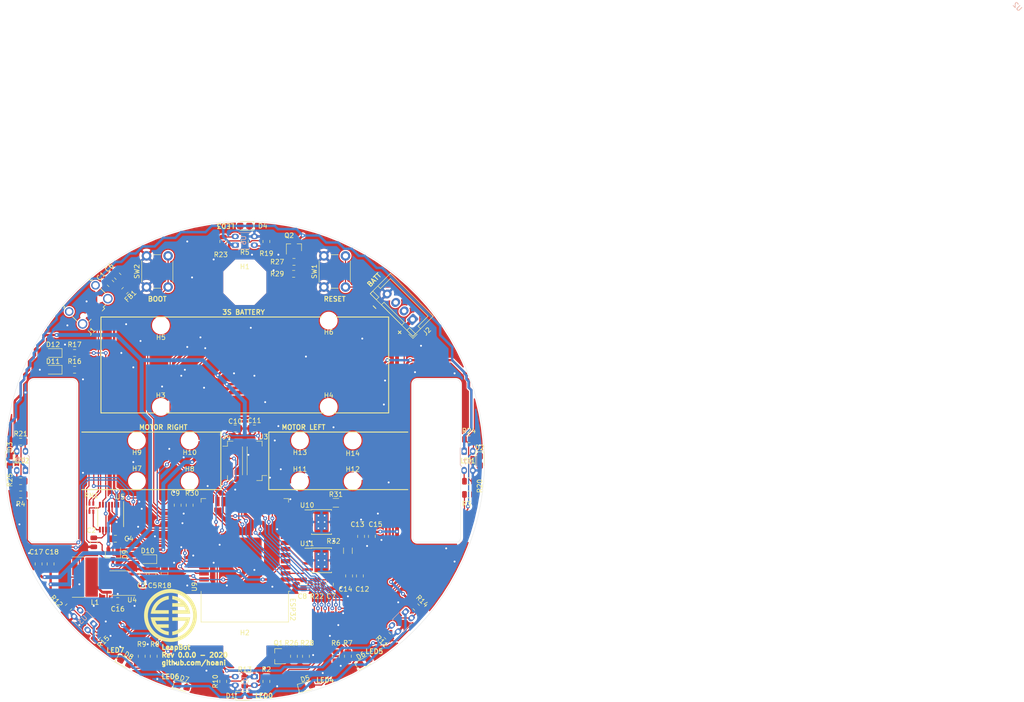
<source format=kicad_pcb>
(kicad_pcb (version 20171130) (host pcbnew "(5.1.5)-3")
  (title_block (title Leapbot) (date 2020-05-29) (company Leetware) (comment 1 "Rev 0.0.0") (comment 2 github.com/hoani/leap-bot))
  (layers (0 F.Cu signal) (31 B.Cu signal) (34 B.Paste user) (35 F.Paste user) (36 B.SilkS user) (37 F.SilkS user) (38 B.Mask user) (39 F.Mask user) (44 Edge.Cuts user))
  (net 0 "")
  (net 1 GND)
  (net 2 "Net-(C1-Pad1)")
  (net 3 "Net-(C2-Pad1)")
  (net 4 "Net-(C3-Pad1)")
  (net 5 +5V)
  (net 6 +3V3)
  (net 7 /~RESET)
  (net 8 /BOOT_OP)
  (net 9 +BATT)
  (net 10 "Net-(D1-Pad2)")
  (net 11 "Net-(D2-Pad2)")
  (net 12 "Net-(D3-Pad2)")
  (net 13 "Net-(D4-Pad2)")
  (net 14 "Net-(D5-Pad2)")
  (net 15 "Net-(D6-Pad2)")
  (net 16 "Net-(D7-Pad2)")
  (net 17 "Net-(D8-Pad2)")
  (net 18 "Net-(D10-Pad1)")
  (net 19 "Net-(D11-Pad1)")
  (net 20 "Net-(D12-Pad1)")
  (net 21 "Net-(J1-Pad2)")
  (net 22 "Net-(J1-Pad3)")
  (net 23 "Net-(J1-Pad4)")
  (net 24 "Net-(J1-Pad6)")
  (net 25 "Net-(J2-Pad2)")
  (net 26 /M1_EB)
  (net 27 /M1_EA)
  (net 28 /M1_O2)
  (net 29 /M1_O1)
  (net 30 /M2_O1)
  (net 31 /M2_O2)
  (net 32 /M2_EA)
  (net 33 /M2_EB)
  (net 34 /LS_CF)
  (net 35 "Net-(Q1-Pad1)")
  (net 36 "Net-(Q2-Pad1)")
  (net 37 /LS_CB)
  (net 38 /LED0)
  (net 39 /LED1)
  (net 40 /LED2)
  (net 41 /LED3)
  (net 42 /LED4)
  (net 43 /LED5)
  (net 44 /LED6)
  (net 45 /LED7)
  (net 46 "Net-(R10-Pad2)")
  (net 47 "Net-(R11-Pad2)")
  (net 48 "Net-(R12-Pad2)")
  (net 49 /LS_FF)
  (net 50 /LS_FL)
  (net 51 /LS_FR)
  (net 52 "Net-(R16-Pad1)")
  (net 53 "Net-(R17-Pad1)")
  (net 54 "Net-(R19-Pad2)")
  (net 55 "Net-(R20-Pad2)")
  (net 56 "Net-(R21-Pad2)")
  (net 57 /LS_BB)
  (net 58 /LS_BL)
  (net 59 /LS_BR)
  (net 60 /LS_PF)
  (net 61 /LS_PB)
  (net 62 "Net-(R31-Pad1)")
  (net 63 "Net-(R32-Pad1)")
  (net 64 "Net-(RN1-Pad3)")
  (net 65 "Net-(RN1-Pad4)")
  (net 66 /PROG_TX)
  (net 67 "Net-(U5-Pad2)")
  (net 68 /PROG_RX)
  (net 69 "Net-(U5-Pad6)")
  (net 70 "Net-(U5-Pad15)")
  (net 71 "Net-(U5-Pad16)")
  (net 72 "Net-(U9-Pad5)")
  (net 73 /M1_IN1)
  (net 74 /M1_IN2)
  (net 75 /~M1_Fault)
  (net 76 /M2_IN1)
  (net 77 /M2_IN2)
  (net 78 "Net-(U9-Pad32)")
  (net 79 /~M2_Fault)
  (net 80 "Net-(C16-Pad2)")
  (net 81 "Net-(C16-Pad1)")
  (net 82 "Net-(J2-Pad3)")
  (net 83 /PGOOD)
  (net 84 "Net-(U4-Pad6)")
  (net 85 "Net-(U9-Pad28)")
  (net 86 "Net-(U9-Pad29)")
  (module leapbot:logo (layer F.Cu) (at 84.5 132.25)
    (fp_text reference SYM1 hide)
    (fp_text value LOGO hide)
  )
  (module RF_Module:ESP32-WROOM-32 (layer F.Cu) (at 100 117.75 180)
    (fp_text reference U9 (at 10.5 -8.5 270) (layer F.SilkS))
    (fp_text value ESP32-WROOM-32D)
    (pad 38 smd rect (at 8.5 -8.255 180) (size 2 0.9) (layers F.Cu F.Paste F.Mask) (net 1 GND))
    (pad 37 smd rect (at 8.5 -6.985 180) (size 2 0.9) (layers F.Cu F.Paste F.Mask) (net 45 /LED7))
    (pad 36 smd rect (at 8.5 -5.715 180) (size 2 0.9) (layers F.Cu F.Paste F.Mask) (net 40 /LED2))
    (pad 35 smd rect (at 8.5 -4.445 180) (size 2 0.9) (layers F.Cu F.Paste F.Mask) (net 68 /PROG_RX))
    (pad 34 smd rect (at 8.5 -3.175 180) (size 2 0.9) (layers F.Cu F.Paste F.Mask) (net 66 /PROG_TX))
    (pad 33 smd rect (at 8.5 -1.905 180) (size 2 0.9) (layers F.Cu F.Paste F.Mask) (net 44 /LED6))
    (pad 32 smd rect (at 8.5 -0.635 180) (size 2 0.9) (layers F.Cu F.Paste F.Mask) (net 78 "Net-(U9-Pad32)"))
    (pad 31 smd rect (at 8.5 0.635 180) (size 2 0.9) (layers F.Cu F.Paste F.Mask) (net 32 /M2_EA))
    (pad 30 smd rect (at 8.5 1.905 180) (size 2 0.9) (layers F.Cu F.Paste F.Mask) (net 33 /M2_EB))
    (pad 29 smd rect (at 8.5 3.175 180) (size 2 0.9) (layers F.Cu F.Paste F.Mask) (net 86 "Net-(U9-Pad29)"))
    (pad 28 smd rect (at 8.5 4.445 180) (size 2 0.9) (layers F.Cu F.Paste F.Mask) (net 85 "Net-(U9-Pad28)"))
    (pad 27 smd rect (at 8.5 5.715 180) (size 2 0.9) (layers F.Cu F.Paste F.Mask) (net 41 /LED3))
    (pad 26 smd rect (at 8.5 6.985 180) (size 2 0.9) (layers F.Cu F.Paste F.Mask) (net 59 /LS_BR))
    (pad 25 smd rect (at 8.5 8.255 180) (size 2 0.9) (layers F.Cu F.Paste F.Mask) (net 8 /BOOT_OP))
    (pad 24 smd rect (at 5.715 9.255 270) (size 2 0.9) (layers F.Cu F.Paste F.Mask) (net 57 /LS_BB))
    (pad 23 smd rect (at 4.445 9.255 270) (size 2 0.9) (layers F.Cu F.Paste F.Mask) (net 49 /LS_FF))
    (pad 22 smd rect (at 3.175 9.255 270) (size 2 0.9) (layers F.Cu F.Paste F.Mask) (net 61 /LS_PB))
    (pad 21 smd rect (at 1.905 9.255 270) (size 2 0.9) (layers F.Cu F.Paste F.Mask) (net 60 /LS_PF))
    (pad 20 smd rect (at 0.635 9.255 270) (size 2 0.9) (layers F.Cu F.Paste F.Mask) (net 38 /LED0))
    (pad 19 smd rect (at -0.635 9.255 270) (size 2 0.9) (layers F.Cu F.Paste F.Mask) (net 42 /LED4))
    (pad 18 smd rect (at -1.905 9.255 270) (size 2 0.9) (layers F.Cu F.Paste F.Mask) (net 43 /LED5))
    (pad 17 smd rect (at -3.175 9.255 270) (size 2 0.9) (layers F.Cu F.Paste F.Mask) (net 39 /LED1))
    (pad 16 smd rect (at -4.445 9.255 270) (size 2 0.9) (layers F.Cu F.Paste F.Mask) (net 50 /LS_FL))
    (pad 15 smd rect (at -5.715 9.255 270) (size 2 0.9) (layers F.Cu F.Paste F.Mask) (net 1 GND))
    (pad 14 smd rect (at -8.5 8.255 180) (size 2 0.9) (layers F.Cu F.Paste F.Mask) (net 58 /LS_BL))
    (pad 13 smd rect (at -8.5 6.985 180) (size 2 0.9) (layers F.Cu F.Paste F.Mask) (net 26 /M1_EB))
    (pad 12 smd rect (at -8.5 5.715 180) (size 2 0.9) (layers F.Cu F.Paste F.Mask) (net 27 /M1_EA))
    (pad 11 smd rect (at -8.5 4.445 180) (size 2 0.9) (layers F.Cu F.Paste F.Mask) (net 74 /M1_IN2))
    (pad 10 smd rect (at -8.5 3.175 180) (size 2 0.9) (layers F.Cu F.Paste F.Mask) (net 73 /M1_IN1))
    (pad 9 smd rect (at -8.5 1.905 180) (size 2 0.9) (layers F.Cu F.Paste F.Mask) (net 75 /~M1_Fault))
    (pad 8 smd rect (at -8.5 0.635 180) (size 2 0.9) (layers F.Cu F.Paste F.Mask) (net 77 /M2_IN2))
    (pad 7 smd rect (at -8.5 -0.635 180) (size 2 0.9) (layers F.Cu F.Paste F.Mask) (net 76 /M2_IN1))
    (pad 6 smd rect (at -8.5 -1.905 180) (size 2 0.9) (layers F.Cu F.Paste F.Mask) (net 79 /~M2_Fault))
    (pad 5 smd rect (at -8.5 -3.175 180) (size 2 0.9) (layers F.Cu F.Paste F.Mask) (net 72 "Net-(U9-Pad5)"))
    (pad 4 smd rect (at -8.5 -4.445 180) (size 2 0.9) (layers F.Cu F.Paste F.Mask) (net 51 /LS_FR))
    (pad 3 smd rect (at -8.5 -5.715 180) (size 2 0.9) (layers F.Cu F.Paste F.Mask) (net 7 /~RESET))
    (pad 2 smd rect (at -8.5 -6.985 180) (size 2 0.9) (layers F.Cu F.Paste F.Mask) (net 6 +3V3))
    (pad 1 smd rect (at -8.5 -8.255 180) (size 2 0.9) (layers F.Cu F.Paste F.Mask) (net 1 GND))
    (pad 39 smd rect (at -1 -0.755 180) (size 5 5) (layers F.Cu F.Paste F.Mask) (net 1 GND))
  )
  (module Resistor_SMD:R_0805_2012Metric (layer F.Cu) (at 104.5 146 90)
    (fp_text reference R2 (at 2.5 0 180) (layer F.SilkS))
    (fp_text value 56R)
    (pad 2 smd roundrect (at 0.9375 0 90) (size 0.975 1.4) (layers F.Cu F.Paste F.Mask) (net 38 /LED0))
    (pad 1 smd roundrect (at -0.9375 0 90) (size 0.975 1.4) (layers F.Cu F.Paste F.Mask) (net 10 "Net-(D1-Pad2)"))
  )
  (module MountingHole:MountingHole_3.2mm_M3 (layer F.Cu) (at 122.5 95.75)
    (fp_text reference H14 (at 0 2.7) (layer F.SilkS))
    (fp_text value MountingHole)
    (pad 1 np_thru_hole circle (at 0 0) (size 3.2 3.2) (drill 3.2) (layers *.Cu *.Mask))
  )
  (module MountingHole:MountingHole_3.2mm_M3 (layer F.Cu) (at 111.5 95.75)
    (fp_text reference H13 (at 0 2.5) (layer F.SilkS))
    (fp_text value MountingHole)
    (pad 1 np_thru_hole circle (at 0 0) (size 3.2 3.2) (drill 3.2) (layers *.Cu *.Mask))
  )
  (module MountingHole:MountingHole_3.2mm_M3 (layer F.Cu) (at 122.5 104.25)
    (fp_text reference H12 (at 0 -2.5) (layer F.SilkS))
    (fp_text value MountingHole)
    (pad 1 np_thru_hole circle (at 0 0) (size 3.2 3.2) (drill 3.2) (layers *.Cu *.Mask))
  )
  (module MountingHole:MountingHole_3.2mm_M3 (layer F.Cu) (at 111.5 104.25)
    (fp_text reference H11 (at 0 -2.5) (layer F.SilkS))
    (fp_text value MountingHole)
    (pad 1 np_thru_hole circle (at 0 0) (size 3.2 3.2) (drill 3.2) (layers *.Cu *.Mask))
  )
  (module MountingHole:MountingHole_3.2mm_M3 (layer F.Cu) (at 88.5 95.75)
    (fp_text reference H10 (at 0 2.5) (layer F.SilkS))
    (fp_text value MountingHole)
    (pad 1 np_thru_hole circle (at 0 0) (size 3.2 3.2) (drill 3.2) (layers *.Cu *.Mask))
  )
  (module MountingHole:MountingHole_3.2mm_M3 (layer F.Cu) (at 77.5 95.75)
    (fp_text reference H9 (at 0 2.5) (layer F.SilkS))
    (fp_text value MountingHole)
    (pad 1 np_thru_hole circle (at 0 0) (size 3.2 3.2) (drill 3.2) (layers *.Cu *.Mask))
  )
  (module MountingHole:MountingHole_3.2mm_M3 (layer F.Cu) (at 88.5 104.25)
    (fp_text reference H8 (at 0 -2.55) (layer F.SilkS))
    (fp_text value MountingHole)
    (pad 1 np_thru_hole circle (at 0 0) (size 3.2 3.2) (drill 3.2) (layers *.Cu *.Mask))
  )
  (module MountingHole:MountingHole_3.2mm_M3 (layer F.Cu) (at 77.5 104.25)
    (fp_text reference H7 (at 0 -2.65) (layer F.SilkS))
    (fp_text value MountingHole)
    (pad 1 np_thru_hole circle (at 0 0) (size 3.2 3.2) (drill 3.2) (layers *.Cu *.Mask))
  )
  (module MountingHole:MountingHole_3.2mm_M3 (layer F.Cu) (at 117.5 70.75)
    (fp_text reference H6 (at 0 2.4) (layer F.SilkS))
    (fp_text value MountingHole)
    (pad 1 np_thru_hole circle (at 0 0) (size 3.2 3.2) (drill 3.2) (layers *.Cu *.Mask))
  )
  (module MountingHole:MountingHole_3.2mm_M3 (layer F.Cu) (at 82.5 71.75)
    (fp_text reference H5 (at 0 2.5) (layer F.SilkS))
    (fp_text value MountingHole)
    (pad 1 np_thru_hole circle (at 0 0) (size 3.2 3.2) (drill 3.2) (layers *.Cu *.Mask))
  )
  (module MountingHole:MountingHole_3.2mm_M3 (layer F.Cu) (at 117.5 88.75)
    (fp_text reference H4 (at 0 -2.4) (layer F.SilkS))
    (fp_text value MountingHole)
    (pad 1 np_thru_hole circle (at 0 0) (size 3.2 3.2) (drill 3.2) (layers *.Cu *.Mask))
  )
  (module MountingHole:MountingHole_3.2mm_M3 (layer F.Cu) (at 82.5 88.75)
    (fp_text reference H3 (at -0.05 -2.4) (layer F.SilkS))
    (fp_text value MountingHole)
    (pad 1 np_thru_hole circle (at 0 0) (size 3.2 3.2) (drill 3.2) (layers *.Cu *.Mask))
  )
  (module MountingHole:MountingHole_4.3mm_M4 (layer F.Cu) (at 100 139)
    (fp_text reference H2 (at 0 -3.15) (layer F.SilkS))
    (fp_text value MountingHole)
    (pad 1 np_thru_hole circle (at 0 0) (size 4.3 4.3) (drill 4.3) (layers *.Cu *.Mask))
  )
  (module MountingHole:MountingHole_4.3mm_M4 (layer F.Cu) (at 100 62.75)
    (fp_text reference H1 (at 0 -3.25) (layer F.SilkS))
    (fp_text value MountingHole)
    (pad 1 np_thru_hole circle (at 0 0) (size 4.3 4.3) (drill 4.3) (layers *.Cu *.Mask))
  )
  (module Package_SO:SOIC-8-1EP_3.9x4.9mm_P1.27mm_EP2.29x3mm (layer F.Cu) (at 73.75 125.5 180)
    (fp_text reference U4 (at -2.75 -3.5 180) (layer F.SilkS))
    (fp_text value ADP2302ARDZ-3.3)
    (pad 8 smd roundrect (at 2.475 -1.905 180) (size 1.95 0.6) (layers F.Cu F.Paste F.Mask) (net 80 "Net-(C16-Pad2)"))
    (pad 7 smd roundrect (at 2.475 -0.635 180) (size 1.95 0.6) (layers F.Cu F.Paste F.Mask) (net 1 GND))
    (pad 6 smd roundrect (at 2.475 0.635 180) (size 1.95 0.6) (layers F.Cu F.Paste F.Mask) (net 84 "Net-(U4-Pad6)"))
    (pad 5 smd roundrect (at 2.475 1.905 180) (size 1.95 0.6) (layers F.Cu F.Paste F.Mask) (net 6 +3V3))
    (pad 4 smd roundrect (at -2.475 1.905 180) (size 1.95 0.6) (layers F.Cu F.Paste F.Mask) (net 83 /PGOOD))
    (pad 3 smd roundrect (at -2.475 0.635 180) (size 1.95 0.6) (layers F.Cu F.Paste F.Mask) (net 4 "Net-(C3-Pad1)"))
    (pad 2 smd roundrect (at -2.475 -0.635 180) (size 1.95 0.6) (layers F.Cu F.Paste F.Mask) (net 4 "Net-(C3-Pad1)"))
    (pad 1 smd roundrect (at -2.475 -1.905 180) (size 1.95 0.6) (layers F.Cu F.Paste F.Mask) (net 81 "Net-(C16-Pad1)"))
    (pad 9 smd roundrect (at 0 0 180) (size 2.29 3) (layers F.Cu F.Mask) (roundrect_rratio 0.10917) (net 1 GND))
  )
  (module Inductor_SMD:L_Bourns-SRN8040_8x8.15mm (layer F.Cu) (at 65.25 124.25 180)
    (fp_text reference L1 (at -3.5 -5.25 180) (layer F.SilkS))
    (fp_text value "33uH, 1.7A")
    (pad 2 smd rect (at 2.8 0 180) (size 2.6 8.2) (layers F.Cu F.Paste F.Mask) (net 6 +3V3))
    (pad 1 smd rect (at -2.8 0 180) (size 2.6 8.2) (layers F.Cu F.Paste F.Mask) (net 80 "Net-(C16-Pad2)"))
  )
  (module Connector_JST:JST_XH_B4B-XH-A_1x04_P2.50mm_Vertical (layer F.Cu) (at 135 70.5 135)
    (fp_text reference J2 (at -3.889087 0.353553 225) (layer F.SilkS))
    (fp_text value Conn_01x04_Male)
    (pad 4 thru_hole oval (at 7.5 0 135) (size 1.7 1.95) (drill 0.95) (layers *.Cu *.Mask) (net 1 GND))
    (pad 3 thru_hole oval (at 5 0 135) (size 1.7 1.95) (drill 0.95) (layers *.Cu *.Mask) (net 82 "Net-(J2-Pad3)"))
    (pad 2 thru_hole oval (at 2.5 0 135) (size 1.7 1.95) (drill 0.95) (layers *.Cu *.Mask) (net 25 "Net-(J2-Pad2)"))
    (pad 1 thru_hole roundrect (at 0 0 135) (size 1.7 1.95) (drill 0.95) (layers *.Cu *.Mask) (roundrect_rratio 0.147059) (net 9 +BATT))
  )
  (module Capacitor_SMD:C_0805_2012Metric (layer F.Cu) (at 59.5 121.5 90)
    (fp_text reference C18 (at 2.5 0.25) (layer F.SilkS))
    (fp_text value 22uF)
    (pad 2 smd roundrect (at 0.9375 0 90) (size 0.975 1.4) (layers F.Cu F.Paste F.Mask) (net 1 GND))
    (pad 1 smd roundrect (at -0.9375 0 90) (size 0.975 1.4) (layers F.Cu F.Paste F.Mask) (net 6 +3V3))
  )
  (module Capacitor_SMD:C_0805_2012Metric (layer F.Cu) (at 57 121.5 90)
    (fp_text reference C17 (at 2.5 -0.5) (layer F.SilkS))
    (fp_text value 22uF)
    (pad 2 smd roundrect (at 0.9375 0 90) (size 0.975 1.4) (layers F.Cu F.Paste F.Mask) (net 1 GND))
    (pad 1 smd roundrect (at -0.9375 0 90) (size 0.975 1.4) (layers F.Cu F.Paste F.Mask) (net 6 +3V3))
  )
  (module Capacitor_SMD:C_0805_2012Metric (layer F.Cu) (at 73.5 129.25 180)
    (fp_text reference C16 (at 0 -1.65) (layer F.SilkS))
    (fp_text value 100nF)
    (pad 2 smd roundrect (at 0.9375 0 180) (size 0.975 1.4) (layers F.Cu F.Paste F.Mask) (net 80 "Net-(C16-Pad2)"))
    (pad 1 smd roundrect (at -0.9375 0 180) (size 0.975 1.4) (layers F.Cu F.Paste F.Mask) (net 81 "Net-(C16-Pad1)"))
  )
  (module Capacitor_SMD:C_0805_2012Metric (layer F.Cu) (at 78.75 123.5 90)
    (fp_text reference C3 (at -2.5 -0.25 180) (layer F.SilkS))
    (fp_text value 4.7uF)
    (pad 2 smd roundrect (at 0.9375 0 90) (size 0.975 1.4) (layers F.Cu F.Paste F.Mask) (net 1 GND))
    (pad 1 smd roundrect (at -0.9375 0 90) (size 0.975 1.4) (layers F.Cu F.Paste F.Mask) (net 4 "Net-(C3-Pad1)"))
  )
  (module Capacitor_SMD:C_0805_2012Metric (layer F.Cu) (at 72 63 135)
    (fp_text reference C1 (at 2.474874 -0.353553 225) (layer F.SilkS))
    (fp_text value 10nF)
    (pad 2 smd roundrect (at 0.9375 0 135) (size 0.975 1.4) (layers F.Cu F.Paste F.Mask) (net 1 GND))
    (pad 1 smd roundrect (at -0.9375 0 135) (size 0.975 1.4) (layers F.Cu F.Paste F.Mask) (net 2 "Net-(C1-Pad1)"))
  )
  (module Capacitor_SMD:C_0805_2012Metric (layer F.Cu) (at 68.5 117 270)
    (fp_text reference C2 (at -2.5 0.5) (layer F.SilkS))
    (fp_text value 100nF)
    (pad 2 smd roundrect (at 0.9375 0 270) (size 0.975 1.4) (layers F.Cu F.Paste F.Mask) (net 1 GND))
    (pad 1 smd roundrect (at -0.9375 0 270) (size 0.975 1.4) (layers F.Cu F.Paste F.Mask) (net 3 "Net-(C2-Pad1)"))
  )
  (module Capacitor_SMD:C_0805_2012Metric (layer F.Cu) (at 73 116.25)
    (fp_text reference C4 (at 2.828427 0 -180) (layer F.SilkS))
    (fp_text value 100nF)
    (pad 2 smd roundrect (at 0.9375 0) (size 0.975 1.4) (layers F.Cu F.Paste F.Mask) (net 1 GND))
    (pad 1 smd roundrect (at -0.9375 0) (size 0.975 1.4) (layers F.Cu F.Paste F.Mask) (net 5 +5V))
  )
  (module Capacitor_SMD:C_0805_2012Metric (layer F.Cu) (at 80.75 123.5 90)
    (fp_text reference C5 (at -2.5 0 180) (layer F.SilkS))
    (fp_text value 4.7uF)
    (pad 2 smd roundrect (at 0.9375 0 90) (size 0.975 1.4) (layers F.Cu F.Paste F.Mask) (net 1 GND))
    (pad 1 smd roundrect (at -0.9375 0 90) (size 0.975 1.4) (layers F.Cu F.Paste F.Mask) (net 4 "Net-(C3-Pad1)"))
  )
  (module Capacitor_SMD:C_0805_2012Metric (layer F.Cu) (at 73.5 61.5 135)
    (fp_text reference C6 (at 2.5 0 45) (layer F.SilkS))
    (fp_text value 4.7uF)
    (pad 2 smd roundrect (at 0.9375 0 135) (size 0.975 1.4) (layers F.Cu F.Paste F.Mask) (net 1 GND))
    (pad 1 smd roundrect (at -0.9375 0 135) (size 0.975 1.4) (layers F.Cu F.Paste F.Mask) (net 5 +5V))
  )
  (module Capacitor_SMD:C_0805_2012Metric (layer F.Cu) (at 117.75 125.75 270)
    (fp_text reference C7 (at 2.5 -0.25) (layer F.SilkS))
    (fp_text value 100nF)
    (pad 2 smd roundrect (at 0.9375 0 270) (size 0.975 1.4) (layers F.Cu F.Paste F.Mask) (net 1 GND))
    (pad 1 smd roundrect (at -0.9375 0 270) (size 0.975 1.4) (layers F.Cu F.Paste F.Mask) (net 7 /~RESET))
  )
  (module Capacitor_SMD:C_0805_2012Metric (layer F.Cu) (at 112.25 125.75 270)
    (fp_text reference C8 (at 2.5 0.25 180) (layer F.SilkS))
    (fp_text value 100nF)
    (pad 2 smd roundrect (at 0.9375 0 270) (size 0.975 1.4) (layers F.Cu F.Paste F.Mask) (net 1 GND))
    (pad 1 smd roundrect (at -0.9375 0 270) (size 0.975 1.4) (layers F.Cu F.Paste F.Mask) (net 6 +3V3))
  )
  (module Capacitor_SMD:C_0805_2012Metric (layer F.Cu) (at 86 109.25 90)
    (fp_text reference C9 (at 2.5 -0.5 180) (layer F.SilkS))
    (fp_text value 100nF)
    (pad 2 smd roundrect (at 0.9375 0 90) (size 0.975 1.4) (layers F.Cu F.Paste F.Mask) (net 1 GND))
    (pad 1 smd roundrect (at -0.9375 0 90) (size 0.975 1.4) (layers F.Cu F.Paste F.Mask) (net 8 /BOOT_OP))
  )
  (module Capacitor_SMD:C_0805_2012Metric (layer F.Cu) (at 98 93.25 180)
    (fp_text reference C10 (at 0 1.5) (layer F.SilkS))
    (fp_text value 100nF)
    (pad 2 smd roundrect (at 0.9375 0 180) (size 0.975 1.4) (layers F.Cu F.Paste F.Mask) (net 6 +3V3))
    (pad 1 smd roundrect (at -0.9375 0 180) (size 0.975 1.4) (layers F.Cu F.Paste F.Mask) (net 1 GND))
  )
  (module Capacitor_SMD:C_0805_2012Metric (layer F.Cu) (at 102 93.25)
    (fp_text reference C11 (at 0 -1.65) (layer F.SilkS))
    (fp_text value 100nF)
    (pad 2 smd roundrect (at 0.9375 0) (size 0.975 1.4) (layers F.Cu F.Paste F.Mask) (net 6 +3V3))
    (pad 1 smd roundrect (at -0.9375 0) (size 0.975 1.4) (layers F.Cu F.Paste F.Mask) (net 1 GND))
  )
  (module Capacitor_SMD:C_0805_2012Metric (layer F.Cu) (at 124 124 270)
    (fp_text reference C12 (at 2.75 -0.5 180) (layer F.SilkS))
    (fp_text value 100nF)
    (pad 2 smd roundrect (at 0.9375 0 270) (size 0.975 1.4) (layers F.Cu F.Paste F.Mask) (net 1 GND))
    (pad 1 smd roundrect (at -0.9375 0 270) (size 0.975 1.4) (layers F.Cu F.Paste F.Mask) (net 9 +BATT))
  )
  (module Capacitor_SMD:C_0805_2012Metric (layer F.Cu) (at 124.25 115.75 270)
    (fp_text reference C13 (at -2.5 0.75 180) (layer F.SilkS))
    (fp_text value 100nF)
    (pad 2 smd roundrect (at 0.9375 0 270) (size 0.975 1.4) (layers F.Cu F.Paste F.Mask) (net 1 GND))
    (pad 1 smd roundrect (at -0.9375 0 270) (size 0.975 1.4) (layers F.Cu F.Paste F.Mask) (net 9 +BATT))
  )
  (module Capacitor_SMD:C_0805_2012Metric (layer F.Cu) (at 121.75 124 270)
    (fp_text reference C14 (at 2.75 0.75 180) (layer F.SilkS))
    (fp_text value 4.7uF)
    (pad 2 smd roundrect (at 0.9375 0 270) (size 0.975 1.4) (layers F.Cu F.Paste F.Mask) (net 1 GND))
    (pad 1 smd roundrect (at -0.9375 0 270) (size 0.975 1.4) (layers F.Cu F.Paste F.Mask) (net 9 +BATT))
  )
  (module Capacitor_SMD:C_0805_2012Metric (layer F.Cu) (at 126.5 115.75 270)
    (fp_text reference C15 (at -2.5 -0.75 180) (layer F.SilkS))
    (fp_text value 4.7uF)
    (pad 2 smd roundrect (at 0.9375 0 270) (size 0.975 1.4) (layers F.Cu F.Paste F.Mask) (net 1 GND))
    (pad 1 smd roundrect (at -0.9375 0 270) (size 0.975 1.4) (layers F.Cu F.Paste F.Mask) (net 9 +BATT))
  )
  (module LED_SMD:LED_0805_2012Metric_Castellated (layer F.Cu) (at 100 149)
    (fp_text reference D1 (at -3 0) (layer F.SilkS))
    (fp_text value BLUE)
    (pad 2 smd roundrect (at 0.9625 0) (size 1.325 1.3) (layers F.Cu F.Paste F.Mask) (roundrect_rratio 0.192308) (net 10 "Net-(D1-Pad2)"))
    (pad 1 smd roundrect (at -0.9625 0) (size 1.325 1.3) (layers F.Cu F.Paste F.Mask) (roundrect_rratio 0.192308) (net 1 GND))
  )
  (module LED_SMD:LED_0805_2012Metric_Castellated (layer F.Cu) (at 149 100 270)
    (fp_text reference D2 (at -2.75 0) (layer F.SilkS))
    (fp_text value BLUE)
    (pad 2 smd roundrect (at 0.9625 0 270) (size 1.325 1.3) (layers F.Cu F.Paste F.Mask) (roundrect_rratio 0.192308) (net 11 "Net-(D2-Pad2)"))
    (pad 1 smd roundrect (at -0.9625 0 270) (size 1.325 1.3) (layers F.Cu F.Paste F.Mask) (roundrect_rratio 0.192308) (net 1 GND))
  )
  (module LED_SMD:LED_0805_2012Metric_Castellated (layer F.Cu) (at 51 100 270)
    (fp_text reference D3 (at -3 0 90) (layer F.SilkS))
    (fp_text value BLUE)
    (pad 2 smd roundrect (at 0.9625 0 270) (size 1.325 1.3) (layers F.Cu F.Paste F.Mask) (roundrect_rratio 0.192308) (net 12 "Net-(D3-Pad2)"))
    (pad 1 smd roundrect (at -0.9625 0 270) (size 1.325 1.3) (layers F.Cu F.Paste F.Mask) (roundrect_rratio 0.192308) (net 1 GND))
  )
  (module LED_SMD:LED_0805_2012Metric_Castellated (layer F.Cu) (at 100 51 180)
    (fp_text reference D4 (at -3.75 0 180) (layer F.SilkS))
    (fp_text value BLUE)
    (pad 2 smd roundrect (at 0.9625 0 180) (size 1.325 1.3) (layers F.Cu F.Paste F.Mask) (roundrect_rratio 0.192308) (net 13 "Net-(D4-Pad2)"))
    (pad 1 smd roundrect (at -0.9625 0 180) (size 1.325 1.3) (layers F.Cu F.Paste F.Mask) (roundrect_rratio 0.192308) (net 1 GND))
  )
  (module LED_SMD:LED_0805_2012Metric_Castellated (layer F.Cu) (at 113 147 15)
    (fp_text reference D5 (at 0 -1.6 15) (layer F.SilkS))
    (fp_text value RED)
    (pad 2 smd roundrect (at 0.9625 0 15) (size 1.325 1.3) (layers F.Cu F.Paste F.Mask) (roundrect_rratio 0.192308) (net 14 "Net-(D5-Pad2)"))
    (pad 1 smd roundrect (at -0.9625 0 15) (size 1.325 1.3) (layers F.Cu F.Paste F.Mask) (roundrect_rratio 0.192308) (net 1 GND))
  )
  (module LED_SMD:LED_0805_2012Metric_Castellated (layer F.Cu) (at 125 142 30)
    (fp_text reference D6 (at 0 -1.6 30) (layer F.SilkS))
    (fp_text value RED)
    (pad 2 smd roundrect (at 0.9625 0 30) (size 1.325 1.3) (layers F.Cu F.Paste F.Mask) (roundrect_rratio 0.192308) (net 15 "Net-(D6-Pad2)"))
    (pad 1 smd roundrect (at -0.9625 0 30) (size 1.325 1.3) (layers F.Cu F.Paste F.Mask) (roundrect_rratio 0.192308) (net 1 GND))
  )
  (module LED_SMD:LED_0805_2012Metric_Castellated (layer F.Cu) (at 87 147 345)
    (fp_text reference D7 (at 0 -1.6 165) (layer F.SilkS))
    (fp_text value RED)
    (pad 2 smd roundrect (at 0.9625 0 345) (size 1.325 1.3) (layers F.Cu F.Paste F.Mask) (roundrect_rratio 0.192308) (net 16 "Net-(D7-Pad2)"))
    (pad 1 smd roundrect (at -0.9625 0 345) (size 1.325 1.3) (layers F.Cu F.Paste F.Mask) (roundrect_rratio 0.192308) (net 1 GND))
  )
  (module LED_SMD:LED_0805_2012Metric_Castellated (layer F.Cu) (at 75 142 330)
    (fp_text reference D8 (at 0 -1.6 150) (layer F.SilkS))
    (fp_text value RED)
    (pad 2 smd roundrect (at 0.9625 0 330) (size 1.325 1.3) (layers F.Cu F.Paste F.Mask) (roundrect_rratio 0.192308) (net 17 "Net-(D8-Pad2)"))
    (pad 1 smd roundrect (at -0.9625 0 330) (size 1.325 1.3) (layers F.Cu F.Paste F.Mask) (roundrect_rratio 0.192308) (net 1 GND))
  )
  (module Package_TO_SOT_SMD:SOT-23 (layer F.Cu) (at 72.5 119.5 270)
    (fp_text reference D9 (at 0 -2.5 270) (layer F.SilkS))
    (fp_text value BAT54C)
    (pad 3 smd rect (at 1 0 270) (size 0.9 0.8) (layers F.Cu F.Paste F.Mask) (net 4 "Net-(C3-Pad1)"))
    (pad 2 smd rect (at -1 0.95 270) (size 0.9 0.8) (layers F.Cu F.Paste F.Mask) (net 5 +5V))
    (pad 1 smd rect (at -1 -0.95 270) (size 0.9 0.8) (layers F.Cu F.Paste F.Mask) (net 9 +BATT))
  )
  (module LED_SMD:LED_0805_2012Metric_Castellated (layer F.Cu) (at 79.75 120.5 180)
    (fp_text reference D10 (at 0 1.75 180) (layer F.SilkS))
    (fp_text value GREEN)
    (pad 2 smd roundrect (at 0.9625 0 180) (size 1.325 1.3) (layers F.Cu F.Paste F.Mask) (roundrect_rratio 0.192308) (net 6 +3V3))
    (pad 1 smd roundrect (at -0.9625 0 180) (size 1.325 1.3) (layers F.Cu F.Paste F.Mask) (roundrect_rratio 0.192308) (net 18 "Net-(D10-Pad1)"))
  )
  (module LED_SMD:LED_0805_2012Metric_Castellated (layer F.Cu) (at 60 81 180)
    (fp_text reference D11 (at 0 1.75) (layer F.SilkS))
    (fp_text value YELLOW)
    (pad 2 smd roundrect (at 0.9625 0 180) (size 1.325 1.3) (layers F.Cu F.Paste F.Mask) (roundrect_rratio 0.192308) (net 3 "Net-(C2-Pad1)"))
    (pad 1 smd roundrect (at -0.9625 0 180) (size 1.325 1.3) (layers F.Cu F.Paste F.Mask) (roundrect_rratio 0.192308) (net 19 "Net-(D11-Pad1)"))
  )
  (module LED_SMD:LED_0805_2012Metric_Castellated (layer F.Cu) (at 60 77.5 180)
    (fp_text reference D12 (at 0 1.75 180) (layer F.SilkS))
    (fp_text value YELLOW)
    (pad 2 smd roundrect (at 0.9625 0 180) (size 1.325 1.3) (layers F.Cu F.Paste F.Mask) (roundrect_rratio 0.192308) (net 3 "Net-(C2-Pad1)"))
    (pad 1 smd roundrect (at -0.9625 0 180) (size 1.325 1.3) (layers F.Cu F.Paste F.Mask) (roundrect_rratio 0.192308) (net 20 "Net-(D12-Pad1)"))
  )
  (module Resistor_SMD:R_0805_2012Metric (layer F.Cu) (at 75 64.5 225)
    (fp_text reference FB1 (at 0 -1.65 225) (layer F.SilkS))
    (fp_text value MPZ2012S101AT000)
    (pad 2 smd roundrect (at 0.9375 0 225) (size 0.975 1.4) (layers F.Cu F.Paste F.Mask) (net 2 "Net-(C1-Pad1)"))
    (pad 1 smd roundrect (at -0.9375 0 225) (size 0.975 1.4) (layers F.Cu F.Paste F.Mask) (net 5 +5V))
  )
  (module Connector_USB:USB_Micro-B_Wuerth_629105150521_CircularHoles (layer F.Cu) (at 67.5 67.5 225)
    (fp_text reference J1 (at 3.535534 -4.242641 225) (layer F.SilkS))
    (fp_text value 629105150521)
    (pad "" np_thru_hole circle (at 2.5 -0.8 225) (size 0.8 0.8) (drill 0.8) (layers *.Cu *.Mask))
    (pad "" np_thru_hole circle (at -2.5 -0.8 225) (size 0.8 0.8) (drill 0.8) (layers *.Cu *.Mask))
    (pad 6 thru_hole circle (at 3.875 1.95 225) (size 1.8 1.8) (drill 1.2) (layers *.Cu *.Mask) (net 24 "Net-(J1-Pad6)"))
    (pad 6 thru_hole circle (at -3.875 1.95 225) (size 1.8 1.8) (drill 1.2) (layers *.Cu *.Mask) (net 24 "Net-(J1-Pad6)"))
    (pad 6 thru_hole circle (at 3.725 -1.85 225) (size 2 2) (drill 1.4) (layers *.Cu *.Mask) (net 24 "Net-(J1-Pad6)"))
    (pad 6 thru_hole circle (at -3.725 -1.85 225) (size 2 2) (drill 1.4) (layers *.Cu *.Mask) (net 24 "Net-(J1-Pad6)"))
    (pad 5 smd rect (at 1.3 -1.9 225) (size 0.45 1.3) (layers F.Cu F.Paste F.Mask) (net 1 GND))
    (pad 4 smd rect (at 0.65 -1.9 225) (size 0.45 1.3) (layers F.Cu F.Paste F.Mask) (net 23 "Net-(J1-Pad4)"))
    (pad 3 smd rect (at 0 -1.9 225) (size 0.45 1.3) (layers F.Cu F.Paste F.Mask) (net 22 "Net-(J1-Pad3)"))
    (pad 2 smd rect (at -0.65 -1.9 225) (size 0.45 1.3) (layers F.Cu F.Paste F.Mask) (net 21 "Net-(J1-Pad2)"))
    (pad 1 smd rect (at -1.3 -1.9 225) (size 0.45 1.3) (layers F.Cu F.Paste F.Mask) (net 2 "Net-(C1-Pad1)"))
  )
  (module Connector_JST:JST_SH_BM06B-SRSS-TB_1x06-1MP_P1.00mm_Vertical (layer F.Cu) (at 102.5 100 90)
    (fp_text reference J3 (at 5 1.5 180) (layer F.SilkS))
    (fp_text value BM06B-SRSS-TB)
    (pad MP smd roundrect (at 3.8 -1.2 90) (size 1.2 1.8) (layers F.Cu F.Paste F.Mask) (roundrect_rratio 0.208333))
    (pad MP smd roundrect (at -3.8 -1.2 90) (size 1.2 1.8) (layers F.Cu F.Paste F.Mask) (roundrect_rratio 0.208333))
    (pad 6 smd roundrect (at 2.5 1.325 90) (size 0.6 1.55) (layers F.Cu F.Paste F.Mask) (net 29 /M1_O1))
    (pad 5 smd roundrect (at 1.5 1.325 90) (size 0.6 1.55) (layers F.Cu F.Paste F.Mask) (net 28 /M1_O2))
    (pad 4 smd roundrect (at 0.5 1.325 90) (size 0.6 1.55) (layers F.Cu F.Paste F.Mask) (net 6 +3V3))
    (pad 3 smd roundrect (at -0.5 1.325 90) (size 0.6 1.55) (layers F.Cu F.Paste F.Mask) (net 27 /M1_EA))
    (pad 2 smd roundrect (at -1.5 1.325 90) (size 0.6 1.55) (layers F.Cu F.Paste F.Mask) (net 26 /M1_EB))
    (pad 1 smd roundrect (at -2.5 1.325 90) (size 0.6 1.55) (layers F.Cu F.Paste F.Mask) (net 1 GND))
  )
  (module Connector_JST:JST_SH_BM06B-SRSS-TB_1x06-1MP_P1.00mm_Vertical (layer F.Cu) (at 97.5 100 270)
    (fp_text reference J4 (at -5 1.25) (layer F.SilkS))
    (fp_text value BM06B-SRSS-TB)
    (pad MP smd roundrect (at 3.8 -1.2 270) (size 1.2 1.8) (layers F.Cu F.Paste F.Mask) (roundrect_rratio 0.208333))
    (pad MP smd roundrect (at -3.8 -1.2 270) (size 1.2 1.8) (layers F.Cu F.Paste F.Mask) (roundrect_rratio 0.208333))
    (pad 6 smd roundrect (at 2.5 1.325 270) (size 0.6 1.55) (layers F.Cu F.Paste F.Mask) (net 30 /M2_O1))
    (pad 5 smd roundrect (at 1.5 1.325 270) (size 0.6 1.55) (layers F.Cu F.Paste F.Mask) (net 31 /M2_O2))
    (pad 4 smd roundrect (at 0.5 1.325 270) (size 0.6 1.55) (layers F.Cu F.Paste F.Mask) (net 6 +3V3))
    (pad 3 smd roundrect (at -0.5 1.325 270) (size 0.6 1.55) (layers F.Cu F.Paste F.Mask) (net 32 /M2_EA))
    (pad 2 smd roundrect (at -1.5 1.325 270) (size 0.6 1.55) (layers F.Cu F.Paste F.Mask) (net 33 /M2_EB))
    (pad 1 smd roundrect (at -2.5 1.325 270) (size 0.6 1.55) (layers F.Cu F.Paste F.Mask) (net 1 GND))
  )
  (module Package_TO_SOT_SMD:SOT-23 (layer F.Cu) (at 107 140.75 180)
    (fp_text reference Q1 (at 0 2.75) (layer F.SilkS))
    (fp_text value FDV301N)
    (pad 3 smd rect (at 1 0 180) (size 0.9 0.8) (layers F.Cu F.Paste F.Mask) (net 34 /LS_CF))
    (pad 2 smd rect (at -1 0.95 180) (size 0.9 0.8) (layers F.Cu F.Paste F.Mask) (net 1 GND))
    (pad 1 smd rect (at -1 -0.95 180) (size 0.9 0.8) (layers F.Cu F.Paste F.Mask) (net 35 "Net-(Q1-Pad1)"))
  )
  (module Package_TO_SOT_SMD:SOT-23 (layer F.Cu) (at 110.25 55.5 90)
    (fp_text reference Q2 (at 2.5 -1) (layer F.SilkS))
    (fp_text value FDV301N)
    (pad 3 smd rect (at 1 0 90) (size 0.9 0.8) (layers F.Cu F.Paste F.Mask) (net 37 /LS_CB))
    (pad 2 smd rect (at -1 0.95 90) (size 0.9 0.8) (layers F.Cu F.Paste F.Mask) (net 1 GND))
    (pad 1 smd rect (at -1 -0.95 90) (size 0.9 0.8) (layers F.Cu F.Paste F.Mask) (net 36 "Net-(Q2-Pad1)"))
  )
  (module Resistor_SMD:R_0805_2012Metric (layer F.Cu) (at 146.75 107 180)
    (fp_text reference R3 (at 0.5 -2) (layer F.SilkS))
    (fp_text value 56R)
    (pad 2 smd roundrect (at 0.9375 0 180) (size 0.975 1.4) (layers F.Cu F.Paste F.Mask) (net 39 /LED1))
    (pad 1 smd roundrect (at -0.9375 0 180) (size 0.975 1.4) (layers F.Cu F.Paste F.Mask) (net 11 "Net-(D2-Pad2)"))
  )
  (module Resistor_SMD:R_0805_2012Metric (layer F.Cu) (at 53.25 107)
    (fp_text reference R4 (at 0 2) (layer F.SilkS))
    (fp_text value 56R)
    (pad 2 smd roundrect (at 0.9375 0) (size 0.975 1.4) (layers F.Cu F.Paste F.Mask) (net 40 /LED2))
    (pad 1 smd roundrect (at -0.9375 0) (size 0.975 1.4) (layers F.Cu F.Paste F.Mask) (net 12 "Net-(D3-Pad2)"))
  )
  (module Resistor_SMD:R_0805_2012Metric (layer F.Cu) (at 100 54.25 270)
    (fp_text reference R5 (at 2.25 0) (layer F.SilkS))
    (fp_text value 56R)
    (pad 2 smd roundrect (at 0.9375 0 270) (size 0.975 1.4) (layers F.Cu F.Paste F.Mask) (net 41 /LED3))
    (pad 1 smd roundrect (at -0.9375 0 270) (size 0.975 1.4) (layers F.Cu F.Paste F.Mask) (net 13 "Net-(D4-Pad2)"))
  )
  (module Resistor_SMD:R_0805_2012Metric (layer F.Cu) (at 119 140.75 90)
    (fp_text reference R6 (at 2.75 0 180) (layer F.SilkS))
    (fp_text value 100R)
    (pad 2 smd roundrect (at 0.9375 0 90) (size 0.975 1.4) (layers F.Cu F.Paste F.Mask) (net 42 /LED4))
    (pad 1 smd roundrect (at -0.9375 0 90) (size 0.975 1.4) (layers F.Cu F.Paste F.Mask) (net 14 "Net-(D5-Pad2)"))
  )
  (module Resistor_SMD:R_0805_2012Metric (layer F.Cu) (at 121.5 140.75 90)
    (fp_text reference R7 (at 2.75 0 180) (layer F.SilkS))
    (fp_text value 100R)
    (pad 2 smd roundrect (at 0.9375 0 90) (size 0.975 1.4) (layers F.Cu F.Paste F.Mask) (net 43 /LED5))
    (pad 1 smd roundrect (at -0.9375 0 90) (size 0.975 1.4) (layers F.Cu F.Paste F.Mask) (net 15 "Net-(D6-Pad2)"))
  )
  (module Resistor_SMD:R_0805_2012Metric (layer F.Cu) (at 81 140.75 90)
    (fp_text reference R8 (at 2.5 0.25 180) (layer F.SilkS))
    (fp_text value 100R)
    (pad 2 smd roundrect (at 0.9375 0 90) (size 0.975 1.4) (layers F.Cu F.Paste F.Mask) (net 44 /LED6))
    (pad 1 smd roundrect (at -0.9375 0 90) (size 0.975 1.4) (layers F.Cu F.Paste F.Mask) (net 16 "Net-(D7-Pad2)"))
  )
  (module Resistor_SMD:R_0805_2012Metric (layer F.Cu) (at 78.5 140.75 90)
    (fp_text reference R9 (at 2.5 0 180) (layer F.SilkS))
    (fp_text value 100R)
    (pad 2 smd roundrect (at 0.9375 0 90) (size 0.975 1.4) (layers F.Cu F.Paste F.Mask) (net 45 /LED7))
    (pad 1 smd roundrect (at -0.9375 0 90) (size 0.975 1.4) (layers F.Cu F.Paste F.Mask) (net 17 "Net-(D8-Pad2)"))
  )
  (module Resistor_SMD:R_0805_2012Metric (layer F.Cu) (at 95.5 146 90)
    (fp_text reference R10 (at 0 -1.65 90) (layer F.SilkS))
    (fp_text value 100R)
    (pad 2 smd roundrect (at 0.9375 0 90) (size 0.975 1.4) (layers F.Cu F.Paste F.Mask) (net 46 "Net-(R10-Pad2)"))
    (pad 1 smd roundrect (at -0.9375 0 90) (size 0.975 1.4) (layers F.Cu F.Paste F.Mask) (net 6 +3V3))
  )
  (module Resistor_SMD:R_0805_2012Metric (layer F.Cu) (at 129.75 136.5 135)
    (fp_text reference R11 (at 0 -1.65 135) (layer F.SilkS))
    (fp_text value 100R)
    (pad 2 smd roundrect (at 0.9375 0 135) (size 0.975 1.4) (layers F.Cu F.Paste F.Mask) (net 47 "Net-(R11-Pad2)"))
    (pad 1 smd roundrect (at -0.9375 0 135) (size 0.975 1.4) (layers F.Cu F.Paste F.Mask) (net 6 +3V3))
  )
  (module Resistor_SMD:R_0805_2012Metric (layer F.Cu) (at 63.25 130.5 45)
    (fp_text reference R12 (at -0.883883 -2.65165 315) (layer F.SilkS))
    (fp_text value 100R)
    (pad 2 smd roundrect (at 0.9375 0 45) (size 0.975 1.4) (layers F.Cu F.Paste F.Mask) (net 48 "Net-(R12-Pad2)"))
    (pad 1 smd roundrect (at -0.9375 0 45) (size 0.975 1.4) (layers F.Cu F.Paste F.Mask) (net 6 +3V3))
  )
  (module Resistor_SMD:R_0805_2012Metric (layer F.Cu) (at 100 146 90)
    (fp_text reference R13 (at 2.5 0 180) (layer F.SilkS))
    (fp_text value 33k)
    (pad 2 smd roundrect (at 0.9375 0 90) (size 0.975 1.4) (layers F.Cu F.Paste F.Mask) (net 6 +3V3))
    (pad 1 smd roundrect (at -0.9375 0 90) (size 0.975 1.4) (layers F.Cu F.Paste F.Mask) (net 49 /LS_FF))
  )
  (module Resistor_SMD:R_0805_2012Metric (layer F.Cu) (at 135.75 130.5 135)
    (fp_text reference R14 (at 0 1.767767 135) (layer F.SilkS))
    (fp_text value 33k)
    (pad 2 smd roundrect (at 0.9375 0 135) (size 0.975 1.4) (layers F.Cu F.Paste F.Mask) (net 6 +3V3))
    (pad 1 smd roundrect (at -0.9375 0 135) (size 0.975 1.4) (layers F.Cu F.Paste F.Mask) (net 50 /LS_FL))
  )
  (module Resistor_SMD:R_0805_2012Metric (layer F.Cu) (at 69.25 136.5 45)
    (fp_text reference R15 (at 0 1.767767 45) (layer F.SilkS))
    (fp_text value 33k)
    (pad 2 smd roundrect (at 0.9375 0 45) (size 0.975 1.4) (layers F.Cu F.Paste F.Mask) (net 6 +3V3))
    (pad 1 smd roundrect (at -0.9375 0 45) (size 0.975 1.4) (layers F.Cu F.Paste F.Mask) (net 51 /LS_FR))
  )
  (module Resistor_SMD:R_0805_2012Metric (layer F.Cu) (at 64.5 81 180)
    (fp_text reference R16 (at 0 1.75 180) (layer F.SilkS))
    (fp_text value 100R)
    (pad 2 smd roundrect (at 0.9375 0 180) (size 0.975 1.4) (layers F.Cu F.Paste F.Mask) (net 19 "Net-(D11-Pad1)"))
    (pad 1 smd roundrect (at -0.9375 0 180) (size 0.975 1.4) (layers F.Cu F.Paste F.Mask) (net 52 "Net-(R16-Pad1)"))
  )
  (module Resistor_SMD:R_0805_2012Metric (layer F.Cu) (at 64.5 77.5 180)
    (fp_text reference R17 (at 0 1.75) (layer F.SilkS))
    (fp_text value 100R)
    (pad 2 smd roundrect (at 0.9375 0 180) (size 0.975 1.4) (layers F.Cu F.Paste F.Mask) (net 20 "Net-(D12-Pad1)"))
    (pad 1 smd roundrect (at -0.9375 0 180) (size 0.975 1.4) (layers F.Cu F.Paste F.Mask) (net 53 "Net-(R17-Pad1)"))
  )
  (module Resistor_SMD:R_0805_2012Metric (layer F.Cu) (at 83.25 123.5 90)
    (fp_text reference R18 (at -2.5 0) (layer F.SilkS))
    (fp_text value 100R)
    (pad 2 smd roundrect (at 0.9375 0 90) (size 0.975 1.4) (layers F.Cu F.Paste F.Mask) (net 18 "Net-(D10-Pad1)"))
    (pad 1 smd roundrect (at -0.9375 0 90) (size 0.975 1.4) (layers F.Cu F.Paste F.Mask) (net 83 /PGOOD))
  )
  (module Resistor_SMD:R_0805_2012Metric (layer F.Cu) (at 104.5 54.25 270)
    (fp_text reference R19 (at 2.5 0) (layer F.SilkS))
    (fp_text value 100R)
    (pad 2 smd roundrect (at 0.9375 0 270) (size 0.975 1.4) (layers F.Cu F.Paste F.Mask) (net 54 "Net-(R19-Pad2)"))
    (pad 1 smd roundrect (at -0.9375 0 270) (size 0.975 1.4) (layers F.Cu F.Paste F.Mask) (net 6 +3V3))
  )
  (module Resistor_SMD:R_0805_2012Metric (layer F.Cu) (at 146.75 104.25 180)
    (fp_text reference R20 (at -2.25 -1 90) (layer F.SilkS))
    (fp_text value 100R)
    (pad 2 smd roundrect (at 0.9375 0 180) (size 0.975 1.4) (layers F.Cu F.Paste F.Mask) (net 55 "Net-(R20-Pad2)"))
    (pad 1 smd roundrect (at -0.9375 0 180) (size 0.975 1.4) (layers F.Cu F.Paste F.Mask) (net 6 +3V3))
  )
  (module Resistor_SMD:R_0805_2012Metric (layer F.Cu) (at 53.25 96)
    (fp_text reference R21 (at 0 -1.65) (layer F.SilkS))
    (fp_text value 100R)
    (pad 2 smd roundrect (at 0.9375 0) (size 0.975 1.4) (layers F.Cu F.Paste F.Mask) (net 56 "Net-(R21-Pad2)"))
    (pad 1 smd roundrect (at -0.9375 0) (size 0.975 1.4) (layers F.Cu F.Paste F.Mask) (net 6 +3V3))
  )
  (module Resistor_SMD:R_0805_2012Metric (layer F.Cu) (at 115 125.75 90)
    (fp_text reference R22 (at -2.5 0 180) (layer F.SilkS))
    (fp_text value 10k)
    (pad 2 smd roundrect (at 0.9375 0 90) (size 0.975 1.4) (layers F.Cu F.Paste F.Mask) (net 7 /~RESET))
    (pad 1 smd roundrect (at -0.9375 0 90) (size 0.975 1.4) (layers F.Cu F.Paste F.Mask) (net 6 +3V3))
  )
  (module Resistor_SMD:R_0805_2012Metric (layer F.Cu) (at 95.5 54.25 270)
    (fp_text reference R23 (at 2.75 0.5) (layer F.SilkS))
    (fp_text value 33k)
    (pad 2 smd roundrect (at 0.9375 0 270) (size 0.975 1.4) (layers F.Cu F.Paste F.Mask) (net 6 +3V3))
    (pad 1 smd roundrect (at -0.9375 0 270) (size 0.975 1.4) (layers F.Cu F.Paste F.Mask) (net 57 /LS_BB))
  )
  (module Resistor_SMD:R_0805_2012Metric (layer F.Cu) (at 146.75 95.5 180)
    (fp_text reference R24 (at 0 1.75 180) (layer F.SilkS))
    (fp_text value 33k)
    (pad 2 smd roundrect (at 0.9375 0 180) (size 0.975 1.4) (layers F.Cu F.Paste F.Mask) (net 6 +3V3))
    (pad 1 smd roundrect (at -0.9375 0 180) (size 0.975 1.4) (layers F.Cu F.Paste F.Mask) (net 58 /LS_BL))
  )
  (module Resistor_SMD:R_0805_2012Metric (layer F.Cu) (at 53.25 104.25)
    (fp_text reference R25 (at -2.25 -0.25 90) (layer F.SilkS))
    (fp_text value 33k)
    (pad 2 smd roundrect (at 0.9375 0) (size 0.975 1.4) (layers F.Cu F.Paste F.Mask) (net 6 +3V3))
    (pad 1 smd roundrect (at -0.9375 0) (size 0.975 1.4) (layers F.Cu F.Paste F.Mask) (net 59 /LS_BR))
  )
  (module Resistor_SMD:R_0805_2012Metric (layer F.Cu) (at 110.25 140.75 90)
    (fp_text reference R26 (at 2.75 -0.5) (layer F.SilkS))
    (fp_text value 10k)
    (pad 2 smd roundrect (at 0.9375 0 90) (size 0.975 1.4) (layers F.Cu F.Paste F.Mask) (net 1 GND))
    (pad 1 smd roundrect (at -0.9375 0 90) (size 0.975 1.4) (layers F.Cu F.Paste F.Mask) (net 35 "Net-(Q1-Pad1)"))
  )
  (module Resistor_SMD:R_0805_2012Metric (layer F.Cu) (at 110.25 58.5)
    (fp_text reference R27 (at -3.5 0) (layer F.SilkS))
    (fp_text value 10k)
    (pad 2 smd roundrect (at 0.9375 0) (size 0.975 1.4) (layers F.Cu F.Paste F.Mask) (net 1 GND))
    (pad 1 smd roundrect (at -0.9375 0) (size 0.975 1.4) (layers F.Cu F.Paste F.Mask) (net 36 "Net-(Q2-Pad1)"))
  )
  (module Resistor_SMD:R_0805_2012Metric (layer F.Cu) (at 112.75 140.75 270)
    (fp_text reference R28 (at -2.75 -0.25 180) (layer F.SilkS))
    (fp_text value 100R)
    (pad 2 smd roundrect (at 0.9375 0 270) (size 0.975 1.4) (layers F.Cu F.Paste F.Mask) (net 35 "Net-(Q1-Pad1)"))
    (pad 1 smd roundrect (at -0.9375 0 270) (size 0.975 1.4) (layers F.Cu F.Paste F.Mask) (net 60 /LS_PF))
  )
  (module Resistor_SMD:R_0805_2012Metric (layer F.Cu) (at 110.1875 61)
    (fp_text reference R29 (at -3.4375 0) (layer F.SilkS))
    (fp_text value 100R)
    (pad 2 smd roundrect (at 0.9375 0) (size 0.975 1.4) (layers F.Cu F.Paste F.Mask) (net 36 "Net-(Q2-Pad1)"))
    (pad 1 smd roundrect (at -0.9375 0) (size 0.975 1.4) (layers F.Cu F.Paste F.Mask) (net 61 /LS_PB))
  )
  (module Resistor_SMD:R_0805_2012Metric (layer F.Cu) (at 88.5 109.25 270)
    (fp_text reference R30 (at -2.5 -0.5) (layer F.SilkS))
    (fp_text value 10k)
    (pad 2 smd roundrect (at 0.9375 0 270) (size 0.975 1.4) (layers F.Cu F.Paste F.Mask) (net 8 /BOOT_OP))
    (pad 1 smd roundrect (at -0.9375 0 270) (size 0.975 1.4) (layers F.Cu F.Paste F.Mask) (net 6 +3V3))
  )
  (module Resistor_SMD:R_1206_3216Metric (layer F.Cu) (at 119 108.75 180)
    (fp_text reference R31 (at 0 1.75 180) (layer F.SilkS))
    (fp_text value 0R22)
    (pad 2 smd roundrect (at 1.4 0 180) (size 1.25 1.75) (layers F.Cu F.Paste F.Mask) (roundrect_rratio 0.2) (net 1 GND))
    (pad 1 smd roundrect (at -1.4 0 180) (size 1.25 1.75) (layers F.Cu F.Paste F.Mask) (roundrect_rratio 0.2) (net 62 "Net-(R31-Pad1)"))
  )
  (module Resistor_SMD:R_1206_3216Metric (layer F.Cu) (at 121.5 118.75 90)
    (fp_text reference R32 (at 2 -3 180) (layer F.SilkS))
    (fp_text value 0R22)
    (pad 2 smd roundrect (at 1.4 0 90) (size 1.25 1.75) (layers F.Cu F.Paste F.Mask) (roundrect_rratio 0.2) (net 1 GND))
    (pad 1 smd roundrect (at -1.4 0 90) (size 1.25 1.75) (layers F.Cu F.Paste F.Mask) (roundrect_rratio 0.2) (net 63 "Net-(R32-Pad1)"))
  )
  (module Resistor_SMD:R_Array_Concave_2x0603 (layer F.Cu) (at 68 109.75 270)
    (fp_text reference RN1 (at -2.5 0) (layer F.SilkS))
    (fp_text value 27R)
    (pad 4 smd rect (at 0.85 -0.4 270) (size 0.9 0.4) (layers F.Cu F.Paste F.Mask) (net 65 "Net-(RN1-Pad4)"))
    (pad 3 smd rect (at 0.85 0.4 270) (size 0.9 0.4) (layers F.Cu F.Paste F.Mask) (net 64 "Net-(RN1-Pad3)"))
    (pad 2 smd rect (at -0.85 0.4 270) (size 0.9 0.4) (layers F.Cu F.Paste F.Mask) (net 22 "Net-(J1-Pad3)"))
    (pad 1 smd rect (at -0.85 -0.4 270) (size 0.9 0.4) (layers F.Cu F.Paste F.Mask) (net 21 "Net-(J1-Pad2)"))
  )
  (module Button_Switch_THT:SW_PUSH_6mm (layer F.Cu) (at 116.5 63.75 90)
    (fp_text reference SW1 (at 3.25 -2 90) (layer F.SilkS))
    (fp_text value 1825910-6)
    (pad 1 thru_hole circle (at 6.5 0 180) (size 2 2) (drill 1.1) (layers *.Cu *.Mask) (net 1 GND))
    (pad 2 thru_hole circle (at 6.5 4.5 180) (size 2 2) (drill 1.1) (layers *.Cu *.Mask) (net 7 /~RESET))
    (pad 1 thru_hole circle (at 0 0 180) (size 2 2) (drill 1.1) (layers *.Cu *.Mask) (net 1 GND))
    (pad 2 thru_hole circle (at 0 4.5 180) (size 2 2) (drill 1.1) (layers *.Cu *.Mask) (net 7 /~RESET))
  )
  (module Button_Switch_THT:SW_PUSH_6mm (layer F.Cu) (at 79.5 63.75 90)
    (fp_text reference SW2 (at 3.25 -2 90) (layer F.SilkS))
    (fp_text value 1825910-6)
    (pad 1 thru_hole circle (at 6.5 0 180) (size 2 2) (drill 1.1) (layers *.Cu *.Mask) (net 1 GND))
    (pad 2 thru_hole circle (at 6.5 4.5 180) (size 2 2) (drill 1.1) (layers *.Cu *.Mask) (net 8 /BOOT_OP))
    (pad 1 thru_hole circle (at 0 0 180) (size 2 2) (drill 1.1) (layers *.Cu *.Mask) (net 1 GND))
    (pad 2 thru_hole circle (at 0 4.5 180) (size 2 2) (drill 1.1) (layers *.Cu *.Mask) (net 8 /BOOT_OP))
  )
  (module OptoDevice:Everlight_ITR8307F43 (layer B.Cu) (at 102 145 270)
    (fp_text reference U1 (at 1 2 270) (layer B.SilkS) (effects (justify mirror)))
    (fp_text value QRE1113GR)
    (pad 4 thru_hole oval (at 1.8 4 270) (size 1.1 1.5) (drill 0.7) (layers *.Cu *.Mask) (net 1 GND))
    (pad 2 thru_hole oval (at 0 4 270) (size 1.1 1.5) (drill 0.7) (layers *.Cu *.Mask) (net 46 "Net-(R10-Pad2)"))
    (pad 1 thru_hole roundrect (at 0 0 270) (size 1.1 1.5) (drill 0.7) (layers *.Cu *.Mask) (roundrect_rratio 0.227) (net 34 /LS_CF))
    (pad 3 thru_hole oval (at 1.8 0 270) (size 1.1 1.5) (drill 0.7) (layers *.Cu *.Mask) (net 49 /LS_FF))
  )
  (module OptoDevice:Everlight_ITR8307F43 (layer B.Cu) (at 133.5 131.5 315)
    (fp_text reference U2 (at 1 -179.5 315) (layer B.SilkS) (effects (justify mirror)))
    (fp_text value QRE1113GR)
    (pad 4 thru_hole oval (at 1.8 4 315) (size 1.1 1.5) (drill 0.7) (layers *.Cu *.Mask) (net 1 GND))
    (pad 2 thru_hole oval (at 0 4 315) (size 1.1 1.5) (drill 0.7) (layers *.Cu *.Mask) (net 47 "Net-(R11-Pad2)"))
    (pad 1 thru_hole roundrect (at 0 0 315) (size 1.1 1.5) (drill 0.7) (layers *.Cu *.Mask) (roundrect_rratio 0.227) (net 34 /LS_CF))
    (pad 3 thru_hole oval (at 1.8 0 315) (size 1.1 1.5) (drill 0.7) (layers *.Cu *.Mask) (net 50 /LS_FL))
  )
  (module OptoDevice:Everlight_ITR8307F43 (layer B.Cu) (at 68.5 134 225)
    (fp_text reference U3 (at 1 2.25 45) (layer B.SilkS) (effects (justify mirror)))
    (fp_text value QRE1113GR)
    (pad 4 thru_hole oval (at 1.8 4 225) (size 1.1 1.5) (drill 0.7) (layers *.Cu *.Mask) (net 1 GND))
    (pad 2 thru_hole oval (at 0 4 225) (size 1.1 1.5) (drill 0.7) (layers *.Cu *.Mask) (net 48 "Net-(R12-Pad2)"))
    (pad 1 thru_hole roundrect (at 0 0 225) (size 1.1 1.5) (drill 0.7) (layers *.Cu *.Mask) (roundrect_rratio 0.227) (net 34 /LS_CF))
    (pad 3 thru_hole oval (at 1.8 0 225) (size 1.1 1.5) (drill 0.7) (layers *.Cu *.Mask) (net 51 /LS_FR))
  )
  (module Package_SO:SSOP-16_3.9x4.9mm_P0.635mm (layer F.Cu) (at 72 111.75 270)
    (fp_text reference U5 (at -4.25 -2 180) (layer F.SilkS))
    (fp_text value FT230XS)
    (pad 16 smd rect (at 2.6 -2.2225 270) (size 1.2 0.4) (layers F.Cu F.Paste F.Mask) (net 71 "Net-(U5-Pad16)"))
    (pad 15 smd rect (at 2.6 -1.5875 270) (size 1.2 0.4) (layers F.Cu F.Paste F.Mask) (net 70 "Net-(U5-Pad15)"))
    (pad 14 smd rect (at 2.6 -0.9525 270) (size 1.2 0.4) (layers F.Cu F.Paste F.Mask) (net 52 "Net-(R16-Pad1)"))
    (pad 13 smd rect (at 2.6 -0.3175 270) (size 1.2 0.4) (layers F.Cu F.Paste F.Mask) (net 1 GND))
    (pad 12 smd rect (at 2.6 0.3175 270) (size 1.2 0.4) (layers F.Cu F.Paste F.Mask) (net 5 +5V))
    (pad 11 smd rect (at 2.6 0.9525 270) (size 1.2 0.4) (layers F.Cu F.Paste F.Mask) (net 3 "Net-(C2-Pad1)"))
    (pad 10 smd rect (at 2.6 1.5875 270) (size 1.2 0.4) (layers F.Cu F.Paste F.Mask) (net 3 "Net-(C2-Pad1)"))
    (pad 9 smd rect (at 2.6 2.2225 270) (size 1.2 0.4) (layers F.Cu F.Paste F.Mask) (net 65 "Net-(RN1-Pad4)"))
    (pad 8 smd rect (at -2.6 2.2225 270) (size 1.2 0.4) (layers F.Cu F.Paste F.Mask) (net 64 "Net-(RN1-Pad3)"))
    (pad 7 smd rect (at -2.6 1.5875 270) (size 1.2 0.4) (layers F.Cu F.Paste F.Mask) (net 53 "Net-(R17-Pad1)"))
    (pad 6 smd rect (at -2.6 0.9525 270) (size 1.2 0.4) (layers F.Cu F.Paste F.Mask) (net 69 "Net-(U5-Pad6)"))
    (pad 5 smd rect (at -2.6 0.3175 270) (size 1.2 0.4) (layers F.Cu F.Paste F.Mask) (net 1 GND))
    (pad 4 smd rect (at -2.6 -0.3175 270) (size 1.2 0.4) (layers F.Cu F.Paste F.Mask) (net 68 /PROG_RX))
    (pad 3 smd rect (at -2.6 -0.9525 270) (size 1.2 0.4) (layers F.Cu F.Paste F.Mask) (net 3 "Net-(C2-Pad1)"))
    (pad 2 smd rect (at -2.6 -1.5875 270) (size 1.2 0.4) (layers F.Cu F.Paste F.Mask) (net 67 "Net-(U5-Pad2)"))
    (pad 1 smd rect (at -2.6 -2.2225 270) (size 1.2 0.4) (layers F.Cu F.Paste F.Mask) (net 66 /PROG_TX))
  )
  (module OptoDevice:Everlight_ITR8307F43 (layer B.Cu) (at 98 55 90)
    (fp_text reference U6 (at 1 1.75 90) (layer B.SilkS) (effects (justify mirror)))
    (fp_text value QRE1113GR)
    (pad 4 thru_hole oval (at 1.8 4 90) (size 1.1 1.5) (drill 0.7) (layers *.Cu *.Mask) (net 1 GND))
    (pad 2 thru_hole oval (at 0 4 90) (size 1.1 1.5) (drill 0.7) (layers *.Cu *.Mask) (net 54 "Net-(R19-Pad2)"))
    (pad 1 thru_hole roundrect (at 0 0 90) (size 1.1 1.5) (drill 0.7) (layers *.Cu *.Mask) (roundrect_rratio 0.227) (net 37 /LS_CB))
    (pad 3 thru_hole oval (at 1.8 0 90) (size 1.1 1.5) (drill 0.7) (layers *.Cu *.Mask) (net 57 /LS_BB))
  )
  (module OptoDevice:Everlight_ITR8307F43 (layer B.Cu) (at 145.75 98)
    (fp_text reference U7 (at 0.75 2.25) (layer B.SilkS) (effects (justify mirror)))
    (fp_text value QRE1113GR)
    (pad 4 thru_hole oval (at 1.8 4) (size 1.1 1.5) (drill 0.7) (layers *.Cu *.Mask) (net 1 GND))
    (pad 2 thru_hole oval (at 0 4) (size 1.1 1.5) (drill 0.7) (layers *.Cu *.Mask) (net 55 "Net-(R20-Pad2)"))
    (pad 1 thru_hole roundrect (at 0 0) (size 1.1 1.5) (drill 0.7) (layers *.Cu *.Mask) (roundrect_rratio 0.227) (net 37 /LS_CB))
    (pad 3 thru_hole oval (at 1.8 0) (size 1.1 1.5) (drill 0.7) (layers *.Cu *.Mask) (net 58 /LS_BL))
  )
  (module OptoDevice:Everlight_ITR8307F43 (layer B.Cu) (at 54.25 102 180)
    (fp_text reference U8 (at 1 2.25) (layer B.SilkS) (effects (justify mirror)))
    (fp_text value QRE1113GR)
    (pad 4 thru_hole oval (at 1.8 4 180) (size 1.1 1.5) (drill 0.7) (layers *.Cu *.Mask) (net 1 GND))
    (pad 2 thru_hole oval (at 0 4 180) (size 1.1 1.5) (drill 0.7) (layers *.Cu *.Mask) (net 56 "Net-(R21-Pad2)"))
    (pad 1 thru_hole roundrect (at 0 0 180) (size 1.1 1.5) (drill 0.7) (layers *.Cu *.Mask) (roundrect_rratio 0.227) (net 37 /LS_CB))
    (pad 3 thru_hole oval (at 1.8 0 180) (size 1.1 1.5) (drill 0.7) (layers *.Cu *.Mask) (net 59 /LS_BR))
  )
  (module Package_SO:Texas_HTSOP-8-1EP_3.9x4.9mm_P1.27mm_EP2.95x4.9mm_Mask2.4x3.1mm_ThermalVias (layer F.Cu) (at 116 112.75)
    (fp_text reference U10 (at -3 -3.5 180) (layer F.SilkS))
    (fp_text value DRV8872DDA)
    (pad 9 thru_hole circle (at 0.65 1.3) (size 0.63 0.63) (drill 0.33) (layers *.Cu *.Mask) (net 1 GND))
    (pad 9 thru_hole circle (at -0.65 1.3) (size 0.63 0.63) (drill 0.33) (layers *.Cu *.Mask) (net 1 GND))
    (pad 9 thru_hole circle (at 0.65 -1.3) (size 0.63 0.63) (drill 0.33) (layers *.Cu *.Mask) (net 1 GND))
    (pad 9 thru_hole circle (at 0.65 0) (size 0.63 0.63) (drill 0.33) (layers *.Cu *.Mask) (net 1 GND))
    (pad 9 thru_hole circle (at -0.65 0) (size 0.63 0.63) (drill 0.33) (layers *.Cu *.Mask) (net 1 GND))
    (pad 9 thru_hole circle (at -0.65 -1.3) (size 0.63 0.63) (drill 0.33) (layers *.Cu *.Mask) (net 1 GND))
    (pad 9 smd rect (at 0 0) (size 2.95 4.9) (layers F.Cu) (net 1 GND))
    (pad 8 smd rect (at 2.875 -1.905) (size 2.2 0.5) (layers F.Cu F.Paste F.Mask) (net 28 /M1_O2))
    (pad 7 smd rect (at 2.875 -0.635) (size 2.2 0.5) (layers F.Cu F.Paste F.Mask) (net 62 "Net-(R31-Pad1)"))
    (pad 6 smd rect (at 2.875 0.635) (size 2.2 0.5) (layers F.Cu F.Paste F.Mask) (net 29 /M1_O1))
    (pad 5 smd rect (at 2.875 1.905) (size 2.2 0.5) (layers F.Cu F.Paste F.Mask) (net 9 +BATT))
    (pad 4 smd rect (at -2.875 1.905) (size 2.2 0.5) (layers F.Cu F.Paste F.Mask) (net 75 /~M1_Fault))
    (pad 3 smd rect (at -2.875 0.635) (size 2.2 0.5) (layers F.Cu F.Paste F.Mask) (net 73 /M1_IN1))
    (pad 2 smd rect (at -2.875 -0.635) (size 2.2 0.5) (layers F.Cu F.Paste F.Mask) (net 74 /M1_IN2))
    (pad 1 smd rect (at -2.875 -1.905) (size 2.2 0.5) (layers F.Cu F.Paste F.Mask) (net 1 GND))
    (pad 9 smd rect (at 0 0) (size 2.6 3.3) (layers B.Cu) (net 1 GND))
  )
  (module Package_SO:Texas_HTSOP-8-1EP_3.9x4.9mm_P1.27mm_EP2.95x4.9mm_Mask2.4x3.1mm_ThermalVias (layer F.Cu) (at 116 120.75)
    (fp_text reference U11 (at -3 -3.5 180) (layer F.SilkS))
    (fp_text value DRV8872DDA)
    (pad 9 thru_hole circle (at 0.65 1.3) (size 0.63 0.63) (drill 0.33) (layers *.Cu *.Mask) (net 1 GND))
    (pad 9 thru_hole circle (at -0.65 1.3) (size 0.63 0.63) (drill 0.33) (layers *.Cu *.Mask) (net 1 GND))
    (pad 9 thru_hole circle (at 0.65 -1.3) (size 0.63 0.63) (drill 0.33) (layers *.Cu *.Mask) (net 1 GND))
    (pad 9 thru_hole circle (at 0.65 0) (size 0.63 0.63) (drill 0.33) (layers *.Cu *.Mask) (net 1 GND))
    (pad 9 thru_hole circle (at -0.65 0) (size 0.63 0.63) (drill 0.33) (layers *.Cu *.Mask) (net 1 GND))
    (pad 9 thru_hole circle (at -0.65 -1.3) (size 0.63 0.63) (drill 0.33) (layers *.Cu *.Mask) (net 1 GND))
    (pad 9 smd rect (at 0 0) (size 2.95 4.9) (layers F.Cu) (net 1 GND))
    (pad 8 smd rect (at 2.875 -1.905) (size 2.2 0.5) (layers F.Cu F.Paste F.Mask) (net 31 /M2_O2))
    (pad 7 smd rect (at 2.875 -0.635) (size 2.2 0.5) (layers F.Cu F.Paste F.Mask) (net 63 "Net-(R32-Pad1)"))
    (pad 6 smd rect (at 2.875 0.635) (size 2.2 0.5) (layers F.Cu F.Paste F.Mask) (net 30 /M2_O1))
    (pad 5 smd rect (at 2.875 1.905) (size 2.2 0.5) (layers F.Cu F.Paste F.Mask) (net 9 +BATT))
    (pad 4 smd rect (at -2.875 1.905) (size 2.2 0.5) (layers F.Cu F.Paste F.Mask) (net 79 /~M2_Fault))
    (pad 3 smd rect (at -2.875 0.635) (size 2.2 0.5) (layers F.Cu F.Paste F.Mask) (net 76 /M2_IN1))
    (pad 2 smd rect (at -2.875 -0.635) (size 2.2 0.5) (layers F.Cu F.Paste F.Mask) (net 77 /M2_IN2))
    (pad 1 smd rect (at -2.875 -1.905) (size 2.2 0.5) (layers F.Cu F.Paste F.Mask) (net 1 GND))
    (pad 9 smd rect (at 0 0) (size 2.6 3.3) (layers B.Cu) (net 1 GND))
  )
  (gr_text LED6 (at 84.5 145) (layer F.SilkS) (effects (font (size 1 1) (thickness 0.2))))
  (gr_text LED1 (at 146.5 100) (layer F.SilkS) (effects (font (size 1 0.8) (thickness 0.2))))
  (gr_text LED5 (at 127 139.75) (layer F.SilkS) (effects (font (size 1 1) (thickness 0.2))))
  (gr_text LED3 (at 96 51 180) (layer F.SilkS) (effects (font (size 1 1) (thickness 0.2))))
  (gr_text LED2 (at 53.5 100) (layer F.SilkS) (effects (font (size 1 0.8) (thickness 0.2))))
  (gr_text "LED4\n" (at 116.75 145.75) (layer F.SilkS) (effects (font (size 1 1) (thickness 0.2))))
  (gr_text LED7 (at 73 139.5) (layer F.SilkS) (effects (font (size 1 1) (thickness 0.2))))
  (gr_text LED0 (at 104 149) (layer F.SilkS) (effects (font (size 1 1) (thickness 0.2))))
  (gr_text + (at 132.25 73.25 135) (layer F.SilkS) (effects (font (size 1 1) (thickness 0.2))))
  (gr_text - (at 127 68 135) (layer F.SilkS) (effects (font (size 1 1) (thickness 0.2))))
  (gr_text BATT (at 127 62.25 45) (layer F.SilkS) (effects (font (size 1 1) (thickness 0.2))))
  (gr_text RESET (at 118.75 66.25) (layer F.SilkS) (effects (font (size 1 1) (thickness 0.2))))
  (gr_text BOOT (at 81.75 66.25) (layer F.SilkS) (effects (font (size 1 1) (thickness 0.2))))
  (gr_text "3S BATTERY" (at 99.75 69) (layer F.SilkS) (effects (font (size 1 1) (thickness 0.2))))
  (gr_text "MOTOR LEFT" (at 112.25 93) (layer F.SilkS) (effects (font (size 1 1) (thickness 0.2))))
  (gr_text "MOTOR RIGHT" (at 83 93) (layer F.SilkS) (effects (font (size 1 1) (thickness 0.2))))
  (gr_text ESP32 (at 110 131 270) (layer F.SilkS) (effects (font (size 1 1))))
  (gr_text "LeapBot\nRev 0.0.0 - 2020\ngithub.com/hoani" (at 82.5 140.5) (layer F.SilkS) (effects (font (size 1 1) (thickness 0.25)) (justify left)))
  (gr_line (start 70 70) (end 70 90) (angle 90) (layer F.SilkS) (width 0.2))
  (gr_line (start 130 70) (end 70 70) (angle 90) (layer F.SilkS) (width 0.2))
  (gr_line (start 130 90) (end 130 70) (angle 90) (layer F.SilkS) (width 0.2))
  (gr_line (start 70 90) (end 130 90) (angle 90) (layer F.SilkS) (width 0.2))
  (gr_line (start 134 94) (end 105 94) (angle 90) (layer F.SilkS) (width 0.2))
  (gr_line (start 134 106) (end 105 106) (angle 90) (layer F.SilkS) (width 0.2))
  (gr_line (start 105 94) (end 105 106) (angle 90) (layer F.SilkS) (width 0.2))
  (gr_line (start 95 106) (end 66 106) (angle 90) (layer F.SilkS) (width 0.2))
  (gr_line (start 95 94) (end 95 106) (angle 90) (layer F.SilkS) (width 0.2))
  (gr_line (start 66 94) (end 95 94) (angle 90) (layer F.SilkS) (width 0.2))
  (gr_arc (start 136 84.000001) (end 136 83) (angle -90) (layer Edge.Cuts) (width 0.05))
  (gr_line (start 144 83) (end 136 83) (layer Edge.Cuts) (width 0.05))
  (gr_arc (start 144 84) (end 145 84) (angle -90) (layer Edge.Cuts) (width 0.05))
  (gr_line (start 145 116) (end 145 84) (layer Edge.Cuts) (width 0.05))
  (gr_arc (start 144 116) (end 144 117) (angle -90) (layer Edge.Cuts) (width 0.05))
  (gr_line (start 136 117) (end 144 117) (layer Edge.Cuts) (width 0.05))
  (gr_arc (start 136 115.999999) (end 135 116) (angle -90) (layer Edge.Cuts) (width 0.05))
  (gr_line (start 135 84.000001) (end 135 116) (layer Edge.Cuts) (width 0.05))
  (gr_arc (start 56 84) (end 56 83) (angle -90) (layer Edge.Cuts) (width 0.05))
  (gr_line (start 55 116) (end 55 84) (layer Edge.Cuts) (width 0.05))
  (gr_arc (start 56 116) (end 55 116) (angle -90) (layer Edge.Cuts) (width 0.05))
  (gr_line (start 64 117) (end 56 117) (layer Edge.Cuts) (width 0.05))
  (gr_arc (start 64 115.999999) (end 64 117) (angle -90) (layer Edge.Cuts) (width 0.05))
  (gr_line (start 65 84.000001) (end 65 116) (layer Edge.Cuts) (width 0.05))
  (gr_arc (start 64 84.000001) (end 65 84.000001) (angle -90) (layer Edge.Cuts) (width 0.05))
  (gr_line (start 56 83) (end 64 83) (layer Edge.Cuts) (width 0.05))
  (gr_circle (center 100 100) (end 150 100) (layer Edge.Cuts) (width 0.05))
  (segment (start 73.115 126.135) (end 73.75 125.5) (width 0.5) (layer F.Cu) (net 1))
  (segment (start 71.275 126.135) (end 73.115 126.135) (width 0.5) (layer F.Cu) (net 1))
  (segment (start 81.45 122.5625) (end 82.3875 123.5) (width 0.25) (layer F.Cu) (net 1))
  (segment (start 80.75 122.5625) (end 81.45 122.5625) (width 0.25) (layer F.Cu) (net 1))
  (via (at 85.25 121.25) (size 0.8) (drill 0.4) (layers F.Cu B.Cu) (net 1))
  (segment (start 85.25 122.06685) (end 85.25 121.25) (width 0.25) (layer F.Cu) (net 1))
  (segment (start 82.3875 123.5) (end 83.81685 123.5) (width 0.25) (layer F.Cu) (net 1))
  (segment (start 83.81685 123.5) (end 85.25 122.06685) (width 0.25) (layer F.Cu) (net 1))
  (via (at 73.5 127.75) (size 0.8) (drill 0.4) (layers F.Cu B.Cu) (net 1))
  (via (at 77 130.25) (size 0.8) (drill 0.4) (layers F.Cu B.Cu) (net 1))
  (via (at 68.5 130.25) (size 0.8) (drill 0.4) (layers F.Cu B.Cu) (net 1))
  (via (at 65.5 125.75) (size 0.8) (drill 0.4) (layers F.Cu B.Cu) (net 1))
  (via (at 65.5 134.25) (size 0.8) (drill 0.4) (layers F.Cu B.Cu) (net 1))
  (via (at 74 138.75) (size 0.8) (drill 0.4) (layers F.Cu B.Cu) (net 1))
  (via (at 85.5 142.25) (size 0.8) (drill 0.4) (layers F.Cu B.Cu) (net 1))
  (via (at 92 143.75) (size 0.8) (drill 0.4) (layers F.Cu B.Cu) (net 1))
  (via (at 81.75 145.5) (size 0.8) (drill 0.4) (layers F.Cu B.Cu) (net 1))
  (via (at 79.75 138.25) (size 0.8) (drill 0.4) (layers F.Cu B.Cu) (net 1))
  (via (at 72 136.5) (size 0.8) (drill 0.4) (layers F.Cu B.Cu) (net 1))
  (via (at 71 133.5) (size 0.8) (drill 0.4) (layers F.Cu B.Cu) (net 1))
  (via (at 94.75 117.5) (size 0.8) (drill 0.4) (layers F.Cu B.Cu) (net 1))
  (via (at 87 113) (size 0.8) (drill 0.4) (layers F.Cu B.Cu) (net 1))
  (via (at 75.75 116.25) (size 0.8) (drill 0.4) (layers F.Cu B.Cu) (net 1))
  (via (at 73.25 112.75) (size 0.8) (drill 0.4) (layers F.Cu B.Cu) (net 1))
  (via (at 66.25 102.5) (size 0.8) (drill 0.4) (layers F.Cu B.Cu) (net 1))
  (via (at 66.25 83) (size 0.8) (drill 0.4) (layers F.Cu B.Cu) (net 1))
  (segment (start 52.0375 98) (end 51 99.0375) (width 0.5) (layer F.Cu) (net 1))
  (segment (start 52.45 98) (end 52.0375 98) (width 0.5) (layer F.Cu) (net 1))
  (via (at 52.5 109.25) (size 0.8) (drill 0.4) (layers F.Cu B.Cu) (net 1))
  (via (at 53 113.25) (size 0.8) (drill 0.4) (layers F.Cu B.Cu) (net 1))
  (via (at 55 119.25) (size 0.8) (drill 0.4) (layers F.Cu B.Cu) (net 1))
  (via (at 106.75 147) (size 0.8) (drill 0.4) (layers F.Cu B.Cu) (net 1))
  (via (at 116.25 144.25) (size 0.8) (drill 0.4) (layers F.Cu B.Cu) (net 1))
  (via (at 117.75 136.5) (size 0.8) (drill 0.4) (layers F.Cu B.Cu) (net 1))
  (via (at 120 142.75) (size 0.8) (drill 0.4) (layers F.Cu B.Cu) (net 1))
  (via (at 119.5 134.25) (size 0.8) (drill 0.4) (layers F.Cu B.Cu) (net 1))
  (via (at 132 129.5) (size 0.8) (drill 0.4) (layers F.Cu B.Cu) (net 1))
  (via (at 120.5 131.75) (size 0.8) (drill 0.4) (layers F.Cu B.Cu) (net 1))
  (via (at 143.75 121) (size 0.8) (drill 0.4) (layers F.Cu B.Cu) (net 1))
  (via (at 142 118.25) (size 0.8) (drill 0.4) (layers F.Cu B.Cu) (net 1))
  (via (at 121.5 128.25) (size 0.8) (drill 0.4) (layers F.Cu B.Cu) (net 1))
  (via (at 120 126.5) (size 0.8) (drill 0.4) (layers F.Cu B.Cu) (net 1))
  (via (at 135.5 81.5) (size 0.8) (drill 0.4) (layers F.Cu B.Cu) (net 1))
  (via (at 143.75 81.75) (size 0.8) (drill 0.4) (layers F.Cu B.Cu) (net 1))
  (via (at 149 96.75) (size 0.8) (drill 0.4) (layers F.Cu B.Cu) (net 1))
  (via (at 85.25 106.5) (size 0.8) (drill 0.4) (layers F.Cu B.Cu) (net 1))
  (via (at 98 106) (size 0.8) (drill 0.4) (layers F.Cu B.Cu) (net 1))
  (via (at 92.25 105.25) (size 0.8) (drill 0.4) (layers F.Cu B.Cu) (net 1))
  (via (at 100.75 98.75) (size 0.8) (drill 0.4) (layers F.Cu B.Cu) (net 1))
  (via (at 96.75 95.5) (size 0.8) (drill 0.4) (layers F.Cu B.Cu) (net 1))
  (via (at 104.25 87.75) (size 0.8) (drill 0.4) (layers F.Cu B.Cu) (net 1))
  (via (at 129 88.25) (size 0.8) (drill 0.4) (layers F.Cu B.Cu) (net 1))
  (via (at 130 104.5) (size 0.8) (drill 0.4) (layers F.Cu B.Cu) (net 1))
  (via (at 118.5 93) (size 0.8) (drill 0.4) (layers F.Cu B.Cu) (net 1))
  (via (at 91.5 84.75) (size 0.8) (drill 0.4) (layers F.Cu B.Cu) (net 1))
  (via (at 87.25 99.25) (size 0.8) (drill 0.4) (layers F.Cu B.Cu) (net 1))
  (via (at 87.5 81) (size 0.8) (drill 0.4) (layers F.Cu B.Cu) (net 1))
  (via (at 91.75 76.5) (size 0.8) (drill 0.4) (layers F.Cu B.Cu) (net 1))
  (via (at 90.75 74.25) (size 0.8) (drill 0.4) (layers F.Cu B.Cu) (net 1))
  (via (at 86.75 82.25) (size 0.8) (drill 0.4) (layers F.Cu B.Cu) (net 1))
  (via (at 107 57) (size 0.8) (drill 0.4) (layers F.Cu B.Cu) (net 1))
  (via (at 101.5 57) (size 0.8) (drill 0.4) (layers F.Cu B.Cu) (net 1))
  (via (at 106 60.25) (size 0.8) (drill 0.4) (layers F.Cu B.Cu) (net 1))
  (via (at 93.5 58) (size 0.8) (drill 0.4) (layers F.Cu B.Cu) (net 1))
  (via (at 89 61.75) (size 0.8) (drill 0.4) (layers F.Cu B.Cu) (net 1))
  (via (at 88 76.25) (size 0.8) (drill 0.4) (layers F.Cu B.Cu) (net 1))
  (via (at 88 54.25) (size 0.8) (drill 0.4) (layers F.Cu B.Cu) (net 1))
  (via (at 82.75 84.5) (size 0.8) (drill 0.4) (layers F.Cu B.Cu) (net 1))
  (via (at 76.75 100.25) (size 0.8) (drill 0.4) (layers F.Cu B.Cu) (net 1))
  (via (at 78.5 110) (size 0.8) (drill 0.4) (layers F.Cu B.Cu) (net 1))
  (via (at 74.25 77.5) (size 0.8) (drill 0.4) (layers F.Cu B.Cu) (net 1))
  (via (at 75.25 71.5) (size 0.8) (drill 0.4) (layers F.Cu B.Cu) (net 1))
  (via (at 78.25 75) (size 0.8) (drill 0.4) (layers F.Cu B.Cu) (net 1))
  (via (at 76.75 80.5) (size 0.8) (drill 0.4) (layers F.Cu B.Cu) (net 1))
  (via (at 67 66.75) (size 0.8) (drill 0.4) (layers F.Cu B.Cu) (net 1))
  (via (at 63 71.75) (size 0.8) (drill 0.4) (layers F.Cu B.Cu) (net 1))
  (via (at 62.5 75.75) (size 0.8) (drill 0.4) (layers F.Cu B.Cu) (net 1))
  (via (at 57.25 81) (size 0.8) (drill 0.4) (layers F.Cu B.Cu) (net 1))
  (via (at 54.25 85.75) (size 0.8) (drill 0.4) (layers F.Cu B.Cu) (net 1))
  (via (at 97.75 81.75) (size 0.8) (drill 0.4) (layers F.Cu B.Cu) (net 1))
  (via (at 102 82.25) (size 0.8) (drill 0.4) (layers F.Cu B.Cu) (net 1))
  (via (at 129.25 83.25) (size 0.8) (drill 0.4) (layers F.Cu B.Cu) (net 1))
  (via (at 136.75 76) (size 0.8) (drill 0.4) (layers F.Cu B.Cu) (net 1))
  (via (at 124.5 74.5) (size 0.8) (drill 0.4) (layers F.Cu B.Cu) (net 1))
  (via (at 112.75 78.25) (size 0.8) (drill 0.4) (layers F.Cu B.Cu) (net 1))
  (via (at 101.25 72.25) (size 0.8) (drill 0.4) (layers F.Cu B.Cu) (net 1))
  (via (at 118.5 116.75) (size 0.8) (drill 0.4) (layers F.Cu B.Cu) (net 1))
  (via (at 113.5 116.75) (size 0.8) (drill 0.4) (layers F.Cu B.Cu) (net 1))
  (via (at 105.25 103.5) (size 0.8) (drill 0.4) (layers F.Cu B.Cu) (net 1))
  (via (at 109.5 108) (size 0.8) (drill 0.4) (layers F.Cu B.Cu) (net 1))
  (via (at 107.5 101.75) (size 0.8) (drill 0.4) (layers F.Cu B.Cu) (net 1))
  (via (at 106.75 114.25) (size 0.8) (drill 0.4) (layers F.Cu B.Cu) (net 1))
  (via (at 102 122.75) (size 0.8) (drill 0.4) (layers F.Cu B.Cu) (net 1))
  (via (at 77.75 113.75) (size 0.8) (drill 0.4) (layers F.Cu B.Cu) (net 1))
  (via (at 96.25 126) (size 0.8) (drill 0.4) (layers F.Cu B.Cu) (net 1))
  (via (at 88 126) (size 0.8) (drill 0.4) (layers F.Cu B.Cu) (net 1))
  (via (at 105.75 126.25) (size 0.8) (drill 0.4) (layers F.Cu B.Cu) (net 1))
  (via (at 128.5 116.5) (size 0.8) (drill 0.4) (layers F.Cu B.Cu) (net 1))
  (via (at 125.5 117.75) (size 0.8) (drill 0.4) (layers F.Cu B.Cu) (net 1))
  (via (at 107 92.75) (size 0.8) (drill 0.4) (layers F.Cu B.Cu) (net 1))
  (via (at 106.25 95.75) (size 0.8) (drill 0.4) (layers F.Cu B.Cu) (net 1))
  (via (at 127.75 111) (size 0.8) (drill 0.4) (layers F.Cu B.Cu) (net 1))
  (via (at 124.25 112.25) (size 0.8) (drill 0.4) (layers F.Cu B.Cu) (net 1))
  (via (at 87.25 111) (size 0.8) (drill 0.4) (layers F.Cu B.Cu) (net 1))
  (via (at 93.5 121.25) (size 0.8) (drill 0.4) (layers F.Cu B.Cu) (net 1))
  (via (at 89.25 119.75) (size 0.8) (drill 0.4) (layers F.Cu B.Cu) (net 1))
  (via (at 86.75 118) (size 0.8) (drill 0.4) (layers F.Cu B.Cu) (net 1))
  (via (at 84.25 97.5) (size 0.8) (drill 0.4) (layers F.Cu B.Cu) (net 1))
  (via (at 74.5 107.5) (size 0.8) (drill 0.4) (layers F.Cu B.Cu) (net 1))
  (via (at 81.25 115.75) (size 0.8) (drill 0.4) (layers F.Cu B.Cu) (net 1))
  (via (at 78 108.5) (size 0.8) (drill 0.4) (layers F.Cu B.Cu) (net 1))
  (segment (start 114.745 110.845) (end 115.35 111.45) (width 0.25) (layer F.Cu) (net 1))
  (segment (start 113.125 110.845) (end 114.745 110.845) (width 0.25) (layer F.Cu) (net 1))
  (segment (start 116 113.4) (end 116.65 114.05) (width 0.25) (layer F.Cu) (net 1))
  (segment (start 116 112.75) (end 116 113.4) (width 0.25) (layer F.Cu) (net 1))
  (segment (start 113.5 116.75) (end 115.25 116.75) (width 0.25) (layer F.Cu) (net 1))
  (segment (start 115.25 116.75) (end 116 116) (width 0.25) (layer F.Cu) (net 1))
  (segment (start 116 116) (end 116 115.25) (width 0.25) (layer F.Cu) (net 1))
  (segment (start 116.65 114.6) (end 116.65 114.05) (width 0.25) (layer F.Cu) (net 1))
  (segment (start 116 115.25) (end 116.65 114.6) (width 0.25) (layer F.Cu) (net 1))
  (segment (start 114.745 118.845) (end 115.35 119.45) (width 0.25) (layer F.Cu) (net 1))
  (segment (start 113.125 118.845) (end 114.745 118.845) (width 0.25) (layer F.Cu) (net 1))
  (via (at 114.25 140.5) (size 0.8) (drill 0.4) (layers F.Cu B.Cu) (net 1))
  (segment (start 72.662913 63.662913) (end 70.587087 63.662913) (width 0.5) (layer F.Cu) (net 2))
  (segment (start 68.983451 67.109602) (end 69.780427 67.906578) (width 0.5) (layer F.Cu) (net 2))
  (segment (start 70.587087 63.662913) (end 68.983451 65.266549) (width 0.5) (layer F.Cu) (net 2))
  (segment (start 68.983451 65.266549) (end 68.983451 67.109602) (width 0.5) (layer F.Cu) (net 2))
  (segment (start 72.837087 63.662913) (end 74.337087 65.162913) (width 0.5) (layer F.Cu) (net 2))
  (segment (start 72.662913 63.662913) (end 72.837087 63.662913) (width 0.5) (layer F.Cu) (net 2))
  (segment (start 70.4125 115.2) (end 70.7125 115.5) (width 0.25) (layer F.Cu) (net 3))
  (segment (start 70.4125 114.35) (end 70.4125 115.2) (width 0.25) (layer F.Cu) (net 3))
  (segment (start 71.0475 115.2) (end 71.0475 114.35) (width 0.25) (layer F.Cu) (net 3))
  (segment (start 70.7475 115.5) (end 71.0475 115.2) (width 0.25) (layer F.Cu) (net 3))
  (segment (start 70.7125 115.5) (end 70.7475 115.5) (width 0.25) (layer F.Cu) (net 3))
  (segment (start 70.15 116.0625) (end 70.7125 115.5) (width 0.25) (layer F.Cu) (net 3))
  (segment (start 68.5 116.0625) (end 70.15 116.0625) (width 0.25) (layer F.Cu) (net 3))
  (segment (start 59.0375 77.5) (end 59.0375 78.15) (width 0.25) (layer F.Cu) (net 3))
  (segment (start 59.0375 79.2875) (end 59.0375 81) (width 0.25) (layer F.Cu) (net 3))
  (segment (start 59.0375 78.15) (end 59.0375 79.2875) (width 0.25) (layer F.Cu) (net 3))
  (via (at 68.5 105.25) (size 0.8) (drill 0.4) (layers F.Cu B.Cu) (net 3))
  (via (at 71 111) (size 0.8) (drill 0.4) (layers F.Cu B.Cu) (net 3))
  (segment (start 59.0375 79.2875) (end 67.0375 79.2875) (width 0.25) (layer F.Cu) (net 3))
  (segment (start 67.0375 79.2875) (end 68.5 80.75) (width 0.25) (layer F.Cu) (net 3))
  (segment (start 68.5 80.75) (end 68.5 93.5) (width 0.25) (layer F.Cu) (net 3))
  (segment (start 68.5 93.5) (end 68.5 105.25) (width 0.25) (layer F.Cu) (net 3))
  (segment (start 71.0475 114.35) (end 71.0475 111.0475) (width 0.25) (layer F.Cu) (net 3))
  (segment (start 71.0475 111.0475) (end 71 111) (width 0.25) (layer F.Cu) (net 3))
  (via (at 72.25 107.5) (size 0.8) (drill 0.4) (layers F.Cu B.Cu) (net 3))
  (segment (start 71 111) (end 71 108.75) (width 0.25) (layer B.Cu) (net 3))
  (segment (start 71 108.75) (end 72.25 107.5) (width 0.25) (layer B.Cu) (net 3))
  (segment (start 72.9525 108.2025) (end 72.9525 109.15) (width 0.25) (layer F.Cu) (net 3))
  (segment (start 72.25 107.5) (end 72.9525 108.2025) (width 0.25) (layer F.Cu) (net 3))
  (segment (start 72.25 106) (end 72.25 107.5) (width 0.25) (layer B.Cu) (net 3))
  (segment (start 68.5 105.25) (end 71.5 105.25) (width 0.25) (layer B.Cu) (net 3))
  (segment (start 71.5 105.25) (end 72.25 106) (width 0.25) (layer B.Cu) (net 3))
  (segment (start 80.75 124.4375) (end 80.75 125.25) (width 0.5) (layer F.Cu) (net 4))
  (segment (start 80.75 125.25) (end 79.865 126.135) (width 0.5) (layer F.Cu) (net 4))
  (segment (start 78.75 126.02) (end 78.75 124.4375) (width 0.5) (layer F.Cu) (net 4))
  (segment (start 78.635 126.135) (end 78.75 126.02) (width 0.5) (layer F.Cu) (net 4))
  (segment (start 79.865 126.135) (end 78.635 126.135) (width 0.5) (layer F.Cu) (net 4))
  (segment (start 77.885 126.135) (end 76.225 126.135) (width 0.5) (layer F.Cu) (net 4))
  (segment (start 78.635 126.135) (end 77.885 126.135) (width 0.5) (layer F.Cu) (net 4))
  (segment (start 77.885 126.135) (end 77.885 125.635) (width 0.25) (layer F.Cu) (net 4))
  (segment (start 77.885 125.55) (end 77.885 125.635) (width 0.25) (layer F.Cu) (net 4))
  (segment (start 77.2 124.865) (end 77.885 125.55) (width 0.25) (layer F.Cu) (net 4))
  (segment (start 76.225 124.865) (end 77.2 124.865) (width 0.25) (layer F.Cu) (net 4))
  (segment (start 72.5 120.5) (end 72.5 121.45) (width 0.5) (layer F.Cu) (net 4))
  (via (at 72.5 121.75) (size 0.8) (drill 0.4) (layers F.Cu B.Cu) (net 4))
  (segment (start 72.5 121.45) (end 72.5 121.75) (width 0.5) (layer F.Cu) (net 4))
  (segment (start 72.5 121.75) (end 75.25 121.75) (width 0.5) (layer B.Cu) (net 4))
  (via (at 78.75 126.02) (size 0.8) (drill 0.4) (layers F.Cu B.Cu) (net 4))
  (segment (start 75.25 121.75) (end 78.75 125.25) (width 0.5) (layer B.Cu) (net 4))
  (segment (start 78.75 125.25) (end 78.75 126.02) (width 0.5) (layer B.Cu) (net 4))
  (segment (start 74.162913 62.337087) (end 75.662913 63.837087) (width 0.5) (layer F.Cu) (net 5))
  (segment (start 74.162913 62.162913) (end 74.162913 62.337087) (width 0.5) (layer F.Cu) (net 5))
  (segment (start 71.55 116.7625) (end 72.0625 116.25) (width 0.5) (layer F.Cu) (net 5))
  (segment (start 71.55 117.3) (end 71.55 116.7625) (width 0.5) (layer F.Cu) (net 5))
  (segment (start 71.55 118.5) (end 71.55 117.3) (width 0.5) (layer F.Cu) (net 5))
  (segment (start 71.6825 115.87) (end 72.0625 116.25) (width 0.25) (layer F.Cu) (net 5))
  (segment (start 71.6825 114.35) (end 71.6825 115.87) (width 0.25) (layer F.Cu) (net 5))
  (via (at 71.55 117.3) (size 0.8) (drill 0.4) (layers F.Cu B.Cu) (net 5))
  (segment (start 71.55 117.3) (end 71.55 112.95) (width 0.5) (layer B.Cu) (net 5))
  (segment (start 71.55 112.95) (end 73.25 111.25) (width 0.5) (layer B.Cu) (net 5))
  (via (at 73.25 106.25) (size 0.8) (drill 0.4) (layers F.Cu B.Cu) (net 5))
  (segment (start 73.25 111.25) (end 73.25 106.25) (width 0.5) (layer B.Cu) (net 5))
  (segment (start 73.25 106.25) (end 72.75 105.75) (width 0.5) (layer F.Cu) (net 5))
  (segment (start 72.75 105.75) (end 72.75 70) (width 0.5) (layer F.Cu) (net 5))
  (segment (start 72.75 70) (end 76.5 66.25) (width 0.5) (layer F.Cu) (net 5))
  (segment (start 76.5 64.674174) (end 75.662913 63.837087) (width 0.5) (layer F.Cu) (net 5))
  (segment (start 76.5 66.25) (end 76.5 64.674174) (width 0.5) (layer F.Cu) (net 5))
  (segment (start 95.4 100.5) (end 95 100.1) (width 0.25) (layer F.Cu) (net 6))
  (segment (start 96.175 100.5) (end 95.4 100.5) (width 0.25) (layer F.Cu) (net 6))
  (segment (start 95 95.3125) (end 97.0625 93.25) (width 0.25) (layer F.Cu) (net 6))
  (segment (start 95 100.1) (end 95 95.3125) (width 0.25) (layer F.Cu) (net 6))
  (segment (start 102.72499 99.17499) (end 102.72499 96.52501) (width 0.25) (layer F.Cu) (net 6))
  (segment (start 103.825 99.5) (end 103.05 99.5) (width 0.25) (layer F.Cu) (net 6))
  (segment (start 103.05 99.5) (end 102.72499 99.17499) (width 0.25) (layer F.Cu) (net 6))
  (segment (start 102.72499 96.52501) (end 102.9375 96.3125) (width 0.25) (layer F.Cu) (net 6))
  (segment (start 114.125 126.6875) (end 112.25 124.8125) (width 0.25) (layer F.Cu) (net 6))
  (segment (start 115 126.6875) (end 114.125 126.6875) (width 0.25) (layer F.Cu) (net 6))
  (segment (start 112.1725 124.735) (end 112.25 124.8125) (width 0.5) (layer F.Cu) (net 6))
  (segment (start 110.515 124.735) (end 110.5 124.75) (width 0.5) (layer F.Cu) (net 6))
  (segment (start 110.515 124.735) (end 112.1725 124.735) (width 0.5) (layer F.Cu) (net 6))
  (segment (start 108.5 124.735) (end 110.515 124.735) (width 0.5) (layer F.Cu) (net 6))
  (segment (start 52.798027 96.485527) (end 52.3125 96) (width 0.25) (layer F.Cu) (net 6))
  (segment (start 53.32501 97.01251) (end 52.798027 96.485527) (width 0.25) (layer F.Cu) (net 6))
  (segment (start 53.32501 103.38751) (end 53.32501 97.01251) (width 0.25) (layer F.Cu) (net 6))
  (segment (start 54.1875 104.25) (end 53.32501 103.38751) (width 0.25) (layer F.Cu) (net 6))
  (segment (start 146.67499 96.36249) (end 146.298027 95.985527) (width 0.25) (layer F.Cu) (net 6))
  (segment (start 146.67499 103.72499) (end 146.67499 96.36249) (width 0.25) (layer F.Cu) (net 6))
  (segment (start 146.298027 95.985527) (end 145.8125 95.5) (width 0.25) (layer F.Cu) (net 6))
  (segment (start 147.2 104.25) (end 146.67499 103.72499) (width 0.25) (layer F.Cu) (net 6))
  (segment (start 147.6875 104.25) (end 147.2 104.25) (width 0.25) (layer F.Cu) (net 6))
  (segment (start 99.514473 145.548027) (end 100 145.0625) (width 0.25) (layer F.Cu) (net 6))
  (segment (start 99.13751 145.92499) (end 99.514473 145.548027) (width 0.25) (layer F.Cu) (net 6))
  (segment (start 95.5 146.45) (end 96.02501 145.92499) (width 0.25) (layer F.Cu) (net 6))
  (segment (start 96.02501 145.92499) (end 99.13751 145.92499) (width 0.25) (layer F.Cu) (net 6))
  (segment (start 95.5 146.9375) (end 95.5 146.45) (width 0.25) (layer F.Cu) (net 6))
  (segment (start 69.099635 135.837087) (end 69.912913 135.837087) (width 0.25) (layer F.Cu) (net 6))
  (segment (start 62.587087 131.162913) (end 64.425461 131.162913) (width 0.25) (layer F.Cu) (net 6))
  (segment (start 52.3125 95.3) (end 52 94.9875) (width 0.5) (layer F.Cu) (net 6))
  (segment (start 52.3125 96) (end 52.3125 95.3) (width 0.5) (layer F.Cu) (net 6))
  (segment (start 52.022091 87.718123) (end 52.106826 87.393173) (width 0.5) (layer F.Cu) (net 6))
  (segment (start 52 94.9875) (end 52 87.806052) (width 0.5) (layer F.Cu) (net 6))
  (segment (start 52 87.806052) (end 52.022091 87.718123) (width 0.5) (layer F.Cu) (net 6))
  (segment (start 52.106826 87.393173) (end 53 86.499999) (width 0.5) (layer F.Cu) (net 6))
  (segment (start 53 86.499999) (end 53.25 86.249999) (width 0.5) (layer F.Cu) (net 6))
  (segment (start 53.25 86.249999) (end 53.25 83.75) (width 0.5) (layer F.Cu) (net 6))
  (segment (start 53.25 83.75) (end 54 83) (width 0.5) (layer F.Cu) (net 6))
  (segment (start 54 83) (end 54 82) (width 0.5) (layer F.Cu) (net 6))
  (segment (start 54 82) (end 55 81) (width 0.5) (layer F.Cu) (net 6))
  (segment (start 55 79.319044) (end 55.059671 79.190329) (width 0.5) (layer F.Cu) (net 6))
  (segment (start 55 81) (end 55 79.319044) (width 0.5) (layer F.Cu) (net 6))
  (segment (start 55.059671 79.190329) (end 56.25 78) (width 0.5) (layer F.Cu) (net 6))
  (segment (start 56.25 76.791969) (end 56.297435 76.702565) (width 0.5) (layer F.Cu) (net 6))
  (segment (start 56.25 78) (end 56.25 76.791969) (width 0.5) (layer F.Cu) (net 6))
  (segment (start 56.297435 76.702565) (end 58 75) (width 0.5) (layer F.Cu) (net 6))
  (segment (start 58 75) (end 58 74.25) (width 0.5) (layer F.Cu) (net 6))
  (segment (start 58 74.25) (end 58.5 73.75) (width 0.5) (layer F.Cu) (net 6))
  (via (at 60.75 73.75) (size 0.8) (drill 0.4) (layers F.Cu B.Cu) (net 6))
  (segment (start 58.5 73.75) (end 60.75 73.75) (width 0.5) (layer F.Cu) (net 6))
  (segment (start 62.092113 130.667939) (end 62.092113 130.592113) (width 0.5) (layer F.Cu) (net 6))
  (segment (start 62.587087 131.162913) (end 62.092113 130.667939) (width 0.5) (layer F.Cu) (net 6))
  (segment (start 62.092113 130.592113) (end 59.5 128) (width 0.5) (layer F.Cu) (net 6))
  (segment (start 59.5 124.25) (end 59.5 122.4375) (width 0.5) (layer F.Cu) (net 6))
  (segment (start 62.45 124.25) (end 59.5 124.25) (width 0.5) (layer F.Cu) (net 6))
  (segment (start 57 122.4375) (end 57 123.5) (width 0.5) (layer F.Cu) (net 6))
  (segment (start 57 123.5) (end 57.75 124.25) (width 0.5) (layer F.Cu) (net 6))
  (segment (start 59.5 125.75) (end 59.5 124.25) (width 0.5) (layer F.Cu) (net 6))
  (via (at 59.5 125.75) (size 0.8) (drill 0.4) (layers F.Cu B.Cu) (net 6))
  (segment (start 59.5 128) (end 59.5 125.75) (width 0.5) (layer F.Cu) (net 6))
  (via (at 58.25 124.25) (size 0.8) (drill 0.4) (layers F.Cu B.Cu) (net 6))
  (segment (start 58.25 124.25) (end 59.5 124.25) (width 0.5) (layer F.Cu) (net 6))
  (segment (start 57.75 124.25) (end 58.25 124.25) (width 0.5) (layer F.Cu) (net 6))
  (segment (start 62.45 124.25) (end 64.75 124.25) (width 0.25) (layer F.Cu) (net 6))
  (segment (start 64.75 124.25) (end 65.5 123.5) (width 0.25) (layer F.Cu) (net 6))
  (segment (start 65.5 123.5) (end 65.5 120) (width 0.25) (layer F.Cu) (net 6))
  (segment (start 65.5 120) (end 66.25 119.25) (width 0.25) (layer F.Cu) (net 6))
  (segment (start 66.25 119.25) (end 69.5 119.25) (width 0.25) (layer F.Cu) (net 6))
  (segment (start 69.5 119.25) (end 70.5 120.25) (width 0.25) (layer F.Cu) (net 6))
  (segment (start 70.5 120.25) (end 70.5 121.75) (width 0.25) (layer F.Cu) (net 6))
  (segment (start 70.5 121.75) (end 71.25 122.5) (width 0.25) (layer F.Cu) (net 6))
  (segment (start 71.25 122.5) (end 73.75 122.5) (width 0.25) (layer F.Cu) (net 6))
  (segment (start 75.75 120.5) (end 78.7875 120.5) (width 0.25) (layer F.Cu) (net 6))
  (segment (start 73.75 122.5) (end 75.75 120.5) (width 0.25) (layer F.Cu) (net 6))
  (segment (start 71.275 122.525) (end 71.25 122.5) (width 0.25) (layer F.Cu) (net 6))
  (segment (start 71.275 123.595) (end 71.275 122.525) (width 0.25) (layer F.Cu) (net 6))
  (segment (start 145.8125 94.8) (end 147.25 93.3625) (width 0.5) (layer F.Cu) (net 6))
  (segment (start 145.8125 95.5) (end 145.8125 94.8) (width 0.5) (layer F.Cu) (net 6))
  (segment (start 147.25 93.3625) (end 147.25 85.25) (width 0.5) (layer F.Cu) (net 6))
  (segment (start 146.75 84.75) (end 146.75 83.656386) (width 0.5) (layer F.Cu) (net 6))
  (segment (start 147.25 85.25) (end 146.75 84.75) (width 0.5) (layer F.Cu) (net 6))
  (segment (start 146.538299 83.061551) (end 146.524699 83.0247) (width 0.5) (layer F.Cu) (net 6))
  (segment (start 146.75 83.656386) (end 146.687998 83.478645) (width 0.5) (layer F.Cu) (net 6))
  (segment (start 146.687998 83.478645) (end 146.538299 83.061551) (width 0.5) (layer F.Cu) (net 6))
  (segment (start 146.25 82.750001) (end 146.25 82.29018) (width 0.5) (layer F.Cu) (net 6))
  (segment (start 146.524699 83.0247) (end 146.25 82.750001) (width 0.5) (layer F.Cu) (net 6))
  (segment (start 146.066721 81.818099) (end 146.065803 81.815804) (width 0.5) (layer F.Cu) (net 6))
  (segment (start 146.25 82.29018) (end 146.227627 82.231186) (width 0.5) (layer F.Cu) (net 6))
  (segment (start 146.227627 82.231186) (end 146.066721 81.818099) (width 0.5) (layer F.Cu) (net 6))
  (segment (start 146.065803 81.815804) (end 143.25 79.000001) (width 0.5) (layer F.Cu) (net 6))
  (segment (start 100 144.575) (end 99.175 143.75) (width 0.5) (layer F.Cu) (net 6))
  (segment (start 100 145.0625) (end 100 144.575) (width 0.5) (layer F.Cu) (net 6))
  (segment (start 99.175 143.75) (end 96.25 143.75) (width 0.5) (layer F.Cu) (net 6))
  (segment (start 96.25 143.75) (end 92.25 139.75) (width 0.5) (layer F.Cu) (net 6))
  (segment (start 92.25 139.75) (end 84 139.75) (width 0.5) (layer F.Cu) (net 6))
  (segment (start 66.381274 133.118726) (end 67.25 132.25) (width 0.5) (layer F.Cu) (net 6))
  (segment (start 66.381274 133.118726) (end 69.099635 135.837087) (width 0.25) (layer F.Cu) (net 6))
  (segment (start 64.425461 131.162913) (end 66.381274 133.118726) (width 0.25) (layer F.Cu) (net 6))
  (via (at 74.5 134.25) (size 0.8) (drill 0.4) (layers F.Cu B.Cu) (net 6))
  (segment (start 67.25 132.25) (end 72.5 132.25) (width 0.5) (layer F.Cu) (net 6))
  (segment (start 72.5 132.25) (end 74.5 134.25) (width 0.5) (layer F.Cu) (net 6))
  (segment (start 74.5 134.25) (end 76.25 136) (width 0.5) (layer B.Cu) (net 6))
  (via (at 84 139.75) (size 0.8) (drill 0.4) (layers F.Cu B.Cu) (net 6))
  (segment (start 76.25 136) (end 80.25 136) (width 0.5) (layer B.Cu) (net 6))
  (segment (start 80.25 136) (end 84 139.75) (width 0.5) (layer B.Cu) (net 6))
  (via (at 96.25 143.75) (size 0.8) (drill 0.4) (layers F.Cu B.Cu) (net 6))
  (segment (start 96.25 143.75) (end 107.5 143.75) (width 0.5) (layer B.Cu) (net 6))
  (segment (start 107.5 143.75) (end 108.25 143) (width 0.5) (layer B.Cu) (net 6))
  (segment (start 108.25 143) (end 116.25 143) (width 0.5) (layer B.Cu) (net 6))
  (segment (start 120.25 139) (end 125.75 139) (width 0.5) (layer B.Cu) (net 6))
  (segment (start 116.25 143) (end 120.25 139) (width 0.5) (layer B.Cu) (net 6))
  (via (at 126.75 138) (size 0.8) (drill 0.4) (layers F.Cu B.Cu) (net 6))
  (segment (start 125.75 139) (end 126.75 138) (width 0.5) (layer B.Cu) (net 6))
  (segment (start 129.575826 138) (end 130.412913 137.162913) (width 0.5) (layer F.Cu) (net 6))
  (segment (start 126.75 138) (end 129.575826 138) (width 0.5) (layer F.Cu) (net 6))
  (segment (start 104.014473 53.798027) (end 104.5 53.3125) (width 0.25) (layer F.Cu) (net 6))
  (segment (start 101.487539 54.07501) (end 103.73749 54.07501) (width 0.25) (layer F.Cu) (net 6))
  (segment (start 101.187559 54.37499) (end 101.487539 54.07501) (width 0.25) (layer F.Cu) (net 6))
  (segment (start 99.37499 54.37499) (end 101.187559 54.37499) (width 0.25) (layer F.Cu) (net 6))
  (segment (start 103.73749 54.07501) (end 104.014473 53.798027) (width 0.25) (layer F.Cu) (net 6))
  (segment (start 99.12499 54.12499) (end 99.37499 54.37499) (width 0.25) (layer F.Cu) (net 6))
  (segment (start 96.56251 54.12499) (end 99.12499 54.12499) (width 0.25) (layer F.Cu) (net 6))
  (segment (start 95.5 55.1875) (end 96.56251 54.12499) (width 0.25) (layer F.Cu) (net 6))
  (segment (start 105.2 53.3125) (end 107.3875 55.5) (width 0.5) (layer F.Cu) (net 6))
  (segment (start 104.5 53.3125) (end 105.2 53.3125) (width 0.5) (layer F.Cu) (net 6))
  (segment (start 107.3875 55.5) (end 112.25 55.5) (width 0.5) (layer F.Cu) (net 6))
  (segment (start 112.25 55.5) (end 113.75 57) (width 0.5) (layer F.Cu) (net 6))
  (segment (start 113.75 57) (end 113.75 62.75) (width 0.5) (layer F.Cu) (net 6))
  (segment (start 113.75 62.75) (end 111 65.5) (width 0.5) (layer F.Cu) (net 6))
  (segment (start 59.5 125.75) (end 63.39999 125.75) (width 0.8) (layer B.Cu) (net 6))
  (segment (start 63.39999 122.251466) (end 66.401456 119.25) (width 0.8) (layer B.Cu) (net 6))
  (segment (start 63.39999 125.75) (end 63.39999 122.251466) (width 0.8) (layer B.Cu) (net 6))
  (segment (start 66.401456 119.25) (end 75.25 119.25) (width 0.8) (layer B.Cu) (net 6))
  (segment (start 75.25 119.25) (end 80.25 114.25) (width 0.8) (layer B.Cu) (net 6))
  (segment (start 80.25 114.25) (end 80.25 91.5) (width 0.8) (layer B.Cu) (net 6))
  (segment (start 80.25 91.5) (end 78.5 89.75) (width 0.8) (layer B.Cu) (net 6))
  (segment (start 78.5 89.75) (end 78.5 79) (width 0.8) (layer B.Cu) (net 6))
  (segment (start 73.25 73.75) (end 60.75 73.75) (width 0.8) (layer B.Cu) (net 6))
  (segment (start 78.5 79) (end 73.25 73.75) (width 0.8) (layer B.Cu) (net 6))
  (segment (start 78.5 79) (end 91.25 79) (width 0.8) (layer B.Cu) (net 6))
  (segment (start 100 87.75) (end 100 94.5) (width 0.8) (layer B.Cu) (net 6))
  (segment (start 61.401456 124.25) (end 63.39999 122.251466) (width 0.8) (layer B.Cu) (net 6))
  (segment (start 58.25 124.25) (end 61.401456 124.25) (width 0.8) (layer B.Cu) (net 6))
  (via (at 95.75 94.5) (size 0.8) (drill 0.4) (layers F.Cu B.Cu) (net 6))
  (segment (start 99.75 94.75) (end 100 94.5) (width 0.25) (layer B.Cu) (net 6))
  (segment (start 97.25 94.75) (end 99.75 94.75) (width 0.25) (layer B.Cu) (net 6))
  (via (at 102.75 94.75) (size 0.8) (drill 0.4) (layers F.Cu B.Cu) (net 6))
  (segment (start 102.8125 94.6875) (end 102.75 94.75) (width 0.25) (layer F.Cu) (net 6))
  (segment (start 102.9375 94.6875) (end 102.8125 94.6875) (width 0.25) (layer F.Cu) (net 6))
  (segment (start 102.9375 94.6875) (end 102.9375 93.25) (width 0.25) (layer F.Cu) (net 6))
  (segment (start 102.9375 96.3125) (end 102.9375 94.6875) (width 0.25) (layer F.Cu) (net 6))
  (segment (start 100.25 94.75) (end 100 94.5) (width 0.25) (layer B.Cu) (net 6))
  (segment (start 102.75 94.75) (end 100.25 94.75) (width 0.25) (layer B.Cu) (net 6))
  (segment (start 97 94.5) (end 97.25 94.75) (width 0.25) (layer B.Cu) (net 6))
  (segment (start 95.75 94.5) (end 97 94.5) (width 0.25) (layer B.Cu) (net 6))
  (via (at 94.375 82.125) (size 0.8) (drill 0.4) (layers F.Cu B.Cu) (net 6))
  (segment (start 111 65.5) (end 94.375 82.125) (width 0.5) (layer F.Cu) (net 6))
  (segment (start 91.25 79) (end 94.375 82.125) (width 0.8) (layer B.Cu) (net 6))
  (via (at 134.5 79) (size 0.8) (drill 0.4) (layers F.Cu B.Cu) (net 6))
  (segment (start 143.25 79.000001) (end 134.500001 79.000001) (width 0.5) (layer F.Cu) (net 6))
  (segment (start 134.500001 79.000001) (end 134.5 79) (width 0.5) (layer F.Cu) (net 6))
  (via (at 129.75 79) (size 0.8) (drill 0.4) (layers F.Cu B.Cu) (net 6))
  (segment (start 134.5 79) (end 129.75 79) (width 0.5) (layer B.Cu) (net 6))
  (segment (start 129.75 79) (end 124.75 84) (width 0.5) (layer F.Cu) (net 6))
  (segment (start 94.375 82.125) (end 96.25 84) (width 0.8) (layer B.Cu) (net 6))
  (segment (start 124.75 84) (end 96.25 84) (width 0.5) (layer F.Cu) (net 6))
  (via (at 96.25 84) (size 0.8) (drill 0.4) (layers F.Cu B.Cu) (net 6))
  (segment (start 96.25 84) (end 100 87.75) (width 0.8) (layer B.Cu) (net 6))
  (segment (start 130.757627 137.507627) (end 131.992373 137.507627) (width 0.25) (layer F.Cu) (net 6))
  (segment (start 130.412913 137.162913) (end 130.757627 137.507627) (width 0.25) (layer F.Cu) (net 6))
  (segment (start 131.992373 137.507627) (end 138 131.5) (width 0.25) (layer F.Cu) (net 6))
  (segment (start 138 131.5) (end 138 130) (width 0.25) (layer F.Cu) (net 6))
  (segment (start 138 130) (end 137 129) (width 0.25) (layer F.Cu) (net 6))
  (segment (start 135.924174 129) (end 135.087087 129.837087) (width 0.25) (layer F.Cu) (net 6))
  (segment (start 137 129) (end 135.924174 129) (width 0.25) (layer F.Cu) (net 6))
  (via (at 133 127.75) (size 0.8) (drill 0.4) (layers F.Cu B.Cu) (net 6))
  (segment (start 135.087087 129.837087) (end 133 127.75) (width 0.5) (layer F.Cu) (net 6))
  (via (at 130.5 125.25) (size 0.8) (drill 0.4) (layers F.Cu B.Cu) (net 6))
  (segment (start 133 127.75) (end 130.5 125.25) (width 0.5) (layer B.Cu) (net 6))
  (segment (start 133.82501 79.67499) (end 134.5 79) (width 0.5) (layer F.Cu) (net 6))
  (segment (start 130.5 125.25) (end 133.82501 121.92499) (width 0.5) (layer F.Cu) (net 6))
  (segment (start 133.82501 121.92499) (end 133.82501 79.67499) (width 0.5) (layer F.Cu) (net 6))
  (segment (start 75.25 119.25) (end 77.75 121.75) (width 0.5) (layer B.Cu) (net 6))
  (segment (start 77.75 121.75) (end 79 123) (width 0.5) (layer B.Cu) (net 6))
  (segment (start 79 123) (end 98.75 123) (width 0.5) (layer B.Cu) (net 6))
  (via (at 103.75 124.75) (size 0.8) (drill 0.4) (layers F.Cu B.Cu) (net 6))
  (segment (start 98.75 123) (end 100.5 124.75) (width 0.5) (layer B.Cu) (net 6))
  (segment (start 100.5 124.75) (end 103.75 124.75) (width 0.5) (layer B.Cu) (net 6))
  (segment (start 108.485 124.75) (end 108.5 124.735) (width 0.5) (layer F.Cu) (net 6))
  (segment (start 103.75 124.75) (end 108.485 124.75) (width 0.5) (layer F.Cu) (net 6))
  (segment (start 93.25 109.209998) (end 92.352502 108.3125) (width 0.25) (layer F.Cu) (net 6))
  (segment (start 92.352502 108.3125) (end 88.5 108.3125) (width 0.25) (layer F.Cu) (net 6))
  (segment (start 93.25 109.209998) (end 93.25 110.75) (width 0.25) (layer F.Cu) (net 6))
  (segment (start 93.25 110.75) (end 96.5 114) (width 0.25) (layer F.Cu) (net 6))
  (segment (start 96.5 114) (end 96.5 120.75) (width 0.25) (layer F.Cu) (net 6))
  (via (at 98.75 123) (size 0.8) (drill 0.4) (layers F.Cu B.Cu) (net 6))
  (segment (start 96.5 120.75) (end 98.75 123) (width 0.25) (layer F.Cu) (net 6))
  (segment (start 121 58.664213) (end 121 63.75) (width 0.25) (layer F.Cu) (net 7))
  (segment (start 121 57.25) (end 121 58.664213) (width 0.25) (layer F.Cu) (net 7))
  (segment (start 108.5 123.465) (end 112.465 123.465) (width 0.25) (layer F.Cu) (net 7))
  (segment (start 113.8125 124.8125) (end 115 124.8125) (width 0.25) (layer F.Cu) (net 7))
  (segment (start 112.465 123.465) (end 113.8125 124.8125) (width 0.25) (layer F.Cu) (net 7))
  (segment (start 117.05 124.8125) (end 115 124.8125) (width 0.25) (layer F.Cu) (net 7))
  (segment (start 117.75 124.8125) (end 117.05 124.8125) (width 0.25) (layer F.Cu) (net 7))
  (segment (start 133.25 75.25) (end 136.511926 71.988074) (width 0.25) (layer F.Cu) (net 7))
  (segment (start 119.4375 124.8125) (end 120.12501 124.12499) (width 0.25) (layer F.Cu) (net 7))
  (segment (start 130.75 63.75) (end 121 63.75) (width 0.25) (layer F.Cu) (net 7))
  (segment (start 133.25 119) (end 133.25 75.25) (width 0.25) (layer F.Cu) (net 7))
  (segment (start 136.511926 71.988074) (end 136.511926 69.511926) (width 0.25) (layer F.Cu) (net 7))
  (segment (start 117.75 124.8125) (end 119.4375 124.8125) (width 0.25) (layer F.Cu) (net 7))
  (segment (start 128.12501 124.12499) (end 133.25 119) (width 0.25) (layer F.Cu) (net 7))
  (segment (start 136.511926 69.511926) (end 130.75 63.75) (width 0.25) (layer F.Cu) (net 7))
  (segment (start 120.12501 124.12499) (end 128.12501 124.12499) (width 0.25) (layer F.Cu) (net 7))
  (segment (start 86 110.1875) (end 88.5 110.1875) (width 0.25) (layer F.Cu) (net 8))
  (segment (start 90.25 109.495) (end 91.5 109.495) (width 0.25) (layer F.Cu) (net 8))
  (segment (start 89.8925 109.495) (end 90.25 109.495) (width 0.25) (layer F.Cu) (net 8))
  (segment (start 89.2 110.1875) (end 89.8925 109.495) (width 0.25) (layer F.Cu) (net 8))
  (segment (start 88.5 110.1875) (end 89.2 110.1875) (width 0.25) (layer F.Cu) (net 8))
  (segment (start 84 57.25) (end 84 63.75) (width 0.25) (layer F.Cu) (net 8))
  (segment (start 79.75 68) (end 84 63.75) (width 0.25) (layer F.Cu) (net 8))
  (segment (start 82.4375 110.1875) (end 81 108.75) (width 0.25) (layer F.Cu) (net 8))
  (segment (start 86 110.1875) (end 82.4375 110.1875) (width 0.25) (layer F.Cu) (net 8))
  (segment (start 81 108.75) (end 81 91.25) (width 0.25) (layer F.Cu) (net 8))
  (segment (start 81 91.25) (end 79.75 90) (width 0.25) (layer F.Cu) (net 8))
  (segment (start 79.75 90) (end 79.75 68) (width 0.25) (layer F.Cu) (net 8))
  (segment (start 118.875 114.655) (end 121.905 114.655) (width 0.5) (layer F.Cu) (net 9))
  (segment (start 122.0625 114.8125) (end 126.5 114.8125) (width 0.5) (layer F.Cu) (net 9))
  (segment (start 121.905 114.655) (end 122.0625 114.8125) (width 0.5) (layer F.Cu) (net 9))
  (segment (start 121.3425 122.655) (end 121.75 123.0625) (width 0.5) (layer F.Cu) (net 9))
  (segment (start 118.875 122.655) (end 121.3425 122.655) (width 0.5) (layer F.Cu) (net 9))
  (segment (start 124 123.0625) (end 121.75 123.0625) (width 0.5) (layer F.Cu) (net 9))
  (segment (start 127.1875 123.0625) (end 124 123.0625) (width 0.8) (layer F.Cu) (net 9))
  (segment (start 131.75 118.5) (end 127.1875 123.0625) (width 0.8) (layer F.Cu) (net 9))
  (segment (start 135 70.5) (end 131.75 73.75) (width 0.8) (layer F.Cu) (net 9))
  (via (at 128.25 114.75) (size 0.8) (drill 0.4) (layers F.Cu B.Cu) (net 9))
  (segment (start 126.5 114.8125) (end 128.1875 114.8125) (width 0.5) (layer F.Cu) (net 9))
  (segment (start 128.1875 114.8125) (end 128.25 114.75) (width 0.5) (layer F.Cu) (net 9))
  (via (at 131.75 114.75) (size 0.8) (drill 0.4) (layers F.Cu B.Cu) (net 9))
  (segment (start 128.25 114.75) (end 131.75 114.75) (width 0.5) (layer B.Cu) (net 9))
  (segment (start 131.75 114.75) (end 131.75 118.5) (width 0.8) (layer F.Cu) (net 9))
  (segment (start 131.75 73.75) (end 131.75 84.75) (width 0.8) (layer F.Cu) (net 9))
  (via (at 83 118.5) (size 0.8) (drill 0.4) (layers F.Cu B.Cu) (net 9))
  (segment (start 83 108) (end 83 118.5) (width 0.8) (layer B.Cu) (net 9))
  (segment (start 83 118.5) (end 73.45 118.5) (width 0.5) (layer F.Cu) (net 9))
  (segment (start 131.75 92) (end 131.75 114.75) (width 0.8) (layer F.Cu) (net 9))
  (segment (start 131.75 84.75) (end 131.75 85.75) (width 0.8) (layer F.Cu) (net 9))
  (segment (start 131.75 85.75) (end 131.75 92) (width 0.8) (layer F.Cu) (net 9))
  (segment (start 83 108) (end 83 104.75) (width 0.8) (layer B.Cu) (net 9))
  (segment (start 83 104.75) (end 87.5 100.25) (width 0.8) (layer B.Cu) (net 9))
  (via (at 89 100.25) (size 0.8) (drill 0.4) (layers F.Cu B.Cu) (net 9))
  (segment (start 87.5 100.25) (end 89 100.25) (width 0.8) (layer B.Cu) (net 9))
  (segment (start 115.25 85.75) (end 131.75 85.75) (width 0.8) (layer F.Cu) (net 9))
  (segment (start 97 85.75) (end 115.25 85.75) (width 0.8) (layer F.Cu) (net 9))
  (segment (start 91.25 91.5) (end 97 85.75) (width 0.8) (layer F.Cu) (net 9))
  (segment (start 89 100.25) (end 91.25 98) (width 0.8) (layer F.Cu) (net 9))
  (segment (start 91.25 98) (end 91.25 91.5) (width 0.8) (layer F.Cu) (net 9))
  (segment (start 100.9625 149) (end 103.5 149) (width 0.25) (layer F.Cu) (net 10))
  (segment (start 104.5 148) (end 104.5 146.9375) (width 0.25) (layer F.Cu) (net 10))
  (segment (start 103.5 149) (end 104.5 148) (width 0.25) (layer F.Cu) (net 10))
  (segment (start 149 105.6875) (end 149 100.9625) (width 0.25) (layer F.Cu) (net 11))
  (segment (start 147.6875 107) (end 149 105.6875) (width 0.25) (layer F.Cu) (net 11))
  (segment (start 51 105.6875) (end 52.3125 107) (width 0.25) (layer F.Cu) (net 12))
  (segment (start 51 100.9625) (end 51 105.6875) (width 0.25) (layer F.Cu) (net 12))
  (segment (start 99.0375 51) (end 99.0375 51.65) (width 0.25) (layer F.Cu) (net 13))
  (segment (start 100 52.6125) (end 100 53.3125) (width 0.25) (layer F.Cu) (net 13))
  (segment (start 99.0375 51.65) (end 100 52.6125) (width 0.25) (layer F.Cu) (net 13))
  (segment (start 113.929704 146.750887) (end 115.999113 146.750887) (width 0.25) (layer F.Cu) (net 14))
  (segment (start 119 143.75) (end 119 141.6875) (width 0.25) (layer F.Cu) (net 14))
  (segment (start 115.999113 146.750887) (end 119 143.75) (width 0.25) (layer F.Cu) (net 14))
  (segment (start 122.2 141.6875) (end 123.6375 140.25) (width 0.25) (layer F.Cu) (net 15))
  (segment (start 121.5 141.6875) (end 122.2 141.6875) (width 0.25) (layer F.Cu) (net 15))
  (segment (start 124.564799 140.25) (end 125.833549 141.51875) (width 0.25) (layer F.Cu) (net 15))
  (segment (start 123.6375 140.25) (end 124.564799 140.25) (width 0.25) (layer F.Cu) (net 15))
  (segment (start 81 141.6875) (end 81 142.75) (width 0.25) (layer F.Cu) (net 16))
  (segment (start 81 142.75) (end 83 144.75) (width 0.25) (layer F.Cu) (net 16))
  (segment (start 83 144.75) (end 87 144.75) (width 0.25) (layer F.Cu) (net 16))
  (segment (start 87.929704 145.679704) (end 87.929704 147.249113) (width 0.25) (layer F.Cu) (net 16))
  (segment (start 87 144.75) (end 87.929704 145.679704) (width 0.25) (layer F.Cu) (net 16))
  (segment (start 78.5 142.75) (end 78.5 141.6875) (width 0.25) (layer F.Cu) (net 17))
  (segment (start 78 143.25) (end 78.5 142.75) (width 0.25) (layer F.Cu) (net 17))
  (segment (start 75.833549 142.48125) (end 76.602299 143.25) (width 0.25) (layer F.Cu) (net 17))
  (segment (start 76.602299 143.25) (end 78 143.25) (width 0.25) (layer F.Cu) (net 17))
  (segment (start 83.25 121.5) (end 83.25 122.5625) (width 0.25) (layer F.Cu) (net 18))
  (segment (start 80.7125 120.5) (end 82.25 120.5) (width 0.25) (layer F.Cu) (net 18))
  (segment (start 82.25 120.5) (end 83.25 121.5) (width 0.25) (layer F.Cu) (net 18))
  (segment (start 60.9625 81) (end 63.5625 81) (width 0.25) (layer F.Cu) (net 19))
  (segment (start 60.9625 77.5) (end 63.5625 77.5) (width 0.25) (layer F.Cu) (net 20))
  (segment (start 69.303122 68.383883) (end 69.919026 68.999787) (width 0.25) (layer F.Cu) (net 21))
  (segment (start 69.919026 68.999787) (end 69.919025 106.517385) (width 0.25) (layer F.Cu) (net 21))
  (segment (start 68.4 108.03641) (end 68.4 108.9) (width 0.25) (layer F.Cu) (net 21))
  (segment (start 69.919025 106.517385) (end 68.4 108.03641) (width 0.25) (layer F.Cu) (net 21))
  (segment (start 69.469016 69.469016) (end 68.843503 68.843503) (width 0.25) (layer F.Cu) (net 22))
  (segment (start 69.469016 106.330984) (end 69.469016 69.469016) (width 0.25) (layer F.Cu) (net 22))
  (segment (start 67.6 108.2) (end 69.469016 106.330984) (width 0.25) (layer F.Cu) (net 22))
  (segment (start 67.6 108.9) (end 67.6 108.2) (width 0.25) (layer F.Cu) (net 22))
  (segment (start 104.6 101.5) (end 110.75 107.65) (width 0.25) (layer F.Cu) (net 26))
  (segment (start 103.825 101.5) (end 104.6 101.5) (width 0.25) (layer F.Cu) (net 26))
  (segment (start 110.75 107.65) (end 110.75 110) (width 0.25) (layer F.Cu) (net 26))
  (segment (start 109.985 110.765) (end 108.5 110.765) (width 0.25) (layer F.Cu) (net 26))
  (segment (start 110.75 110) (end 109.985 110.765) (width 0.25) (layer F.Cu) (net 26))
  (segment (start 111.25 107) (end 104.75 100.5) (width 0.25) (layer F.Cu) (net 27))
  (segment (start 111.25 110.535) (end 111.25 107) (width 0.25) (layer F.Cu) (net 27))
  (segment (start 104.75 100.5) (end 103.825 100.5) (width 0.25) (layer F.Cu) (net 27))
  (segment (start 108.5 112.035) (end 109.75 112.035) (width 0.25) (layer F.Cu) (net 27))
  (segment (start 109.75 112.035) (end 111.25 110.535) (width 0.25) (layer F.Cu) (net 27))
  (segment (start 118.875 108.035034) (end 111.589966 100.75) (width 0.5) (layer F.Cu) (net 28))
  (segment (start 118.875 110.845) (end 118.875 108.035034) (width 0.5) (layer F.Cu) (net 28))
  (segment (start 111.589966 100.75) (end 107.5 100.75) (width 0.5) (layer F.Cu) (net 28))
  (segment (start 105.25 98.5) (end 103.825 98.5) (width 0.5) (layer F.Cu) (net 28))
  (segment (start 107.5 100.75) (end 105.25 98.5) (width 0.5) (layer F.Cu) (net 28))
  (segment (start 120.475 113.385) (end 118.875 113.385) (width 0.5) (layer F.Cu) (net 29))
  (segment (start 122 111.86) (end 120.475 113.385) (width 0.5) (layer F.Cu) (net 29))
  (segment (start 103.825 97.5) (end 105.239962 97.5) (width 0.5) (layer F.Cu) (net 29))
  (segment (start 111.879919 100.04999) (end 118.579928 106.75) (width 0.5) (layer F.Cu) (net 29))
  (segment (start 105.239962 97.5) (end 107.789952 100.04999) (width 0.5) (layer F.Cu) (net 29))
  (segment (start 121 106.75) (end 122 107.75) (width 0.5) (layer F.Cu) (net 29))
  (segment (start 107.789952 100.04999) (end 111.879919 100.04999) (width 0.5) (layer F.Cu) (net 29))
  (segment (start 122 107.75) (end 122 111.86) (width 0.5) (layer F.Cu) (net 29))
  (segment (start 118.579928 106.75) (end 121 106.75) (width 0.5) (layer F.Cu) (net 29))
  (segment (start 126.365 121.385) (end 118.875 121.385) (width 0.5) (layer F.Cu) (net 30))
  (segment (start 130.20001 117.54999) (end 126.365 121.385) (width 0.5) (layer F.Cu) (net 30))
  (segment (start 113.323955 91.04999) (end 130.20001 107.926045) (width 0.5) (layer F.Cu) (net 30))
  (segment (start 96.175 102.5) (end 95.410037 102.5) (width 0.5) (layer F.Cu) (net 30))
  (segment (start 130.20001 107.926045) (end 130.20001 117.54999) (width 0.5) (layer F.Cu) (net 30))
  (segment (start 93.29999 100.389953) (end 93.29999 94.341422) (width 0.5) (layer F.Cu) (net 30))
  (segment (start 93.29999 94.341422) (end 96.591421 91.04999) (width 0.5) (layer F.Cu) (net 30))
  (segment (start 95.410037 102.5) (end 93.29999 100.389953) (width 0.5) (layer F.Cu) (net 30))
  (segment (start 96.591421 91.04999) (end 113.323955 91.04999) (width 0.5) (layer F.Cu) (net 30))
  (segment (start 94 94.631374) (end 94 100.1) (width 0.5) (layer F.Cu) (net 31))
  (segment (start 95.4 101.5) (end 96.175 101.5) (width 0.5) (layer F.Cu) (net 31))
  (segment (start 118.875 118.845) (end 127.905 118.845) (width 0.5) (layer F.Cu) (net 31))
  (segment (start 94 100.1) (end 95.4 101.5) (width 0.5) (layer F.Cu) (net 31))
  (segment (start 127.905 118.845) (end 129.5 117.25) (width 0.5) (layer F.Cu) (net 31))
  (segment (start 113.034002 91.75) (end 96.881374 91.75) (width 0.5) (layer F.Cu) (net 31))
  (segment (start 96.881374 91.75) (end 94 94.631374) (width 0.5) (layer F.Cu) (net 31))
  (segment (start 129.5 117.25) (end 129.5 108.215998) (width 0.5) (layer F.Cu) (net 31))
  (segment (start 129.5 108.215998) (end 113.034002 91.75) (width 0.5) (layer F.Cu) (net 31))
  (via (at 97.737347 99.512653) (size 0.8) (drill 0.4) (layers F.Cu B.Cu) (net 32))
  (segment (start 96.175 99.5) (end 97.724694 99.5) (width 0.25) (layer F.Cu) (net 32))
  (segment (start 97.724694 99.5) (end 97.737347 99.512653) (width 0.25) (layer F.Cu) (net 32))
  (segment (start 98.137346 103.685656) (end 95.323002 106.5) (width 0.25) (layer B.Cu) (net 32))
  (segment (start 97.737347 99.512653) (end 98.137346 99.912652) (width 0.25) (layer B.Cu) (net 32))
  (segment (start 98.137346 99.912652) (end 98.137346 103.685656) (width 0.25) (layer B.Cu) (net 32))
  (via (at 95.25 114.5) (size 0.8) (drill 0.4) (layers F.Cu B.Cu) (net 32))
  (segment (start 95.323002 106.5) (end 95.323002 114.426998) (width 0.25) (layer B.Cu) (net 32))
  (segment (start 95.323002 114.426998) (end 95.25 114.5) (width 0.25) (layer B.Cu) (net 32))
  (segment (start 92.635 117.115) (end 91.5 117.115) (width 0.25) (layer F.Cu) (net 32))
  (segment (start 95.25 114.5) (end 92.635 117.115) (width 0.25) (layer F.Cu) (net 32))
  (via (at 94 112.75) (size 0.8) (drill 0.4) (layers F.Cu B.Cu) (net 33))
  (segment (start 94 114.595) (end 94 112.75) (width 0.25) (layer F.Cu) (net 33))
  (segment (start 91.5 115.845) (end 92.75 115.845) (width 0.25) (layer F.Cu) (net 33))
  (segment (start 92.75 115.845) (end 94 114.595) (width 0.25) (layer F.Cu) (net 33))
  (via (at 96 104.75) (size 0.8) (drill 0.4) (layers F.Cu B.Cu) (net 33))
  (segment (start 94 112.75) (end 94 106.75) (width 0.25) (layer B.Cu) (net 33))
  (segment (start 94 106.75) (end 96 104.75) (width 0.25) (layer B.Cu) (net 33))
  (segment (start 97.47499 103.27501) (end 97.47499 101.77501) (width 0.25) (layer F.Cu) (net 33))
  (segment (start 96 104.75) (end 97.47499 103.27501) (width 0.25) (layer F.Cu) (net 33))
  (segment (start 97.47499 101.77501) (end 98.5 100.75) (width 0.25) (layer F.Cu) (net 33))
  (segment (start 98.5 100.75) (end 98.5 99.25) (width 0.25) (layer F.Cu) (net 33))
  (segment (start 97.75 98.5) (end 96.175 98.5) (width 0.25) (layer F.Cu) (net 33))
  (segment (start 98.5 99.25) (end 97.75 98.5) (width 0.25) (layer F.Cu) (net 33))
  (segment (start 105.05 140.75) (end 104.25 141.55) (width 0.5) (layer F.Cu) (net 34))
  (segment (start 106 140.75) (end 105.05 140.75) (width 0.5) (layer F.Cu) (net 34))
  (segment (start 104.25 141.55) (end 104.25 142.5) (width 0.5) (layer F.Cu) (net 34))
  (segment (start 104.25 142.5) (end 103.5 143.25) (width 0.5) (layer F.Cu) (net 34))
  (segment (start 103.5 143.25) (end 102.5 143.25) (width 0.5) (layer F.Cu) (net 34))
  (segment (start 102 143.75) (end 102 145) (width 0.5) (layer F.Cu) (net 34))
  (segment (start 102.5 143.25) (end 102 143.75) (width 0.5) (layer F.Cu) (net 34))
  (segment (start 100.75 145) (end 102 145) (width 0.5) (layer B.Cu) (net 34))
  (segment (start 100 148.5) (end 100 145.75) (width 0.5) (layer B.Cu) (net 34))
  (segment (start 74.5 140.75) (end 78.236099 144.486099) (width 0.5) (layer B.Cu) (net 34))
  (segment (start 68.5 134) (end 68.5 137.25) (width 0.5) (layer B.Cu) (net 34))
  (segment (start 72 140.75) (end 74.5 140.75) (width 0.5) (layer B.Cu) (net 34))
  (segment (start 78.236099 144.486099) (end 78.369463 144.551589) (width 0.5) (layer B.Cu) (net 34))
  (segment (start 68.5 137.25) (end 72 140.75) (width 0.5) (layer B.Cu) (net 34))
  (segment (start 78.369463 144.551589) (end 82.801589 144.551589) (width 0.5) (layer B.Cu) (net 34))
  (segment (start 94.792038 149.25) (end 99.25 149.25) (width 0.5) (layer B.Cu) (net 34))
  (segment (start 100 145.75) (end 100.75 145) (width 0.5) (layer B.Cu) (net 34))
  (segment (start 82.801589 144.551589) (end 85.25 147) (width 0.5) (layer B.Cu) (net 34))
  (segment (start 85.25 147) (end 92.542038 147) (width 0.5) (layer B.Cu) (net 34))
  (segment (start 99.25 149.25) (end 100 148.5) (width 0.5) (layer B.Cu) (net 34))
  (segment (start 92.542038 147) (end 94.792038 149.25) (width 0.5) (layer B.Cu) (net 34))
  (segment (start 100 148.5) (end 100.75 149.25) (width 0.5) (layer B.Cu) (net 34))
  (segment (start 100.75 149.25) (end 105.20796 149.25) (width 0.5) (layer B.Cu) (net 34))
  (segment (start 105.20796 149.25) (end 106.45796 148) (width 0.5) (layer B.Cu) (net 34))
  (segment (start 106.45796 148) (end 112 148) (width 0.5) (layer B.Cu) (net 34))
  (segment (start 112 148) (end 114.25 145.75) (width 0.5) (layer B.Cu) (net 34))
  (segment (start 119.208088 145.648368) (end 119.458188 145.541811) (width 0.5) (layer B.Cu) (net 34))
  (segment (start 114.25 145.75) (end 118.963501 145.75) (width 0.5) (layer B.Cu) (net 34))
  (segment (start 118.963501 145.75) (end 119.208088 145.648368) (width 0.5) (layer B.Cu) (net 34))
  (segment (start 119.458188 145.541811) (end 122.499999 142.5) (width 0.5) (layer B.Cu) (net 34))
  (segment (start 122.499999 142.5) (end 125.25 142.5) (width 0.5) (layer B.Cu) (net 34))
  (segment (start 125.25 142.5) (end 128.75 139) (width 0.5) (layer B.Cu) (net 34))
  (segment (start 133.5 132.271516) (end 133.5 131.5) (width 0.5) (layer B.Cu) (net 34))
  (segment (start 133.5 135.459814) (end 133.5 132.271516) (width 0.5) (layer B.Cu) (net 34))
  (segment (start 129.959814 139) (end 133.5 135.459814) (width 0.5) (layer B.Cu) (net 34))
  (segment (start 128.75 139) (end 129.959814 139) (width 0.5) (layer B.Cu) (net 34))
  (segment (start 112.7375 141.7) (end 112.75 141.6875) (width 0.25) (layer F.Cu) (net 35))
  (segment (start 108 141.7) (end 112.7375 141.7) (width 0.25) (layer F.Cu) (net 35))
  (segment (start 109.3 58.4875) (end 109.3125 58.5) (width 0.25) (layer F.Cu) (net 36))
  (segment (start 109.3 56.5) (end 109.3 58.4875) (width 0.25) (layer F.Cu) (net 36))
  (segment (start 111.125 60.3) (end 110.575 59.75) (width 0.25) (layer F.Cu) (net 36))
  (segment (start 111.125 61) (end 111.125 60.3) (width 0.25) (layer F.Cu) (net 36))
  (segment (start 109.8625 59.75) (end 110.575 59.75) (width 0.25) (layer F.Cu) (net 36))
  (segment (start 109.3125 59.2) (end 109.8625 59.75) (width 0.25) (layer F.Cu) (net 36))
  (segment (start 109.3125 58.5) (end 109.3125 59.2) (width 0.25) (layer F.Cu) (net 36))
  (segment (start 95.5 53.25) (end 97.25 55) (width 0.5) (layer B.Cu) (net 37))
  (segment (start 95.5 51.75) (end 95.5 53.25) (width 0.5) (layer B.Cu) (net 37))
  (segment (start 94.75 51) (end 95.5 51.75) (width 0.5) (layer B.Cu) (net 37))
  (segment (start 93.102191 51) (end 94.75 51) (width 0.5) (layer B.Cu) (net 37))
  (segment (start 55.25 80.25) (end 55.25 79.25) (width 0.5) (layer B.Cu) (net 37))
  (segment (start 76 56.75) (end 77.25 56.75) (width 0.5) (layer B.Cu) (net 37))
  (segment (start 54.5 81) (end 55.25 80.25) (width 0.5) (layer B.Cu) (net 37))
  (segment (start 68.265537 61.978745) (end 69.521255 61.978745) (width 0.5) (layer B.Cu) (net 37))
  (segment (start 54 82.458826) (end 54.5 81.958826) (width 0.5) (layer B.Cu) (net 37))
  (segment (start 53.25 83.75) (end 54 83) (width 0.5) (layer B.Cu) (net 37))
  (segment (start 53.25 87.25) (end 53.25 83.75) (width 0.5) (layer B.Cu) (net 37))
  (segment (start 62.031102 68.21318) (end 68.265537 61.978745) (width 0.5) (layer B.Cu) (net 37))
  (segment (start 52.25 88.25) (end 53.25 87.25) (width 0.5) (layer B.Cu) (net 37))
  (segment (start 51.116356 92.055593) (end 52.25 90.921949) (width 0.5) (layer B.Cu) (net 37))
  (segment (start 62.031102 68.517529) (end 62.031102 68.21318) (width 0.5) (layer B.Cu) (net 37))
  (segment (start 54 83) (end 54 82.458826) (width 0.5) (layer B.Cu) (net 37))
  (segment (start 50.5 99.5) (end 50.75 99.25) (width 0.5) (layer B.Cu) (net 37))
  (segment (start 77.25 56.75) (end 78.719706 55.280294) (width 0.5) (layer B.Cu) (net 37))
  (segment (start 51 100.25) (end 50.5 99.75) (width 0.5) (layer B.Cu) (net 37))
  (segment (start 55.25 79.25) (end 56 78.5) (width 0.5) (layer B.Cu) (net 37))
  (segment (start 50.5 99.75) (end 50.5 99.5) (width 0.5) (layer B.Cu) (net 37))
  (segment (start 85.5 53.5) (end 86.707566 52.292434) (width 0.5) (layer B.Cu) (net 37))
  (segment (start 53.25 100.25) (end 51 100.25) (width 0.5) (layer B.Cu) (net 37))
  (segment (start 54.25 102) (end 54.25 101.25) (width 0.5) (layer B.Cu) (net 37))
  (segment (start 60.75 70.5) (end 60.75 69.798631) (width 0.5) (layer B.Cu) (net 37))
  (segment (start 50.75 99.25) (end 50.75 95) (width 0.5) (layer B.Cu) (net 37))
  (segment (start 54.25 101.25) (end 53.25 100.25) (width 0.5) (layer B.Cu) (net 37))
  (segment (start 83 53.5) (end 85.5 53.5) (width 0.5) (layer B.Cu) (net 37))
  (segment (start 50.75 95) (end 50.730492 94.980491) (width 0.5) (layer B.Cu) (net 37))
  (segment (start 50.730492 94.980491) (end 51.045231 94.665752) (width 0.5) (layer B.Cu) (net 37))
  (segment (start 78.719706 55.280294) (end 81.219706 55.280294) (width 0.5) (layer B.Cu) (net 37))
  (segment (start 52.25 90.921949) (end 52.25 88.25) (width 0.5) (layer B.Cu) (net 37))
  (segment (start 51.047191 92.493553) (end 51.116356 92.055593) (width 0.5) (layer B.Cu) (net 37))
  (segment (start 81.219706 55.280294) (end 83 53.5) (width 0.5) (layer B.Cu) (net 37))
  (segment (start 60.75 69.798631) (end 62.031102 68.517529) (width 0.5) (layer B.Cu) (net 37))
  (segment (start 51.045231 94.665752) (end 51.045231 92.506728) (width 0.5) (layer B.Cu) (net 37))
  (segment (start 51.045231 92.506728) (end 51.047191 92.493553) (width 0.5) (layer B.Cu) (net 37))
  (segment (start 86.707566 52.292434) (end 91.809757 52.292434) (width 0.5) (layer B.Cu) (net 37))
  (segment (start 56 78.5) (end 56 77.5) (width 0.5) (layer B.Cu) (net 37))
  (segment (start 97.25 55) (end 98 55) (width 0.5) (layer B.Cu) (net 37))
  (segment (start 56 77.5) (end 56.75 76.75) (width 0.5) (layer B.Cu) (net 37))
  (segment (start 74.25 58.5) (end 76 56.75) (width 0.5) (layer B.Cu) (net 37))
  (segment (start 56.75 76.75) (end 56.75 75.87248) (width 0.5) (layer B.Cu) (net 37))
  (segment (start 56.75 75.87248) (end 58 74.62248) (width 0.5) (layer B.Cu) (net 37))
  (segment (start 91.809757 52.292434) (end 93.102191 51) (width 0.5) (layer B.Cu) (net 37))
  (segment (start 58 74.62248) (end 58 73.757339) (width 0.5) (layer B.Cu) (net 37))
  (segment (start 73 58.5) (end 74.25 58.5) (width 0.5) (layer B.Cu) (net 37))
  (segment (start 58 73.757339) (end 59 72.757339) (width 0.5) (layer B.Cu) (net 37))
  (segment (start 54.5 81.958826) (end 54.5 81) (width 0.5) (layer B.Cu) (net 37))
  (segment (start 59 72.25) (end 60.75 70.5) (width 0.5) (layer B.Cu) (net 37))
  (segment (start 59 72.757339) (end 59 72.25) (width 0.5) (layer B.Cu) (net 37))
  (segment (start 69.521255 61.978745) (end 73 58.5) (width 0.5) (layer B.Cu) (net 37))
  (segment (start 106.25 51) (end 96.25 51) (width 0.5) (layer B.Cu) (net 37))
  (segment (start 106.905902 51.655902) (end 106.25 51) (width 0.5) (layer B.Cu) (net 37))
  (segment (start 96.25 51) (end 95.5 51.75) (width 0.5) (layer B.Cu) (net 37))
  (segment (start 110.75 51.655902) (end 106.905902 51.655902) (width 0.5) (layer B.Cu) (net 37))
  (segment (start 116.958189 54.458189) (end 115.5 53) (width 0.5) (layer B.Cu) (net 37))
  (segment (start 119.458189 54.458189) (end 116.958189 54.458189) (width 0.5) (layer B.Cu) (net 37))
  (segment (start 120.760197 55.760197) (end 119.458189 54.458189) (width 0.5) (layer B.Cu) (net 37))
  (segment (start 140.75 73.75) (end 140.75 71.855502) (width 0.5) (layer B.Cu) (net 37))
  (segment (start 122.260197 55.760197) (end 120.760197 55.760197) (width 0.5) (layer B.Cu) (net 37))
  (segment (start 143.25 76.25) (end 140.75 73.75) (width 0.5) (layer B.Cu) (net 37))
  (segment (start 125 57.25) (end 123.75 57.25) (width 0.5) (layer B.Cu) (net 37))
  (segment (start 140.75 71.855502) (end 128.644498 59.75) (width 0.5) (layer B.Cu) (net 37))
  (segment (start 123.75 57.25) (end 122.260197 55.760197) (width 0.5) (layer B.Cu) (net 37))
  (segment (start 145.75 81.5) (end 143.25 79) (width 0.5) (layer B.Cu) (net 37))
  (segment (start 143.25 79) (end 143.25 76.25) (width 0.5) (layer B.Cu) (net 37))
  (segment (start 128.644498 59.75) (end 127.5 59.75) (width 0.5) (layer B.Cu) (net 37))
  (segment (start 127.5 59.75) (end 125 57.25) (width 0.5) (layer B.Cu) (net 37))
  (segment (start 112.094098 53) (end 115.5 53) (width 0.5) (layer B.Cu) (net 37))
  (segment (start 110.75 51.655902) (end 112.094098 53) (width 0.5) (layer B.Cu) (net 37))
  (via (at 112.094098 53) (size 0.8) (drill 0.4) (layers F.Cu B.Cu) (net 37))
  (segment (start 110.25 54.5) (end 110.594098 54.5) (width 0.5) (layer F.Cu) (net 37))
  (segment (start 110.594098 54.5) (end 112.094098 53) (width 0.5) (layer F.Cu) (net 37))
  (segment (start 145.75 81.75) (end 146.225356 82.225356) (width 0.5) (layer B.Cu) (net 37))
  (segment (start 145.75 81.5) (end 145.75 81.75) (width 0.5) (layer B.Cu) (net 37))
  (segment (start 146.225356 82.975356) (end 146.665242 83.415242) (width 0.5) (layer B.Cu) (net 37))
  (segment (start 146.225356 82.225356) (end 146.225356 82.975356) (width 0.5) (layer B.Cu) (net 37))
  (segment (start 146.665242 83.415242) (end 146.665242 84.665242) (width 0.5) (layer B.Cu) (net 37))
  (segment (start 146.665242 84.665242) (end 147.25 85.25) (width 0.5) (layer B.Cu) (net 37))
  (segment (start 147.25 85.25) (end 147.25 93.25) (width 0.5) (layer B.Cu) (net 37))
  (segment (start 145.75 94.75) (end 145.75 98) (width 0.5) (layer B.Cu) (net 37))
  (segment (start 147.25 93.25) (end 145.75 94.75) (width 0.5) (layer B.Cu) (net 37))
  (via (at 115.25 130.75) (size 0.8) (drill 0.4) (layers F.Cu B.Cu) (net 38))
  (segment (start 115.25 139.5) (end 115.25 130.75) (width 0.25) (layer F.Cu) (net 38))
  (segment (start 115.25 128.5) (end 115.25 130.75) (width 0.25) (layer B.Cu) (net 38))
  (segment (start 113.88641 126.5) (end 115.25 127.86359) (width 0.25) (layer B.Cu) (net 38))
  (segment (start 115.25 127.86359) (end 115.25 128.5) (width 0.25) (layer B.Cu) (net 38))
  (segment (start 109.25 143.5) (end 113.25 143.5) (width 0.25) (layer F.Cu) (net 38))
  (segment (start 115.25 141.5) (end 115.25 139.5) (width 0.25) (layer F.Cu) (net 38))
  (segment (start 113.25 143.5) (end 115.25 141.5) (width 0.25) (layer F.Cu) (net 38))
  (segment (start 107.6875 145.0625) (end 109.25 143.5) (width 0.25) (layer F.Cu) (net 38))
  (segment (start 104.5 145.0625) (end 107.6875 145.0625) (width 0.25) (layer F.Cu) (net 38))
  (via (at 100.25 112.5) (size 0.8) (drill 0.4) (layers F.Cu B.Cu) (net 38))
  (segment (start 99.365 108.495) (end 99.365 111.615) (width 0.25) (layer F.Cu) (net 38))
  (segment (start 99.365 111.615) (end 100.25 112.5) (width 0.25) (layer F.Cu) (net 38))
  (segment (start 100.25 115.5) (end 111.25 126.5) (width 0.25) (layer B.Cu) (net 38))
  (segment (start 100.25 112.5) (end 100.25 115.5) (width 0.25) (layer B.Cu) (net 38))
  (segment (start 111.25 126.5) (end 113.88641 126.5) (width 0.25) (layer B.Cu) (net 38))
  (segment (start 145.8125 107) (end 145.8125 116.4375) (width 0.25) (layer F.Cu) (net 39))
  (segment (start 145.8125 116.4375) (end 139.75 122.5) (width 0.25) (layer F.Cu) (net 39))
  (segment (start 139.75 122.5) (end 135.25 122.5) (width 0.25) (layer F.Cu) (net 39))
  (via (at 119 130) (size 0.8) (drill 0.4) (layers F.Cu B.Cu) (net 50))
  (segment (start 135.25 122.5) (end 127.75 130) (width 0.25) (layer F.Cu) (net 39))
  (segment (start 127.75 130) (end 122.176998 130) (width 0.25) (layer F.Cu) (net 39))
  (segment (start 122.176998 130) (end 121.25 130) (width 0.25) (layer F.Cu) (net 39))
  (segment (start 121.25 130) (end 120.25 129) (width 0.25) (layer F.Cu) (net 39))
  (segment (start 120.25 129) (end 118.5 129) (width 0.25) (layer F.Cu) (net 39))
  (via (at 118.25 130.75) (size 0.8) (drill 0.4) (layers F.Cu B.Cu) (net 39))
  (segment (start 118.5 129) (end 118.25 129.25) (width 0.25) (layer F.Cu) (net 39))
  (segment (start 118.25 129.25) (end 118.25 130.75) (width 0.25) (layer F.Cu) (net 39))
  (segment (start 118.25 130.75) (end 118.25 128.31795) (width 0.25) (layer B.Cu) (net 39))
  (segment (start 114.43205 124.5) (end 113.5 124.5) (width 0.25) (layer B.Cu) (net 39))
  (segment (start 118.25 128.31795) (end 114.43205 124.5) (width 0.25) (layer B.Cu) (net 39))
  (via (at 104.25 112) (size 0.8) (drill 0.4) (layers F.Cu B.Cu) (net 39))
  (segment (start 113.5 124.5) (end 104.25 115.25) (width 0.25) (layer B.Cu) (net 39))
  (segment (start 104.25 115.25) (end 104.25 112) (width 0.25) (layer B.Cu) (net 39))
  (segment (start 103.175 110.925) (end 103.175 108.495) (width 0.25) (layer F.Cu) (net 39))
  (segment (start 104.25 112) (end 103.175 110.925) (width 0.25) (layer F.Cu) (net 39))
  (via (at 105 112.75) (size 0.8) (drill 0.4) (layers F.Cu B.Cu) (net 50))
  (segment (start 113.79999 124.04999) (end 105 115.25) (width 0.25) (layer B.Cu) (net 50))
  (segment (start 114.61845 124.04999) (end 113.79999 124.04999) (width 0.25) (layer B.Cu) (net 50))
  (segment (start 119 130) (end 119 128.43154) (width 0.25) (layer B.Cu) (net 50))
  (segment (start 105 115.25) (end 105 112.75) (width 0.25) (layer B.Cu) (net 50))
  (segment (start 119 128.43154) (end 114.61845 124.04999) (width 0.25) (layer B.Cu) (net 50))
  (segment (start 54.1875 107.7) (end 54.64999 108.16249) (width 0.25) (layer F.Cu) (net 40))
  (segment (start 54.1875 107) (end 54.1875 107.7) (width 0.25) (layer F.Cu) (net 40))
  (segment (start 54.64999 116.560569) (end 55.439431 117.35001) (width 0.25) (layer F.Cu) (net 40))
  (segment (start 54.64999 108.16249) (end 54.64999 116.560569) (width 0.25) (layer F.Cu) (net 40))
  (segment (start 55.439431 117.35001) (end 64.89999 117.35001) (width 0.25) (layer F.Cu) (net 40))
  (via (at 65.270086 117.01311) (size 0.8) (drill 0.4) (layers F.Cu B.Cu) (net 40))
  (segment (start 64.89999 117.35001) (end 65.23689 117.01311) (width 0.25) (layer F.Cu) (net 40))
  (segment (start 65.23689 117.01311) (end 65.270086 117.01311) (width 0.25) (layer F.Cu) (net 40))
  (segment (start 65.670085 116.613111) (end 65.670085 105.079915) (width 0.25) (layer B.Cu) (net 40))
  (segment (start 65.270086 117.01311) (end 65.670085 116.613111) (width 0.25) (layer B.Cu) (net 40))
  (segment (start 65.670085 105.079915) (end 67.25 103.5) (width 0.25) (layer B.Cu) (net 40))
  (segment (start 67.25 103.5) (end 73.5 103.5) (width 0.25) (layer B.Cu) (net 40))
  (segment (start 73.5 103.5) (end 76.75 106.75) (width 0.25) (layer B.Cu) (net 40))
  (via (at 76.75 108.5) (size 0.8) (drill 0.4) (layers F.Cu B.Cu) (net 40))
  (segment (start 76.75 106.75) (end 76.75 108.5) (width 0.25) (layer B.Cu) (net 40))
  (segment (start 89.788002 123.465) (end 89.323002 123) (width 0.25) (layer F.Cu) (net 40))
  (segment (start 91.5 123.465) (end 89.788002 123.465) (width 0.25) (layer F.Cu) (net 40))
  (via (at 86.5 122) (size 0.8) (drill 0.4) (layers F.Cu B.Cu) (net 40))
  (segment (start 89.323002 123) (end 87.5 123) (width 0.25) (layer F.Cu) (net 40))
  (segment (start 87.5 123) (end 86.5 122) (width 0.25) (layer F.Cu) (net 40))
  (via (at 87.5 119.25) (size 0.8) (drill 0.4) (layers F.Cu B.Cu) (net 40))
  (segment (start 86.5 122) (end 87.5 121) (width 0.25) (layer B.Cu) (net 40))
  (segment (start 87.5 121) (end 87.5 119.25) (width 0.25) (layer B.Cu) (net 40))
  (segment (start 76.75 111) (end 76.75 108.5) (width 0.25) (layer F.Cu) (net 40))
  (segment (start 80 114.25) (end 76.75 111) (width 0.25) (layer F.Cu) (net 40))
  (segment (start 84.25 114.25) (end 80 114.25) (width 0.25) (layer F.Cu) (net 40))
  (segment (start 87.5 119.25) (end 87.5 117.5) (width 0.25) (layer F.Cu) (net 40))
  (segment (start 87.5 117.5) (end 84.25 114.25) (width 0.25) (layer F.Cu) (net 40))
  (segment (start 98.1875 57) (end 100 55.1875) (width 0.25) (layer F.Cu) (net 41))
  (segment (start 85.5 80.25) (end 89.25 76.5) (width 0.25) (layer F.Cu) (net 41))
  (segment (start 85.5 92.5) (end 85.5 80.25) (width 0.25) (layer F.Cu) (net 41))
  (segment (start 89.25 76.5) (end 89.25 64.5) (width 0.25) (layer F.Cu) (net 41))
  (segment (start 96.75 57) (end 98.1875 57) (width 0.25) (layer F.Cu) (net 41))
  (segment (start 89.25 64.5) (end 96.75 57) (width 0.25) (layer F.Cu) (net 41))
  (via (at 81.75 112.75) (size 0.8) (drill 0.4) (layers F.Cu B.Cu) (net 41))
  (segment (start 90.08499 112.20001) (end 82.29999 112.20001) (width 0.25) (layer F.Cu) (net 41))
  (segment (start 82.29999 112.20001) (end 81.75 112.75) (width 0.25) (layer F.Cu) (net 41))
  (segment (start 91.5 112.035) (end 90.25 112.035) (width 0.25) (layer F.Cu) (net 41))
  (segment (start 90.25 112.035) (end 90.08499 112.20001) (width 0.25) (layer F.Cu) (net 41))
  (segment (start 81.75 112.75) (end 81.75 102.75) (width 0.25) (layer B.Cu) (net 41))
  (via (at 83.75 100.75) (size 0.8) (drill 0.4) (layers F.Cu B.Cu) (net 41))
  (segment (start 81.75 102.75) (end 83.75 100.75) (width 0.25) (layer B.Cu) (net 41))
  (segment (start 83.75 100.75) (end 85 99.5) (width 0.25) (layer F.Cu) (net 41))
  (segment (start 85 93) (end 85.5 92.5) (width 0.25) (layer F.Cu) (net 41))
  (segment (start 85 99.5) (end 85 93) (width 0.25) (layer F.Cu) (net 41))
  (segment (start 118.3 139.8125) (end 116.75 138.2625) (width 0.25) (layer F.Cu) (net 42))
  (segment (start 119 139.8125) (end 118.3 139.8125) (width 0.25) (layer F.Cu) (net 42))
  (via (at 116.75 130.75) (size 0.8) (drill 0.4) (layers F.Cu B.Cu) (net 42))
  (segment (start 116.75 138.2625) (end 116.75 130.75) (width 0.25) (layer F.Cu) (net 42))
  (via (at 102.25 115) (size 0.8) (drill 0.4) (layers F.Cu B.Cu) (net 42))
  (segment (start 112.75 125.5) (end 102.25 115) (width 0.25) (layer B.Cu) (net 42))
  (segment (start 114.15923 125.5) (end 112.75 125.5) (width 0.25) (layer B.Cu) (net 42))
  (segment (start 116.75 130.75) (end 116.75 128.09077) (width 0.25) (layer B.Cu) (net 42))
  (segment (start 116.75 128.09077) (end 114.15923 125.5) (width 0.25) (layer B.Cu) (net 42))
  (segment (start 102.25 115) (end 102.25 112.25) (width 0.25) (layer F.Cu) (net 42))
  (segment (start 100.635 110.635) (end 100.635 108.495) (width 0.25) (layer F.Cu) (net 42))
  (segment (start 102.25 112.25) (end 100.635 110.635) (width 0.25) (layer F.Cu) (net 42))
  (segment (start 121.5 139.8125) (end 121.5 139) (width 0.25) (layer F.Cu) (net 43))
  (segment (start 121.5 139) (end 117.5 135) (width 0.25) (layer F.Cu) (net 43))
  (via (at 117.5 130) (size 0.8) (drill 0.4) (layers F.Cu B.Cu) (net 43))
  (segment (start 117.5 135) (end 117.5 130) (width 0.25) (layer F.Cu) (net 43))
  (via (at 103.25 114.25) (size 0.8) (drill 0.4) (layers F.Cu B.Cu) (net 43))
  (segment (start 113 125) (end 103.25 115.25) (width 0.25) (layer B.Cu) (net 43))
  (segment (start 114.29564 125) (end 113 125) (width 0.25) (layer B.Cu) (net 43))
  (segment (start 117.5 130) (end 117.5 128.20436) (width 0.25) (layer B.Cu) (net 43))
  (segment (start 103.25 115.25) (end 103.25 114.25) (width 0.25) (layer B.Cu) (net 43))
  (segment (start 117.5 128.20436) (end 114.29564 125) (width 0.25) (layer B.Cu) (net 43))
  (segment (start 101.905 108.495) (end 101.905 111.155) (width 0.25) (layer F.Cu) (net 43))
  (segment (start 103.25 112.5) (end 103.25 114.25) (width 0.25) (layer F.Cu) (net 43))
  (segment (start 101.905 111.155) (end 103.25 112.5) (width 0.25) (layer F.Cu) (net 43))
  (segment (start 81 139.8125) (end 81 138.75) (width 0.25) (layer F.Cu) (net 44))
  (segment (start 84.75 135) (end 84.75 128.25) (width 0.25) (layer F.Cu) (net 44))
  (segment (start 81 138.75) (end 84.75 135) (width 0.25) (layer F.Cu) (net 44))
  (segment (start 84.75 128.25) (end 86 127) (width 0.25) (layer F.Cu) (net 44))
  (segment (start 86 127) (end 93.75 127) (width 0.25) (layer F.Cu) (net 44))
  (segment (start 93.75 127) (end 94.25 126.5) (width 0.25) (layer F.Cu) (net 44))
  (segment (start 94.25 126.5) (end 94.25 120.25) (width 0.25) (layer F.Cu) (net 44))
  (segment (start 93.655 119.655) (end 91.5 119.655) (width 0.25) (layer F.Cu) (net 44))
  (segment (start 94.25 120.25) (end 93.655 119.655) (width 0.25) (layer F.Cu) (net 44))
  (segment (start 78.5 138) (end 83 133.5) (width 0.25) (layer F.Cu) (net 45))
  (segment (start 78.5 139.8125) (end 78.5 138) (width 0.25) (layer F.Cu) (net 45))
  (segment (start 87.62859 124.735) (end 83 129.36359) (width 0.25) (layer F.Cu) (net 45))
  (segment (start 83 133.5) (end 83 129.5) (width 0.25) (layer F.Cu) (net 45))
  (segment (start 83 129.36359) (end 83 129.5) (width 0.25) (layer F.Cu) (net 45))
  (segment (start 91.5 124.735) (end 87.62859 124.735) (width 0.25) (layer F.Cu) (net 45))
  (segment (start 97.9375 145.0625) (end 98 145) (width 0.25) (layer F.Cu) (net 46))
  (segment (start 95.5 145.0625) (end 97.9375 145.0625) (width 0.25) (layer F.Cu) (net 46))
  (segment (start 129.162913 135.837087) (end 130.671573 134.328427) (width 0.25) (layer F.Cu) (net 47))
  (segment (start 129.087087 135.837087) (end 129.162913 135.837087) (width 0.25) (layer F.Cu) (net 47))
  (segment (start 64.337087 129.837087) (end 65.671573 131.171573) (width 0.25) (layer F.Cu) (net 48))
  (segment (start 63.912913 129.837087) (end 64.337087 129.837087) (width 0.25) (layer F.Cu) (net 48))
  (via (at 116 130) (size 0.8) (drill 0.4) (layers F.Cu B.Cu) (net 49))
  (segment (start 114.07281 126.04999) (end 111.54999 126.04999) (width 0.25) (layer B.Cu) (net 49))
  (segment (start 116 130) (end 116 127.97718) (width 0.25) (layer B.Cu) (net 49))
  (segment (start 116 127.97718) (end 114.07281 126.04999) (width 0.25) (layer B.Cu) (net 49))
  (segment (start 116 130) (end 116 142) (width 0.25) (layer F.Cu) (net 49))
  (segment (start 116 142) (end 113.75 144.25) (width 0.25) (layer F.Cu) (net 49))
  (segment (start 113.75 144.25) (end 109.75 144.25) (width 0.25) (layer F.Cu) (net 49))
  (segment (start 101.8625 146.9375) (end 102 146.8) (width 0.25) (layer F.Cu) (net 49))
  (segment (start 100 146.9375) (end 101.8625 146.9375) (width 0.25) (layer F.Cu) (net 49))
  (segment (start 103 146.8) (end 103.8 146) (width 0.25) (layer F.Cu) (net 49))
  (segment (start 102 146.8) (end 103 146.8) (width 0.25) (layer F.Cu) (net 49))
  (segment (start 108 146) (end 109.75 144.25) (width 0.25) (layer F.Cu) (net 49))
  (segment (start 103.8 146) (end 108 146) (width 0.25) (layer F.Cu) (net 49))
  (segment (start 111.54999 126.04999) (end 101.25 115.75) (width 0.25) (layer B.Cu) (net 49))
  (segment (start 101.25 115.75) (end 101.25 112.25) (width 0.25) (layer B.Cu) (net 49))
  (segment (start 101.25 112.25) (end 100.5 111.5) (width 0.25) (layer B.Cu) (net 49))
  (segment (start 95.5 108.55) (end 95.555 108.495) (width 0.25) (layer F.Cu) (net 49))
  (segment (start 95.5 110.75) (end 95.5 108.55) (width 0.25) (layer F.Cu) (net 49))
  (segment (start 95.5 110.75) (end 96.25 111.5) (width 0.25) (layer F.Cu) (net 49))
  (via (at 98 111.5) (size 0.8) (drill 0.4) (layers F.Cu B.Cu) (net 49))
  (segment (start 96.25 111.5) (end 98 111.5) (width 0.25) (layer F.Cu) (net 49))
  (segment (start 98 111.5) (end 100.5 111.5) (width 0.25) (layer B.Cu) (net 49))
  (segment (start 136.382671 131.162913) (end 134.772792 132.772792) (width 0.25) (layer F.Cu) (net 50))
  (segment (start 136.412913 131.162913) (end 136.382671 131.162913) (width 0.25) (layer F.Cu) (net 50))
  (segment (start 105 112.75) (end 105 110.75) (width 0.25) (layer F.Cu) (net 50))
  (segment (start 104.445 110.195) (end 104.445 108.495) (width 0.25) (layer F.Cu) (net 50))
  (segment (start 105 110.75) (end 104.445 110.195) (width 0.25) (layer F.Cu) (net 50))
  (segment (start 119 132) (end 119.75 132.75) (width 0.25) (layer F.Cu) (net 50))
  (segment (start 119 130) (end 119 132) (width 0.25) (layer F.Cu) (net 50))
  (segment (start 134.772792 132.772792) (end 119.75 132.75) (width 0.25) (layer F.Cu) (net 50))
  (segment (start 68.587087 136.632671) (end 67.227208 135.272792) (width 0.25) (layer F.Cu) (net 51))
  (segment (start 68.587087 137.162913) (end 68.587087 136.632671) (width 0.25) (layer F.Cu) (net 51))
  (segment (start 107.25 122.195) (end 105.945 123.5) (width 0.25) (layer F.Cu) (net 51))
  (segment (start 108.5 122.195) (end 107.25 122.195) (width 0.25) (layer F.Cu) (net 51))
  (segment (start 105.945 123.5) (end 100.75 123.5) (width 0.25) (layer F.Cu) (net 51))
  (segment (start 100.75 123.5) (end 99.5 124.75) (width 0.25) (layer F.Cu) (net 51))
  (via (at 95.5 124.75) (size 0.8) (drill 0.4) (layers F.Cu B.Cu) (net 51))
  (segment (start 99.5 124.75) (end 95.5 124.75) (width 0.25) (layer F.Cu) (net 51))
  (via (at 89.25 124) (size 0.8) (drill 0.4) (layers F.Cu B.Cu) (net 51))
  (segment (start 95.5 124.75) (end 90 124.75) (width 0.25) (layer B.Cu) (net 51))
  (segment (start 90 124.75) (end 89.25 124) (width 0.25) (layer B.Cu) (net 51))
  (segment (start 87.72718 124) (end 89.25 124) (width 0.25) (layer F.Cu) (net 51))
  (segment (start 74.069293 137.657887) (end 87.72718 124) (width 0.25) (layer F.Cu) (net 51))
  (segment (start 68.587087 137.162913) (end 69.082061 137.657887) (width 0.25) (layer F.Cu) (net 51))
  (segment (start 69.082061 137.657887) (end 74.069293 137.657887) (width 0.25) (layer F.Cu) (net 51))
  (segment (start 65.925 81) (end 65.4375 81) (width 0.25) (layer F.Cu) (net 52))
  (segment (start 67.5 81.25) (end 67 80.75) (width 0.25) (layer F.Cu) (net 52))
  (segment (start 67.5 105.25) (end 67.5 81.25) (width 0.25) (layer F.Cu) (net 52))
  (segment (start 67 105.75) (end 67.5 105.25) (width 0.25) (layer F.Cu) (net 52))
  (segment (start 67 116.5) (end 67 105.75) (width 0.25) (layer F.Cu) (net 52))
  (segment (start 67.5 117) (end 67 116.5) (width 0.25) (layer F.Cu) (net 52))
  (segment (start 72.5 119) (end 72.289999 119.210001) (width 0.25) (layer F.Cu) (net 52))
  (segment (start 67 80.75) (end 66.175 80.75) (width 0.25) (layer F.Cu) (net 52))
  (segment (start 70.25 118.635002) (end 70.25 117.5) (width 0.25) (layer F.Cu) (net 52))
  (segment (start 72.289999 119.210001) (end 72.275001 119.210001) (width 0.25) (layer F.Cu) (net 52))
  (segment (start 72.275001 119.210001) (end 72.210001 119.275001) (width 0.25) (layer F.Cu) (net 52))
  (segment (start 72.9525 114.35) (end 72.9525 117.2975) (width 0.25) (layer F.Cu) (net 52))
  (segment (start 66.175 80.75) (end 65.925 81) (width 0.25) (layer F.Cu) (net 52))
  (segment (start 72.9525 117.2975) (end 72.5 117.75) (width 0.25) (layer F.Cu) (net 52))
  (segment (start 72.5 117.75) (end 72.5 119) (width 0.25) (layer F.Cu) (net 52))
  (segment (start 72.210001 119.275001) (end 70.889999 119.275001) (width 0.25) (layer F.Cu) (net 52))
  (segment (start 70.889999 119.275001) (end 70.25 118.635002) (width 0.25) (layer F.Cu) (net 52))
  (segment (start 70.25 117.5) (end 69.75 117) (width 0.25) (layer F.Cu) (net 52))
  (segment (start 69.75 117) (end 67.5 117) (width 0.25) (layer F.Cu) (net 52))
  (segment (start 71 104.75) (end 71 78) (width 0.25) (layer F.Cu) (net 53))
  (segment (start 70.4125 109.15) (end 70.4125 108.3) (width 0.25) (layer F.Cu) (net 53))
  (segment (start 71 107.7125) (end 71 104.75) (width 0.25) (layer F.Cu) (net 53))
  (segment (start 70.4125 108.3) (end 71 107.7125) (width 0.25) (layer F.Cu) (net 53))
  (via (at 68.5 77.5) (size 0.8) (drill 0.4) (layers F.Cu B.Cu) (net 53))
  (via (at 71 77.5) (size 0.8) (drill 0.4) (layers F.Cu B.Cu) (net 53))
  (segment (start 71 78) (end 71 77.5) (width 0.25) (layer F.Cu) (net 53))
  (segment (start 65.4375 77.5) (end 68.5 77.5) (width 0.25) (layer F.Cu) (net 53))
  (segment (start 68.5 77.5) (end 71 77.5) (width 0.25) (layer B.Cu) (net 53))
  (segment (start 102.1875 55.1875) (end 102 55) (width 0.25) (layer F.Cu) (net 54))
  (segment (start 104.5 55.1875) (end 102.1875 55.1875) (width 0.25) (layer F.Cu) (net 54))
  (segment (start 145.75 104.1875) (end 145.8125 104.25) (width 0.25) (layer F.Cu) (net 55))
  (segment (start 145.75 102) (end 145.75 104.1875) (width 0.25) (layer F.Cu) (net 55))
  (segment (start 54.1875 97.9375) (end 54.25 98) (width 0.25) (layer F.Cu) (net 56))
  (segment (start 54.1875 96) (end 54.1875 97.9375) (width 0.25) (layer F.Cu) (net 56))
  (segment (start 97.8875 53.3125) (end 98 53.2) (width 0.25) (layer F.Cu) (net 57))
  (segment (start 95.5 53.3125) (end 97.8875 53.3125) (width 0.25) (layer F.Cu) (net 57))
  (segment (start 86.75 77) (end 86.75 60.5) (width 0.25) (layer F.Cu) (net 57))
  (segment (start 84.425001 79.324999) (end 86.75 77) (width 0.25) (layer F.Cu) (net 57))
  (segment (start 84.425001 95.574999) (end 84.425001 79.324999) (width 0.25) (layer F.Cu) (net 57))
  (segment (start 81.75 98.25) (end 84.425001 95.574999) (width 0.25) (layer F.Cu) (net 57))
  (segment (start 86.75 106.5) (end 86 105.75) (width 0.25) (layer F.Cu) (net 57))
  (segment (start 94.285 108.495) (end 94.285 107.245) (width 0.25) (layer F.Cu) (net 57))
  (segment (start 94.285 107.245) (end 93.54 106.5) (width 0.25) (layer F.Cu) (net 57))
  (segment (start 93.54 106.5) (end 86.75 106.5) (width 0.25) (layer F.Cu) (net 57))
  (segment (start 86 105.75) (end 84.926998 105.75) (width 0.25) (layer F.Cu) (net 57))
  (segment (start 84.25 106.426998) (end 84.25 108.25) (width 0.25) (layer F.Cu) (net 57))
  (segment (start 93.9375 53.3125) (end 95.5 53.3125) (width 0.25) (layer F.Cu) (net 57))
  (segment (start 84.25 108.25) (end 83.5 109) (width 0.25) (layer F.Cu) (net 57))
  (segment (start 86.75 60.5) (end 93.9375 53.3125) (width 0.25) (layer F.Cu) (net 57))
  (segment (start 83.5 109) (end 82.5 109) (width 0.25) (layer F.Cu) (net 57))
  (segment (start 84.926998 105.75) (end 84.25 106.426998) (width 0.25) (layer F.Cu) (net 57))
  (segment (start 82.5 109) (end 81.75 108.25) (width 0.25) (layer F.Cu) (net 57))
  (segment (start 81.75 108.25) (end 81.75 98.25) (width 0.25) (layer F.Cu) (net 57))
  (segment (start 147.6875 97.8625) (end 147.55 98) (width 0.25) (layer F.Cu) (net 58))
  (segment (start 147.6875 95.5) (end 147.6875 97.8625) (width 0.25) (layer F.Cu) (net 58))
  (segment (start 146.67499 99.07501) (end 146.67499 108.57501) (width 0.25) (layer B.Cu) (net 58))
  (segment (start 147.55 98) (end 147.55 98.2) (width 0.25) (layer B.Cu) (net 58))
  (segment (start 147.55 98.2) (end 146.67499 99.07501) (width 0.25) (layer B.Cu) (net 58))
  (segment (start 146.67499 108.57501) (end 146.5 108.75) (width 0.25) (layer B.Cu) (net 58))
  (via (at 146.5375 109.5) (size 0.8) (drill 0.4) (layers F.Cu B.Cu) (net 58))
  (segment (start 146.5 108.75) (end 146.5 109.4625) (width 0.25) (layer B.Cu) (net 58))
  (segment (start 146.5 109.4625) (end 146.5375 109.5) (width 0.25) (layer B.Cu) (net 58))
  (segment (start 146.5375 109.5) (end 146.5375 110.065685) (width 0.25) (layer F.Cu) (net 58))
  (segment (start 146.344321 110.258864) (end 146.344321 116.542089) (width 0.25) (layer F.Cu) (net 58))
  (segment (start 146.5375 110.065685) (end 146.344321 110.258864) (width 0.25) (layer F.Cu) (net 58))
  (segment (start 139.9364 122.95001) (end 135.4364 122.95001) (width 0.25) (layer F.Cu) (net 58))
  (via (at 119.75 130.75) (size 0.8) (drill 0.4) (layers F.Cu B.Cu) (net 58))
  (segment (start 135.4364 122.95001) (end 127.63641 130.75) (width 0.25) (layer F.Cu) (net 58))
  (segment (start 127.63641 130.75) (end 119.75 130.75) (width 0.25) (layer F.Cu) (net 58))
  (via (at 105.75 112) (size 0.8) (drill 0.4) (layers F.Cu B.Cu) (net 58))
  (segment (start 105.68 112.25) (end 105.75 112.25) (width 0.25) (layer F.Cu) (net 58))
  (segment (start 114.25 123.5) (end 105.75 115) (width 0.25) (layer B.Cu) (net 58))
  (segment (start 114.70487 123.5) (end 114.25 123.5) (width 0.25) (layer B.Cu) (net 58))
  (segment (start 119.75 130.75) (end 119.75 128.54513) (width 0.25) (layer B.Cu) (net 58))
  (segment (start 105.75 115) (end 105.75 112) (width 0.25) (layer B.Cu) (net 58))
  (segment (start 119.75 128.54513) (end 114.70487 123.5) (width 0.25) (layer B.Cu) (net 58))
  (segment (start 139.9364 122.95001) (end 146.344321 116.542089) (width 0.25) (layer F.Cu) (net 58))
  (segment (start 105.75 110.995) (end 107.25 109.495) (width 0.25) (layer F.Cu) (net 58))
  (segment (start 107.25 109.495) (end 108.5 109.495) (width 0.25) (layer F.Cu) (net 58))
  (segment (start 105.75 112) (end 105.75 110.995) (width 0.25) (layer F.Cu) (net 58))
  (segment (start 52.45 104.1125) (end 52.3125 104.25) (width 0.25) (layer F.Cu) (net 59))
  (segment (start 52.45 102) (end 52.45 104.1125) (width 0.25) (layer F.Cu) (net 59))
  (segment (start 52.3125 104.95) (end 53.25 105.8875) (width 0.25) (layer F.Cu) (net 59))
  (segment (start 52.3125 104.25) (end 52.3125 104.95) (width 0.25) (layer F.Cu) (net 59))
  (segment (start 53.25 108) (end 54 108.75) (width 0.25) (layer F.Cu) (net 59))
  (segment (start 53.25 105.8875) (end 53.25 108) (width 0.25) (layer F.Cu) (net 59))
  (segment (start 54 108.75) (end 54.19998 108.94998) (width 0.25) (layer F.Cu) (net 59))
  (segment (start 54.199981 116.74697) (end 55.453011 118) (width 0.25) (layer F.Cu) (net 59))
  (segment (start 54.19998 108.94998) (end 54.199981 116.74697) (width 0.25) (layer F.Cu) (net 59))
  (via (at 64.75 118.07501) (size 0.8) (drill 0.4) (layers F.Cu B.Cu) (net 59))
  (segment (start 55.453011 118) (end 64.67499 118) (width 0.25) (layer F.Cu) (net 59))
  (segment (start 64.67499 118) (end 64.75 118.07501) (width 0.25) (layer F.Cu) (net 59))
  (segment (start 65.315685 118.07501) (end 66.25 117.140695) (width 0.25) (layer B.Cu) (net 59))
  (segment (start 64.75 118.07501) (end 65.315685 118.07501) (width 0.25) (layer B.Cu) (net 59))
  (segment (start 66.25 117.140695) (end 66.25 105.13641) (width 0.25) (layer B.Cu) (net 59))
  (segment (start 66.25 105.13641) (end 67.38641 104) (width 0.25) (layer B.Cu) (net 59))
  (segment (start 67.38641 104) (end 73.25 104) (width 0.25) (layer B.Cu) (net 59))
  (segment (start 73.25 104) (end 75.75 106.5) (width 0.25) (layer B.Cu) (net 59))
  (via (at 75.75 107.75) (size 0.8) (drill 0.4) (layers F.Cu B.Cu) (net 59))
  (segment (start 75.75 106.5) (end 75.75 107.75) (width 0.25) (layer B.Cu) (net 59))
  (segment (start 78.323002 107.75) (end 75.75 107.75) (width 0.25) (layer F.Cu) (net 59))
  (segment (start 82.323002 111.75) (end 78.323002 107.75) (width 0.25) (layer F.Cu) (net 59))
  (segment (start 91.5 110.765) (end 90.25 110.765) (width 0.25) (layer F.Cu) (net 59))
  (segment (start 89.265 111.75) (end 82.323002 111.75) (width 0.25) (layer F.Cu) (net 59))
  (segment (start 90.25 110.765) (end 89.265 111.75) (width 0.25) (layer F.Cu) (net 59))
  (segment (start 113.45 139.8125) (end 114.5 138.7625) (width 0.25) (layer F.Cu) (net 60))
  (segment (start 112.75 139.8125) (end 113.45 139.8125) (width 0.25) (layer F.Cu) (net 60))
  (via (at 114.5 130) (size 0.8) (drill 0.4) (layers F.Cu B.Cu) (net 60))
  (segment (start 114.5 138.7625) (end 114.5 130) (width 0.25) (layer F.Cu) (net 60))
  (segment (start 114.5 130) (end 114.5 127.75) (width 0.25) (layer B.Cu) (net 60))
  (segment (start 114.5 127.75) (end 113.75 127) (width 0.25) (layer B.Cu) (net 60))
  (segment (start 98.095 109.745) (end 98.75 110.4) (width 0.25) (layer F.Cu) (net 60))
  (segment (start 98.095 108.495) (end 98.095 109.745) (width 0.25) (layer F.Cu) (net 60))
  (via (at 99.5 113.25) (size 0.8) (drill 0.4) (layers F.Cu B.Cu) (net 60))
  (segment (start 98.75 110.4) (end 98.75 112.5) (width 0.25) (layer F.Cu) (net 60))
  (segment (start 98.75 112.5) (end 99.5 113.25) (width 0.25) (layer F.Cu) (net 60))
  (segment (start 99.5 115.75) (end 110.75 127) (width 0.25) (layer B.Cu) (net 60))
  (segment (start 99.5 113.25) (end 99.5 115.75) (width 0.25) (layer B.Cu) (net 60))
  (segment (start 110.75 127) (end 113.75 127) (width 0.25) (layer B.Cu) (net 60))
  (segment (start 105.25 65.25) (end 105.25 63.25) (width 0.25) (layer F.Cu) (net 61))
  (segment (start 86.75 83.75) (end 105.25 65.25) (width 0.25) (layer F.Cu) (net 61))
  (segment (start 105.25 63.25) (end 107.5 61) (width 0.25) (layer F.Cu) (net 61))
  (segment (start 86.75 92.5) (end 86.75 83.75) (width 0.25) (layer F.Cu) (net 61))
  (segment (start 107.5 61) (end 109.25 61) (width 0.25) (layer F.Cu) (net 61))
  (segment (start 96.825 107.245) (end 91.33 101.75) (width 0.25) (layer F.Cu) (net 61))
  (segment (start 96.825 108.495) (end 96.825 107.245) (width 0.25) (layer F.Cu) (net 61))
  (segment (start 91.33 101.75) (end 87.25 101.75) (width 0.25) (layer F.Cu) (net 61))
  (segment (start 87.25 101.75) (end 85.75 100.25) (width 0.25) (layer F.Cu) (net 61))
  (segment (start 85.75 93.5) (end 86.75 92.5) (width 0.25) (layer F.Cu) (net 61))
  (segment (start 85.75 100.25) (end 85.75 93.5) (width 0.25) (layer F.Cu) (net 61))
  (segment (start 120.4 109.625) (end 120.4 108.75) (width 0.5) (layer F.Cu) (net 62))
  (segment (start 120.475 109.7) (end 120.4 109.625) (width 0.5) (layer F.Cu) (net 62))
  (segment (start 119.75 112.115) (end 120.5 111.365) (width 0.5) (layer F.Cu) (net 62))
  (segment (start 120.475 111.365) (end 120.475 109.7) (width 0.5) (layer F.Cu) (net 62))
  (segment (start 118.875 112.115) (end 119.725 112.115) (width 0.5) (layer F.Cu) (net 62))
  (segment (start 118.91 120.15) (end 118.875 120.115) (width 0.5) (layer F.Cu) (net 63))
  (segment (start 121.5 120.15) (end 118.91 120.15) (width 0.5) (layer F.Cu) (net 63))
  (segment (start 67.675001 109.824999) (end 67.6 109.9) (width 0.25) (layer F.Cu) (net 64))
  (segment (start 69.480001 109.824999) (end 67.675001 109.824999) (width 0.25) (layer F.Cu) (net 64))
  (segment (start 67.6 109.9) (end 67.6 110.6) (width 0.25) (layer F.Cu) (net 64))
  (segment (start 69.7775 109.5275) (end 69.480001 109.824999) (width 0.25) (layer F.Cu) (net 64))
  (segment (start 69.7775 109.15) (end 69.7775 109.5275) (width 0.25) (layer F.Cu) (net 64))
  (segment (start 68.4 110.6) (end 68.4 113.65) (width 0.25) (layer F.Cu) (net 65))
  (segment (start 69.1 114.35) (end 69.7775 114.35) (width 0.25) (layer F.Cu) (net 65))
  (segment (start 68.4 113.65) (end 69.1 114.35) (width 0.25) (layer F.Cu) (net 65))
  (segment (start 88.425 120.925) (end 91.5 120.925) (width 0.25) (layer F.Cu) (net 66))
  (segment (start 87.56141 120.925) (end 88.425 120.925) (width 0.25) (layer F.Cu) (net 66))
  (segment (start 74.2225 109.15) (end 74.2225 111.7225) (width 0.25) (layer F.Cu) (net 66))
  (segment (start 79.04999 116.54999) (end 83.1864 116.54999) (width 0.25) (layer F.Cu) (net 66))
  (segment (start 74.2225 111.7225) (end 79.04999 116.54999) (width 0.25) (layer F.Cu) (net 66))
  (segment (start 83.1864 116.54999) (end 87.56141 120.925) (width 0.25) (layer F.Cu) (net 66))
  (segment (start 72.3175 110.5675) (end 72.3175 109.15) (width 0.25) (layer F.Cu) (net 68))
  (segment (start 83 117) (end 78.75 117) (width 0.25) (layer F.Cu) (net 68))
  (segment (start 78.75 117) (end 72.3175 110.5675) (width 0.25) (layer F.Cu) (net 68))
  (segment (start 91.5 122.195) (end 88.195 122.195) (width 0.25) (layer F.Cu) (net 68))
  (segment (start 88.195 122.195) (end 83 117) (width 0.25) (layer F.Cu) (net 68))
  (segment (start 110.94 113.385) (end 111.775 113.385) (width 0.25) (layer F.Cu) (net 73))
  (segment (start 109.75 114.575) (end 110.94 113.385) (width 0.25) (layer F.Cu) (net 73))
  (segment (start 111.775 113.385) (end 113.125 113.385) (width 0.25) (layer F.Cu) (net 73))
  (segment (start 108.5 114.575) (end 109.75 114.575) (width 0.25) (layer F.Cu) (net 73))
  (segment (start 111.775 112.115) (end 113.125 112.115) (width 0.25) (layer F.Cu) (net 74))
  (segment (start 109.75 113.305) (end 110.94 112.115) (width 0.25) (layer F.Cu) (net 74))
  (segment (start 110.94 112.115) (end 111.775 112.115) (width 0.25) (layer F.Cu) (net 74))
  (segment (start 108.5 113.305) (end 109.75 113.305) (width 0.25) (layer F.Cu) (net 74))
  (segment (start 108.5 115.845) (end 109.75 115.845) (width 0.25) (layer F.Cu) (net 75))
  (segment (start 110.94 114.655) (end 113.125 114.655) (width 0.25) (layer F.Cu) (net 75))
  (segment (start 109.75 115.845) (end 110.94 114.655) (width 0.25) (layer F.Cu) (net 75))
  (segment (start 112.275 121.385) (end 113.125 121.385) (width 0.25) (layer F.Cu) (net 76))
  (segment (start 109.275 118.385) (end 112.275 121.385) (width 0.25) (layer F.Cu) (net 76))
  (segment (start 108.5 118.385) (end 109.275 118.385) (width 0.25) (layer F.Cu) (net 76))
  (segment (start 112.275 120.115) (end 109.275 117.115) (width 0.25) (layer F.Cu) (net 77))
  (segment (start 109.275 117.115) (end 108.5 117.115) (width 0.25) (layer F.Cu) (net 77))
  (segment (start 113.125 120.115) (end 112.275 120.115) (width 0.25) (layer F.Cu) (net 77))
  (segment (start 109.275 119.655) (end 108.5 119.655) (width 0.25) (layer F.Cu) (net 79))
  (segment (start 112.275 122.655) (end 109.275 119.655) (width 0.25) (layer F.Cu) (net 79))
  (segment (start 113.125 122.655) (end 112.275 122.655) (width 0.25) (layer F.Cu) (net 79))
  (segment (start 68.05 125.155) (end 68.05 124.25) (width 0.5) (layer F.Cu) (net 80))
  (segment (start 70.3 127.405) (end 68.05 125.155) (width 0.5) (layer F.Cu) (net 80))
  (segment (start 71.275 127.405) (end 70.3 127.405) (width 0.5) (layer F.Cu) (net 80))
  (segment (start 71.275 127.405) (end 71.275 128.775) (width 0.25) (layer F.Cu) (net 80))
  (segment (start 71.75 129.25) (end 72.5625 129.25) (width 0.25) (layer F.Cu) (net 80))
  (segment (start 71.275 128.775) (end 71.75 129.25) (width 0.25) (layer F.Cu) (net 80))
  (segment (start 74.4375 129.25) (end 75.5 129.25) (width 0.25) (layer F.Cu) (net 81))
  (segment (start 76.225 128.525) (end 76.225 127.405) (width 0.25) (layer F.Cu) (net 81))
  (segment (start 75.5 129.25) (end 76.225 128.525) (width 0.25) (layer F.Cu) (net 81))
  (segment (start 81.7075 123.595) (end 76.225 123.595) (width 0.25) (layer F.Cu) (net 83))
  (segment (start 83.25 124.4375) (end 82.55 124.4375) (width 0.25) (layer F.Cu) (net 83))
  (segment (start 82.55 124.4375) (end 81.7075 123.595) (width 0.25) (layer F.Cu) (net 83))
  (zone (net 1) (net_name GND) (layer F.Cu) (connect_pads (clearance 0.25)) (min_thickness 0.254) (fill yes (arc_segments 32) (thermal_gap 0.508) (thermal_bridge_width 0.508))
    (polygon (pts (xy 150 150) (xy 50 150) (xy 50 50) (xy 150 50)))
  )
  (zone (net 0) (net_name "") (layer B.Cu) (connect_pads (clearance 0.508)) (min_thickness 0.254)
    (keepout (tracks not_allowed) (vias not_allowed) (copperpour not_allowed))
    (fill (arc_segments 32) (thermal_gap 0.508) (thermal_bridge_width 0.508))
    (polygon (pts (xy 69.5 126.75) (xy 72.5 126.75) (xy 72.5 128.5) (xy 66.5 128.5) (xy 66.5 120) (xy 69.5 120)))
  )
  (zone (net 1) (net_name GND) (layer B.Cu) (connect_pads (clearance 0.508)) (min_thickness 0.254) (fill yes (arc_segments 32) (thermal_gap 0.508) (thermal_bridge_width 0.508))
    (polygon (pts (xy 150 150) (xy 50 150) (xy 50 50) (xy 150 50)))
  )
  (zone (net 0) (net_name "") (layers F&B.Cu) (connect_pads (clearance 0.25)) (min_thickness 0.254)
    (keepout (tracks not_allowed) (vias not_allowed) (copperpour not_allowed))
    (fill (arc_segments 32) (thermal_gap 0.508) (thermal_bridge_width 0.508))
    (polygon (pts (xy 114 138.5) (xy 104.5 138.5) (xy 104.5 140.75) (xy 102 143.25) (xy 98 143.25) (xy 95.5 140.75) (xy 95.5 138.5) (xy 86 138.5) (xy 86 127.75) (xy 114 127.75)))
  )
  (zone (net 0) (net_name "") (layers F&B.Cu) (connect_pads (clearance 0.25)) (min_thickness 0.254)
    (keepout (tracks not_allowed) (vias not_allowed) (copperpour not_allowed))
    (fill (arc_segments 32) (thermal_gap 0.508) (thermal_bridge_width 0.508))
    (polygon (pts (xy 104.5 60.5) (xy 104.5 65) (xy 102 67.5) (xy 98 67.5) (xy 95.5 65) (xy 95.5 60.5) (xy 98 58) (xy 102 58)))
  )
)
</source>
